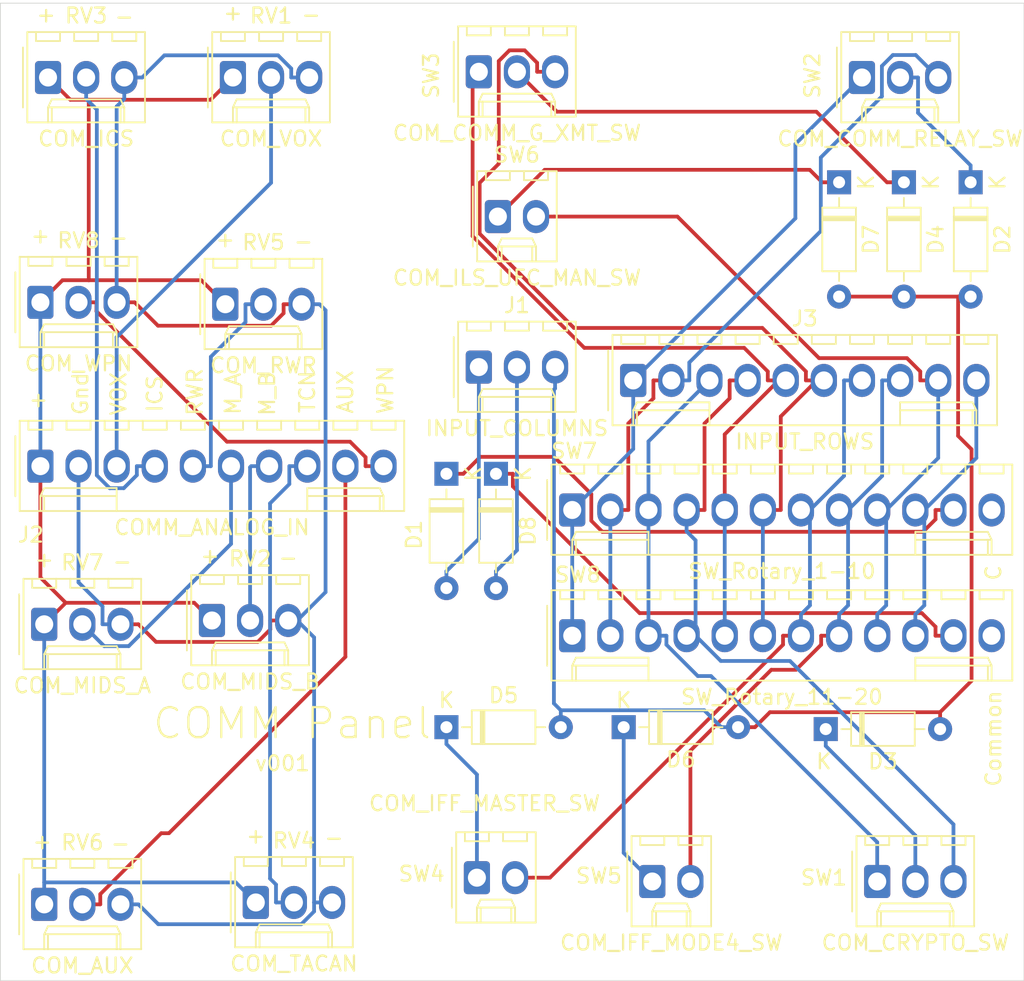
<source format=kicad_pcb>
(kicad_pcb (version 20171130) (host pcbnew "(5.1.5-0-10_14)")

  (general
    (thickness 1.6)
    (drawings 34)
    (tracks 278)
    (zones 0)
    (modules 31)
    (nets 32)
  )

  (page A4)
  (layers
    (0 F.Cu signal hide)
    (31 B.Cu signal hide)
    (32 B.Adhes user)
    (33 F.Adhes user)
    (34 B.Paste user)
    (35 F.Paste user)
    (36 B.SilkS user)
    (37 F.SilkS user)
    (38 B.Mask user)
    (39 F.Mask user)
    (40 Dwgs.User user hide)
    (41 Cmts.User user)
    (42 Eco1.User user)
    (43 Eco2.User user)
    (44 Edge.Cuts user)
    (45 Margin user)
    (46 B.CrtYd user)
    (47 F.CrtYd user)
    (48 B.Fab user)
    (49 F.Fab user hide)
  )

  (setup
    (last_trace_width 0.25)
    (trace_clearance 0.2)
    (zone_clearance 0.508)
    (zone_45_only no)
    (trace_min 0.2)
    (via_size 0.8)
    (via_drill 0.4)
    (via_min_size 0.4)
    (via_min_drill 0.3)
    (uvia_size 0.3)
    (uvia_drill 0.1)
    (uvias_allowed no)
    (uvia_min_size 0.2)
    (uvia_min_drill 0.1)
    (edge_width 0.05)
    (segment_width 0.2)
    (pcb_text_width 0.3)
    (pcb_text_size 1.5 1.5)
    (mod_edge_width 0.12)
    (mod_text_size 1 1)
    (mod_text_width 0.15)
    (pad_size 1.524 1.524)
    (pad_drill 0.762)
    (pad_to_mask_clearance 0.051)
    (solder_mask_min_width 0.25)
    (aux_axis_origin 0 0)
    (visible_elements FFFFFF7F)
    (pcbplotparams
      (layerselection 0x010fc_ffffffff)
      (usegerberextensions false)
      (usegerberattributes false)
      (usegerberadvancedattributes false)
      (creategerberjobfile false)
      (excludeedgelayer true)
      (linewidth 0.100000)
      (plotframeref false)
      (viasonmask false)
      (mode 1)
      (useauxorigin false)
      (hpglpennumber 1)
      (hpglpenspeed 20)
      (hpglpendiameter 15.000000)
      (psnegative false)
      (psa4output false)
      (plotreference true)
      (plotvalue true)
      (plotinvisibletext false)
      (padsonsilk false)
      (subtractmaskfromsilk false)
      (outputformat 1)
      (mirror false)
      (drillshape 0)
      (scaleselection 1)
      (outputdirectory "manufacturing"))
  )

  (net 0 "")
  (net 1 /COL1)
  (net 2 "Net-(D1-Pad1)")
  (net 3 /COL3)
  (net 4 "Net-(D2-Pad1)")
  (net 5 "Net-(D3-Pad1)")
  (net 6 "Net-(D4-Pad1)")
  (net 7 "Net-(D5-Pad1)")
  (net 8 "Net-(D6-Pad1)")
  (net 9 "Net-(D7-Pad1)")
  (net 10 /COL2)
  (net 11 "Net-(D8-Pad1)")
  (net 12 /COM_VOX)
  (net 13 /ANALOG_GND)
  (net 14 /ANALOG_5V)
  (net 15 /ROW10)
  (net 16 /ROW9)
  (net 17 /ROW8)
  (net 18 /ROW7)
  (net 19 /ROW6)
  (net 20 /ROW5)
  (net 21 /ROW4)
  (net 22 /ROW3)
  (net 23 /ROW2)
  (net 24 /ROW1)
  (net 25 /COM_MIDS_B)
  (net 26 /COM_ICS)
  (net 27 /COM_TACAN)
  (net 28 /COM_RWR)
  (net 29 /COM_AUX)
  (net 30 /COM_MIDS_A)
  (net 31 /COM_WPN)

  (net_class Default "This is the default net class."
    (clearance 0.2)
    (trace_width 0.25)
    (via_dia 0.8)
    (via_drill 0.4)
    (uvia_dia 0.3)
    (uvia_drill 0.1)
    (add_net /ANALOG_5V)
    (add_net /ANALOG_GND)
    (add_net /COL1)
    (add_net /COL2)
    (add_net /COL3)
    (add_net /COM_AUX)
    (add_net /COM_ICS)
    (add_net /COM_MIDS_A)
    (add_net /COM_MIDS_B)
    (add_net /COM_RWR)
    (add_net /COM_TACAN)
    (add_net /COM_VOX)
    (add_net /COM_WPN)
    (add_net /ROW1)
    (add_net /ROW10)
    (add_net /ROW2)
    (add_net /ROW3)
    (add_net /ROW4)
    (add_net /ROW5)
    (add_net /ROW6)
    (add_net /ROW7)
    (add_net /ROW8)
    (add_net /ROW9)
    (add_net "Net-(D1-Pad1)")
    (add_net "Net-(D2-Pad1)")
    (add_net "Net-(D3-Pad1)")
    (add_net "Net-(D4-Pad1)")
    (add_net "Net-(D5-Pad1)")
    (add_net "Net-(D6-Pad1)")
    (add_net "Net-(D7-Pad1)")
    (add_net "Net-(D8-Pad1)")
  )

  (module MountingHole:MountingHole_3.2mm_M3 (layer F.Cu) (tedit 56D1B4CB) (tstamp 604B7F20)
    (at 101.341 132.786)
    (descr "Mounting Hole 3.2mm, no annular, M3")
    (tags "mounting hole 3.2mm no annular m3")
    (path /604B592E)
    (attr virtual)
    (fp_text reference H4 (at 0 -4.2) (layer Dwgs.User)
      (effects (font (size 1 1) (thickness 0.15)))
    )
    (fp_text value MountingHole (at 0 4.2) (layer F.Fab)
      (effects (font (size 1 1) (thickness 0.15)))
    )
    (fp_circle (center 0 0) (end 3.45 0) (layer F.CrtYd) (width 0.05))
    (fp_circle (center 0 0) (end 3.2 0) (layer Cmts.User) (width 0.15))
    (fp_text user %R (at 0.3 0) (layer F.Fab)
      (effects (font (size 1 1) (thickness 0.15)))
    )
    (pad 1 np_thru_hole circle (at 0 0) (size 3.2 3.2) (drill 3.2) (layers *.Cu *.Mask))
  )

  (module MountingHole:MountingHole_3.2mm_M3 (layer F.Cu) (tedit 56D1B4CB) (tstamp 604B7F18)
    (at 101.341 92.786)
    (descr "Mounting Hole 3.2mm, no annular, M3")
    (tags "mounting hole 3.2mm no annular m3")
    (path /604B548D)
    (attr virtual)
    (fp_text reference H3 (at 0 -4.2) (layer Dwgs.User)
      (effects (font (size 1 1) (thickness 0.15)))
    )
    (fp_text value MountingHole (at 0 4.2) (layer F.Fab)
      (effects (font (size 1 1) (thickness 0.15)))
    )
    (fp_circle (center 0 0) (end 3.45 0) (layer F.CrtYd) (width 0.05))
    (fp_circle (center 0 0) (end 3.2 0) (layer Cmts.User) (width 0.15))
    (fp_text user %R (at 0.3 0) (layer F.Fab)
      (effects (font (size 1 1) (thickness 0.15)))
    )
    (pad 1 np_thru_hole circle (at 0 0) (size 3.2 3.2) (drill 3.2) (layers *.Cu *.Mask))
  )

  (module MountingHole:MountingHole_3.2mm_M3 (layer F.Cu) (tedit 56D1B4CB) (tstamp 604B7F10)
    (at 61.341 132.786)
    (descr "Mounting Hole 3.2mm, no annular, M3")
    (tags "mounting hole 3.2mm no annular m3")
    (path /604B4F71)
    (attr virtual)
    (fp_text reference H2 (at 0 -4.2) (layer Dwgs.User)
      (effects (font (size 1 1) (thickness 0.15)))
    )
    (fp_text value MountingHole (at 0 4.2) (layer F.Fab)
      (effects (font (size 1 1) (thickness 0.15)))
    )
    (fp_circle (center 0 0) (end 3.45 0) (layer F.CrtYd) (width 0.05))
    (fp_circle (center 0 0) (end 3.2 0) (layer Cmts.User) (width 0.15))
    (fp_text user %R (at 0.3 0) (layer F.Fab)
      (effects (font (size 1 1) (thickness 0.15)))
    )
    (pad 1 np_thru_hole circle (at 0 0) (size 3.2 3.2) (drill 3.2) (layers *.Cu *.Mask))
  )

  (module MountingHole:MountingHole_3.2mm_M3 (layer F.Cu) (tedit 56D1B4CB) (tstamp 604B86B8)
    (at 61.341 92.786)
    (descr "Mounting Hole 3.2mm, no annular, M3")
    (tags "mounting hole 3.2mm no annular m3")
    (path /604B4D95)
    (attr virtual)
    (fp_text reference H1 (at 0 -4.2) (layer Dwgs.User)
      (effects (font (size 1 1) (thickness 0.15)))
    )
    (fp_text value MountingHole (at 0 4.2) (layer F.Fab)
      (effects (font (size 1 1) (thickness 0.15)))
    )
    (fp_circle (center 0 0) (end 3.45 0) (layer F.CrtYd) (width 0.05))
    (fp_circle (center 0 0) (end 3.2 0) (layer Cmts.User) (width 0.15))
    (fp_text user %R (at 0.3 0) (layer F.Fab)
      (effects (font (size 1 1) (thickness 0.15)))
    )
    (pad 1 np_thru_hole circle (at 0 0) (size 3.2 3.2) (drill 3.2) (layers *.Cu *.Mask))
  )

  (module Connector_Molex:Molex_KK-254_AE-6410-12A_1x12_P2.54mm_Vertical (layer F.Cu) (tedit 5B78013E) (tstamp 604AD6A0)
    (at 88.646 121.92)
    (descr "Molex KK-254 Interconnect System, old/engineering part number: AE-6410-12A example for new part number: 22-27-2121, 12 Pins (http://www.molex.com/pdm_docs/sd/022272021_sd.pdf), generated with kicad-footprint-generator")
    (tags "connector Molex KK-254 side entry")
    (path /5FDFEEAD)
    (fp_text reference SW8 (at 0.381 -4.064) (layer F.SilkS)
      (effects (font (size 1 1) (thickness 0.15)))
    )
    (fp_text value SW_Rotary_11-20 (at 13.97 4.08) (layer F.SilkS)
      (effects (font (size 1 1) (thickness 0.15)))
    )
    (fp_text user %R (at 13.97 -2.22) (layer F.Fab)
      (effects (font (size 1 1) (thickness 0.15)))
    )
    (fp_line (start 29.71 -3.42) (end -1.77 -3.42) (layer F.CrtYd) (width 0.05))
    (fp_line (start 29.71 3.38) (end 29.71 -3.42) (layer F.CrtYd) (width 0.05))
    (fp_line (start -1.77 3.38) (end 29.71 3.38) (layer F.CrtYd) (width 0.05))
    (fp_line (start -1.77 -3.42) (end -1.77 3.38) (layer F.CrtYd) (width 0.05))
    (fp_line (start 28.74 -2.43) (end 28.74 -3.03) (layer F.SilkS) (width 0.12))
    (fp_line (start 27.14 -2.43) (end 28.74 -2.43) (layer F.SilkS) (width 0.12))
    (fp_line (start 27.14 -3.03) (end 27.14 -2.43) (layer F.SilkS) (width 0.12))
    (fp_line (start 26.2 -2.43) (end 26.2 -3.03) (layer F.SilkS) (width 0.12))
    (fp_line (start 24.6 -2.43) (end 26.2 -2.43) (layer F.SilkS) (width 0.12))
    (fp_line (start 24.6 -3.03) (end 24.6 -2.43) (layer F.SilkS) (width 0.12))
    (fp_line (start 23.66 -2.43) (end 23.66 -3.03) (layer F.SilkS) (width 0.12))
    (fp_line (start 22.06 -2.43) (end 23.66 -2.43) (layer F.SilkS) (width 0.12))
    (fp_line (start 22.06 -3.03) (end 22.06 -2.43) (layer F.SilkS) (width 0.12))
    (fp_line (start 21.12 -2.43) (end 21.12 -3.03) (layer F.SilkS) (width 0.12))
    (fp_line (start 19.52 -2.43) (end 21.12 -2.43) (layer F.SilkS) (width 0.12))
    (fp_line (start 19.52 -3.03) (end 19.52 -2.43) (layer F.SilkS) (width 0.12))
    (fp_line (start 18.58 -2.43) (end 18.58 -3.03) (layer F.SilkS) (width 0.12))
    (fp_line (start 16.98 -2.43) (end 18.58 -2.43) (layer F.SilkS) (width 0.12))
    (fp_line (start 16.98 -3.03) (end 16.98 -2.43) (layer F.SilkS) (width 0.12))
    (fp_line (start 16.04 -2.43) (end 16.04 -3.03) (layer F.SilkS) (width 0.12))
    (fp_line (start 14.44 -2.43) (end 16.04 -2.43) (layer F.SilkS) (width 0.12))
    (fp_line (start 14.44 -3.03) (end 14.44 -2.43) (layer F.SilkS) (width 0.12))
    (fp_line (start 13.5 -2.43) (end 13.5 -3.03) (layer F.SilkS) (width 0.12))
    (fp_line (start 11.9 -2.43) (end 13.5 -2.43) (layer F.SilkS) (width 0.12))
    (fp_line (start 11.9 -3.03) (end 11.9 -2.43) (layer F.SilkS) (width 0.12))
    (fp_line (start 10.96 -2.43) (end 10.96 -3.03) (layer F.SilkS) (width 0.12))
    (fp_line (start 9.36 -2.43) (end 10.96 -2.43) (layer F.SilkS) (width 0.12))
    (fp_line (start 9.36 -3.03) (end 9.36 -2.43) (layer F.SilkS) (width 0.12))
    (fp_line (start 8.42 -2.43) (end 8.42 -3.03) (layer F.SilkS) (width 0.12))
    (fp_line (start 6.82 -2.43) (end 8.42 -2.43) (layer F.SilkS) (width 0.12))
    (fp_line (start 6.82 -3.03) (end 6.82 -2.43) (layer F.SilkS) (width 0.12))
    (fp_line (start 5.88 -2.43) (end 5.88 -3.03) (layer F.SilkS) (width 0.12))
    (fp_line (start 4.28 -2.43) (end 5.88 -2.43) (layer F.SilkS) (width 0.12))
    (fp_line (start 4.28 -3.03) (end 4.28 -2.43) (layer F.SilkS) (width 0.12))
    (fp_line (start 3.34 -2.43) (end 3.34 -3.03) (layer F.SilkS) (width 0.12))
    (fp_line (start 1.74 -2.43) (end 3.34 -2.43) (layer F.SilkS) (width 0.12))
    (fp_line (start 1.74 -3.03) (end 1.74 -2.43) (layer F.SilkS) (width 0.12))
    (fp_line (start 0.8 -2.43) (end 0.8 -3.03) (layer F.SilkS) (width 0.12))
    (fp_line (start -0.8 -2.43) (end 0.8 -2.43) (layer F.SilkS) (width 0.12))
    (fp_line (start -0.8 -3.03) (end -0.8 -2.43) (layer F.SilkS) (width 0.12))
    (fp_line (start 27.69 2.99) (end 27.69 1.99) (layer F.SilkS) (width 0.12))
    (fp_line (start 22.86 1.46) (end 22.86 1.99) (layer F.SilkS) (width 0.12))
    (fp_line (start 27.69 1.46) (end 22.86 1.46) (layer F.SilkS) (width 0.12))
    (fp_line (start 27.94 1.99) (end 27.69 1.46) (layer F.SilkS) (width 0.12))
    (fp_line (start 22.86 1.99) (end 22.86 2.99) (layer F.SilkS) (width 0.12))
    (fp_line (start 27.94 1.99) (end 22.86 1.99) (layer F.SilkS) (width 0.12))
    (fp_line (start 27.94 2.99) (end 27.94 1.99) (layer F.SilkS) (width 0.12))
    (fp_line (start 0.25 2.99) (end 0.25 1.99) (layer F.SilkS) (width 0.12))
    (fp_line (start 5.08 1.46) (end 5.08 1.99) (layer F.SilkS) (width 0.12))
    (fp_line (start 0.25 1.46) (end 5.08 1.46) (layer F.SilkS) (width 0.12))
    (fp_line (start 0 1.99) (end 0.25 1.46) (layer F.SilkS) (width 0.12))
    (fp_line (start 5.08 1.99) (end 5.08 2.99) (layer F.SilkS) (width 0.12))
    (fp_line (start 0 1.99) (end 5.08 1.99) (layer F.SilkS) (width 0.12))
    (fp_line (start 0 2.99) (end 0 1.99) (layer F.SilkS) (width 0.12))
    (fp_line (start -0.562893 0) (end -1.27 0.5) (layer F.Fab) (width 0.1))
    (fp_line (start -1.27 -0.5) (end -0.562893 0) (layer F.Fab) (width 0.1))
    (fp_line (start -1.67 -2) (end -1.67 2) (layer F.SilkS) (width 0.12))
    (fp_line (start 29.32 -3.03) (end -1.38 -3.03) (layer F.SilkS) (width 0.12))
    (fp_line (start 29.32 2.99) (end 29.32 -3.03) (layer F.SilkS) (width 0.12))
    (fp_line (start -1.38 2.99) (end 29.32 2.99) (layer F.SilkS) (width 0.12))
    (fp_line (start -1.38 -3.03) (end -1.38 2.99) (layer F.SilkS) (width 0.12))
    (fp_line (start 29.21 -2.92) (end -1.27 -2.92) (layer F.Fab) (width 0.1))
    (fp_line (start 29.21 2.88) (end 29.21 -2.92) (layer F.Fab) (width 0.1))
    (fp_line (start -1.27 2.88) (end 29.21 2.88) (layer F.Fab) (width 0.1))
    (fp_line (start -1.27 -2.92) (end -1.27 2.88) (layer F.Fab) (width 0.1))
    (pad 12 thru_hole oval (at 27.94 0) (size 1.74 2.2) (drill 1.2) (layers *.Cu *.Mask))
    (pad 11 thru_hole oval (at 25.4 0) (size 1.74 2.2) (drill 1.2) (layers *.Cu *.Mask)
      (net 11 "Net-(D8-Pad1)"))
    (pad 10 thru_hole oval (at 22.86 0) (size 1.74 2.2) (drill 1.2) (layers *.Cu *.Mask)
      (net 15 /ROW10))
    (pad 9 thru_hole oval (at 20.32 0) (size 1.74 2.2) (drill 1.2) (layers *.Cu *.Mask)
      (net 16 /ROW9))
    (pad 8 thru_hole oval (at 17.78 0) (size 1.74 2.2) (drill 1.2) (layers *.Cu *.Mask)
      (net 17 /ROW8))
    (pad 7 thru_hole oval (at 15.24 0) (size 1.74 2.2) (drill 1.2) (layers *.Cu *.Mask)
      (net 18 /ROW7))
    (pad 6 thru_hole oval (at 12.7 0) (size 1.74 2.2) (drill 1.2) (layers *.Cu *.Mask)
      (net 19 /ROW6))
    (pad 5 thru_hole oval (at 10.16 0) (size 1.74 2.2) (drill 1.2) (layers *.Cu *.Mask)
      (net 20 /ROW5))
    (pad 4 thru_hole oval (at 7.62 0) (size 1.74 2.2) (drill 1.2) (layers *.Cu *.Mask)
      (net 21 /ROW4))
    (pad 3 thru_hole oval (at 5.08 0) (size 1.74 2.2) (drill 1.2) (layers *.Cu *.Mask)
      (net 22 /ROW3))
    (pad 2 thru_hole oval (at 2.54 0) (size 1.74 2.2) (drill 1.2) (layers *.Cu *.Mask)
      (net 23 /ROW2))
    (pad 1 thru_hole roundrect (at 0 0) (size 1.74 2.2) (drill 1.2) (layers *.Cu *.Mask) (roundrect_rratio 0.143678)
      (net 24 /ROW1))
    (model ${KISYS3DMOD}/Connector_Molex.3dshapes/Molex_KK-254_AE-6410-12A_1x12_P2.54mm_Vertical.wrl
      (at (xyz 0 0 0))
      (scale (xyz 1 1 1))
      (rotate (xyz 0 0 0))
    )
  )

  (module Connector_Molex:Molex_KK-254_AE-6410-12A_1x12_P2.54mm_Vertical (layer F.Cu) (tedit 5B78013E) (tstamp 604AD656)
    (at 88.646 113.538)
    (descr "Molex KK-254 Interconnect System, old/engineering part number: AE-6410-12A example for new part number: 22-27-2121, 12 Pins (http://www.molex.com/pdm_docs/sd/022272021_sd.pdf), generated with kicad-footprint-generator")
    (tags "connector Molex KK-254 side entry")
    (path /5FDEA541)
    (fp_text reference SW7 (at 0.127 -3.937) (layer F.SilkS)
      (effects (font (size 1 1) (thickness 0.15)))
    )
    (fp_text value SW_Rotary_1-10 (at 13.97 4.08) (layer F.SilkS)
      (effects (font (size 1 1) (thickness 0.15)))
    )
    (fp_text user %R (at 13.97 -2.22) (layer F.Fab)
      (effects (font (size 1 1) (thickness 0.15)))
    )
    (fp_line (start 29.71 -3.42) (end -1.77 -3.42) (layer F.CrtYd) (width 0.05))
    (fp_line (start 29.71 3.38) (end 29.71 -3.42) (layer F.CrtYd) (width 0.05))
    (fp_line (start -1.77 3.38) (end 29.71 3.38) (layer F.CrtYd) (width 0.05))
    (fp_line (start -1.77 -3.42) (end -1.77 3.38) (layer F.CrtYd) (width 0.05))
    (fp_line (start 28.74 -2.43) (end 28.74 -3.03) (layer F.SilkS) (width 0.12))
    (fp_line (start 27.14 -2.43) (end 28.74 -2.43) (layer F.SilkS) (width 0.12))
    (fp_line (start 27.14 -3.03) (end 27.14 -2.43) (layer F.SilkS) (width 0.12))
    (fp_line (start 26.2 -2.43) (end 26.2 -3.03) (layer F.SilkS) (width 0.12))
    (fp_line (start 24.6 -2.43) (end 26.2 -2.43) (layer F.SilkS) (width 0.12))
    (fp_line (start 24.6 -3.03) (end 24.6 -2.43) (layer F.SilkS) (width 0.12))
    (fp_line (start 23.66 -2.43) (end 23.66 -3.03) (layer F.SilkS) (width 0.12))
    (fp_line (start 22.06 -2.43) (end 23.66 -2.43) (layer F.SilkS) (width 0.12))
    (fp_line (start 22.06 -3.03) (end 22.06 -2.43) (layer F.SilkS) (width 0.12))
    (fp_line (start 21.12 -2.43) (end 21.12 -3.03) (layer F.SilkS) (width 0.12))
    (fp_line (start 19.52 -2.43) (end 21.12 -2.43) (layer F.SilkS) (width 0.12))
    (fp_line (start 19.52 -3.03) (end 19.52 -2.43) (layer F.SilkS) (width 0.12))
    (fp_line (start 18.58 -2.43) (end 18.58 -3.03) (layer F.SilkS) (width 0.12))
    (fp_line (start 16.98 -2.43) (end 18.58 -2.43) (layer F.SilkS) (width 0.12))
    (fp_line (start 16.98 -3.03) (end 16.98 -2.43) (layer F.SilkS) (width 0.12))
    (fp_line (start 16.04 -2.43) (end 16.04 -3.03) (layer F.SilkS) (width 0.12))
    (fp_line (start 14.44 -2.43) (end 16.04 -2.43) (layer F.SilkS) (width 0.12))
    (fp_line (start 14.44 -3.03) (end 14.44 -2.43) (layer F.SilkS) (width 0.12))
    (fp_line (start 13.5 -2.43) (end 13.5 -3.03) (layer F.SilkS) (width 0.12))
    (fp_line (start 11.9 -2.43) (end 13.5 -2.43) (layer F.SilkS) (width 0.12))
    (fp_line (start 11.9 -3.03) (end 11.9 -2.43) (layer F.SilkS) (width 0.12))
    (fp_line (start 10.96 -2.43) (end 10.96 -3.03) (layer F.SilkS) (width 0.12))
    (fp_line (start 9.36 -2.43) (end 10.96 -2.43) (layer F.SilkS) (width 0.12))
    (fp_line (start 9.36 -3.03) (end 9.36 -2.43) (layer F.SilkS) (width 0.12))
    (fp_line (start 8.42 -2.43) (end 8.42 -3.03) (layer F.SilkS) (width 0.12))
    (fp_line (start 6.82 -2.43) (end 8.42 -2.43) (layer F.SilkS) (width 0.12))
    (fp_line (start 6.82 -3.03) (end 6.82 -2.43) (layer F.SilkS) (width 0.12))
    (fp_line (start 5.88 -2.43) (end 5.88 -3.03) (layer F.SilkS) (width 0.12))
    (fp_line (start 4.28 -2.43) (end 5.88 -2.43) (layer F.SilkS) (width 0.12))
    (fp_line (start 4.28 -3.03) (end 4.28 -2.43) (layer F.SilkS) (width 0.12))
    (fp_line (start 3.34 -2.43) (end 3.34 -3.03) (layer F.SilkS) (width 0.12))
    (fp_line (start 1.74 -2.43) (end 3.34 -2.43) (layer F.SilkS) (width 0.12))
    (fp_line (start 1.74 -3.03) (end 1.74 -2.43) (layer F.SilkS) (width 0.12))
    (fp_line (start 0.8 -2.43) (end 0.8 -3.03) (layer F.SilkS) (width 0.12))
    (fp_line (start -0.8 -2.43) (end 0.8 -2.43) (layer F.SilkS) (width 0.12))
    (fp_line (start -0.8 -3.03) (end -0.8 -2.43) (layer F.SilkS) (width 0.12))
    (fp_line (start 27.69 2.99) (end 27.69 1.99) (layer F.SilkS) (width 0.12))
    (fp_line (start 22.86 1.46) (end 22.86 1.99) (layer F.SilkS) (width 0.12))
    (fp_line (start 27.69 1.46) (end 22.86 1.46) (layer F.SilkS) (width 0.12))
    (fp_line (start 27.94 1.99) (end 27.69 1.46) (layer F.SilkS) (width 0.12))
    (fp_line (start 22.86 1.99) (end 22.86 2.99) (layer F.SilkS) (width 0.12))
    (fp_line (start 27.94 1.99) (end 22.86 1.99) (layer F.SilkS) (width 0.12))
    (fp_line (start 27.94 2.99) (end 27.94 1.99) (layer F.SilkS) (width 0.12))
    (fp_line (start 0.25 2.99) (end 0.25 1.99) (layer F.SilkS) (width 0.12))
    (fp_line (start 5.08 1.46) (end 5.08 1.99) (layer F.SilkS) (width 0.12))
    (fp_line (start 0.25 1.46) (end 5.08 1.46) (layer F.SilkS) (width 0.12))
    (fp_line (start 0 1.99) (end 0.25 1.46) (layer F.SilkS) (width 0.12))
    (fp_line (start 5.08 1.99) (end 5.08 2.99) (layer F.SilkS) (width 0.12))
    (fp_line (start 0 1.99) (end 5.08 1.99) (layer F.SilkS) (width 0.12))
    (fp_line (start 0 2.99) (end 0 1.99) (layer F.SilkS) (width 0.12))
    (fp_line (start -0.562893 0) (end -1.27 0.5) (layer F.Fab) (width 0.1))
    (fp_line (start -1.27 -0.5) (end -0.562893 0) (layer F.Fab) (width 0.1))
    (fp_line (start -1.67 -2) (end -1.67 2) (layer F.SilkS) (width 0.12))
    (fp_line (start 29.32 -3.03) (end -1.38 -3.03) (layer F.SilkS) (width 0.12))
    (fp_line (start 29.32 2.99) (end 29.32 -3.03) (layer F.SilkS) (width 0.12))
    (fp_line (start -1.38 2.99) (end 29.32 2.99) (layer F.SilkS) (width 0.12))
    (fp_line (start -1.38 -3.03) (end -1.38 2.99) (layer F.SilkS) (width 0.12))
    (fp_line (start 29.21 -2.92) (end -1.27 -2.92) (layer F.Fab) (width 0.1))
    (fp_line (start 29.21 2.88) (end 29.21 -2.92) (layer F.Fab) (width 0.1))
    (fp_line (start -1.27 2.88) (end 29.21 2.88) (layer F.Fab) (width 0.1))
    (fp_line (start -1.27 -2.92) (end -1.27 2.88) (layer F.Fab) (width 0.1))
    (pad 12 thru_hole oval (at 27.94 0) (size 1.74 2.2) (drill 1.2) (layers *.Cu *.Mask))
    (pad 11 thru_hole oval (at 25.4 0) (size 1.74 2.2) (drill 1.2) (layers *.Cu *.Mask)
      (net 2 "Net-(D1-Pad1)"))
    (pad 10 thru_hole oval (at 22.86 0) (size 1.74 2.2) (drill 1.2) (layers *.Cu *.Mask)
      (net 15 /ROW10))
    (pad 9 thru_hole oval (at 20.32 0) (size 1.74 2.2) (drill 1.2) (layers *.Cu *.Mask)
      (net 16 /ROW9))
    (pad 8 thru_hole oval (at 17.78 0) (size 1.74 2.2) (drill 1.2) (layers *.Cu *.Mask)
      (net 17 /ROW8))
    (pad 7 thru_hole oval (at 15.24 0) (size 1.74 2.2) (drill 1.2) (layers *.Cu *.Mask)
      (net 18 /ROW7))
    (pad 6 thru_hole oval (at 12.7 0) (size 1.74 2.2) (drill 1.2) (layers *.Cu *.Mask)
      (net 19 /ROW6))
    (pad 5 thru_hole oval (at 10.16 0) (size 1.74 2.2) (drill 1.2) (layers *.Cu *.Mask)
      (net 20 /ROW5))
    (pad 4 thru_hole oval (at 7.62 0) (size 1.74 2.2) (drill 1.2) (layers *.Cu *.Mask)
      (net 21 /ROW4))
    (pad 3 thru_hole oval (at 5.08 0) (size 1.74 2.2) (drill 1.2) (layers *.Cu *.Mask)
      (net 22 /ROW3))
    (pad 2 thru_hole oval (at 2.54 0) (size 1.74 2.2) (drill 1.2) (layers *.Cu *.Mask)
      (net 23 /ROW2))
    (pad 1 thru_hole roundrect (at 0 0) (size 1.74 2.2) (drill 1.2) (layers *.Cu *.Mask) (roundrect_rratio 0.143678)
      (net 24 /ROW1))
    (model ${KISYS3DMOD}/Connector_Molex.3dshapes/Molex_KK-254_AE-6410-12A_1x12_P2.54mm_Vertical.wrl
      (at (xyz 0 0 0))
      (scale (xyz 1 1 1))
      (rotate (xyz 0 0 0))
    )
  )

  (module PT_Library_v001:Molex_1x10_P2.54mm_Vertical (layer F.Cu) (tedit 5B78013E) (tstamp 604AD39E)
    (at 53.213 110.617)
    (descr "Molex KK-254 Interconnect System, old/engineering part number: AE-6410-10A example for new part number: 22-27-2101, 10 Pins (http://www.molex.com/pdm_docs/sd/022272021_sd.pdf), generated with kicad-footprint-generator")
    (tags "connector Molex KK-254 side entry")
    (path /5FDF17BC)
    (fp_text reference J2 (at -0.635 4.572) (layer F.SilkS)
      (effects (font (size 1 1) (thickness 0.15)))
    )
    (fp_text value COMM_ANALOG_IN (at 11.43 4.08) (layer F.SilkS)
      (effects (font (size 1 1) (thickness 0.15)))
    )
    (fp_text user %R (at 11.43 -2.22) (layer F.Fab)
      (effects (font (size 1 1) (thickness 0.15)))
    )
    (fp_line (start 24.63 -3.42) (end -1.77 -3.42) (layer F.CrtYd) (width 0.05))
    (fp_line (start 24.63 3.38) (end 24.63 -3.42) (layer F.CrtYd) (width 0.05))
    (fp_line (start -1.77 3.38) (end 24.63 3.38) (layer F.CrtYd) (width 0.05))
    (fp_line (start -1.77 -3.42) (end -1.77 3.38) (layer F.CrtYd) (width 0.05))
    (fp_line (start 23.66 -2.43) (end 23.66 -3.03) (layer F.SilkS) (width 0.12))
    (fp_line (start 22.06 -2.43) (end 23.66 -2.43) (layer F.SilkS) (width 0.12))
    (fp_line (start 22.06 -3.03) (end 22.06 -2.43) (layer F.SilkS) (width 0.12))
    (fp_line (start 21.12 -2.43) (end 21.12 -3.03) (layer F.SilkS) (width 0.12))
    (fp_line (start 19.52 -2.43) (end 21.12 -2.43) (layer F.SilkS) (width 0.12))
    (fp_line (start 19.52 -3.03) (end 19.52 -2.43) (layer F.SilkS) (width 0.12))
    (fp_line (start 18.58 -2.43) (end 18.58 -3.03) (layer F.SilkS) (width 0.12))
    (fp_line (start 16.98 -2.43) (end 18.58 -2.43) (layer F.SilkS) (width 0.12))
    (fp_line (start 16.98 -3.03) (end 16.98 -2.43) (layer F.SilkS) (width 0.12))
    (fp_line (start 16.04 -2.43) (end 16.04 -3.03) (layer F.SilkS) (width 0.12))
    (fp_line (start 14.44 -2.43) (end 16.04 -2.43) (layer F.SilkS) (width 0.12))
    (fp_line (start 14.44 -3.03) (end 14.44 -2.43) (layer F.SilkS) (width 0.12))
    (fp_line (start 13.5 -2.43) (end 13.5 -3.03) (layer F.SilkS) (width 0.12))
    (fp_line (start 11.9 -2.43) (end 13.5 -2.43) (layer F.SilkS) (width 0.12))
    (fp_line (start 11.9 -3.03) (end 11.9 -2.43) (layer F.SilkS) (width 0.12))
    (fp_line (start 10.96 -2.43) (end 10.96 -3.03) (layer F.SilkS) (width 0.12))
    (fp_line (start 9.36 -2.43) (end 10.96 -2.43) (layer F.SilkS) (width 0.12))
    (fp_line (start 9.36 -3.03) (end 9.36 -2.43) (layer F.SilkS) (width 0.12))
    (fp_line (start 8.42 -2.43) (end 8.42 -3.03) (layer F.SilkS) (width 0.12))
    (fp_line (start 6.82 -2.43) (end 8.42 -2.43) (layer F.SilkS) (width 0.12))
    (fp_line (start 6.82 -3.03) (end 6.82 -2.43) (layer F.SilkS) (width 0.12))
    (fp_line (start 5.88 -2.43) (end 5.88 -3.03) (layer F.SilkS) (width 0.12))
    (fp_line (start 4.28 -2.43) (end 5.88 -2.43) (layer F.SilkS) (width 0.12))
    (fp_line (start 4.28 -3.03) (end 4.28 -2.43) (layer F.SilkS) (width 0.12))
    (fp_line (start 3.34 -2.43) (end 3.34 -3.03) (layer F.SilkS) (width 0.12))
    (fp_line (start 1.74 -2.43) (end 3.34 -2.43) (layer F.SilkS) (width 0.12))
    (fp_line (start 1.74 -3.03) (end 1.74 -2.43) (layer F.SilkS) (width 0.12))
    (fp_line (start 0.8 -2.43) (end 0.8 -3.03) (layer F.SilkS) (width 0.12))
    (fp_line (start -0.8 -2.43) (end 0.8 -2.43) (layer F.SilkS) (width 0.12))
    (fp_line (start -0.8 -3.03) (end -0.8 -2.43) (layer F.SilkS) (width 0.12))
    (fp_line (start 22.61 2.99) (end 22.61 1.99) (layer F.SilkS) (width 0.12))
    (fp_line (start 17.78 1.46) (end 17.78 1.99) (layer F.SilkS) (width 0.12))
    (fp_line (start 22.61 1.46) (end 17.78 1.46) (layer F.SilkS) (width 0.12))
    (fp_line (start 22.86 1.99) (end 22.61 1.46) (layer F.SilkS) (width 0.12))
    (fp_line (start 17.78 1.99) (end 17.78 2.99) (layer F.SilkS) (width 0.12))
    (fp_line (start 22.86 1.99) (end 17.78 1.99) (layer F.SilkS) (width 0.12))
    (fp_line (start 22.86 2.99) (end 22.86 1.99) (layer F.SilkS) (width 0.12))
    (fp_line (start 0.25 2.99) (end 0.25 1.99) (layer F.SilkS) (width 0.12))
    (fp_line (start 5.08 1.46) (end 5.08 1.99) (layer F.SilkS) (width 0.12))
    (fp_line (start 0.25 1.46) (end 5.08 1.46) (layer F.SilkS) (width 0.12))
    (fp_line (start 0 1.99) (end 0.25 1.46) (layer F.SilkS) (width 0.12))
    (fp_line (start 5.08 1.99) (end 5.08 2.99) (layer F.SilkS) (width 0.12))
    (fp_line (start 0 1.99) (end 5.08 1.99) (layer F.SilkS) (width 0.12))
    (fp_line (start 0 2.99) (end 0 1.99) (layer F.SilkS) (width 0.12))
    (fp_line (start -0.562893 0) (end -1.27 0.5) (layer F.Fab) (width 0.1))
    (fp_line (start -1.27 -0.5) (end -0.562893 0) (layer F.Fab) (width 0.1))
    (fp_line (start -1.67 -2) (end -1.67 2) (layer F.SilkS) (width 0.12))
    (fp_line (start 24.24 -3.03) (end -1.38 -3.03) (layer F.SilkS) (width 0.12))
    (fp_line (start 24.24 2.99) (end 24.24 -3.03) (layer F.SilkS) (width 0.12))
    (fp_line (start -1.38 2.99) (end 24.24 2.99) (layer F.SilkS) (width 0.12))
    (fp_line (start -1.38 -3.03) (end -1.38 2.99) (layer F.SilkS) (width 0.12))
    (fp_line (start 24.13 -2.92) (end -1.27 -2.92) (layer F.Fab) (width 0.1))
    (fp_line (start 24.13 2.88) (end 24.13 -2.92) (layer F.Fab) (width 0.1))
    (fp_line (start -1.27 2.88) (end 24.13 2.88) (layer F.Fab) (width 0.1))
    (fp_line (start -1.27 -2.92) (end -1.27 2.88) (layer F.Fab) (width 0.1))
    (pad 10 thru_hole oval (at 22.86 0) (size 1.74 2.2) (drill 1.2) (layers *.Cu *.Mask)
      (net 31 /COM_WPN))
    (pad 9 thru_hole oval (at 20.32 0) (size 1.74 2.2) (drill 1.2) (layers *.Cu *.Mask)
      (net 29 /COM_AUX))
    (pad 8 thru_hole oval (at 17.78 0) (size 1.74 2.2) (drill 1.2) (layers *.Cu *.Mask)
      (net 27 /COM_TACAN))
    (pad 7 thru_hole oval (at 15.24 0) (size 1.74 2.2) (drill 1.2) (layers *.Cu *.Mask)
      (net 25 /COM_MIDS_B))
    (pad 6 thru_hole oval (at 12.7 0) (size 1.74 2.2) (drill 1.2) (layers *.Cu *.Mask)
      (net 30 /COM_MIDS_A))
    (pad 5 thru_hole oval (at 10.16 0) (size 1.74 2.2) (drill 1.2) (layers *.Cu *.Mask)
      (net 28 /COM_RWR))
    (pad 4 thru_hole oval (at 7.62 0) (size 1.74 2.2) (drill 1.2) (layers *.Cu *.Mask)
      (net 26 /COM_ICS))
    (pad 3 thru_hole oval (at 5.08 0) (size 1.74 2.2) (drill 1.2) (layers *.Cu *.Mask)
      (net 12 /COM_VOX))
    (pad 2 thru_hole oval (at 2.54 0) (size 1.74 2.2) (drill 1.2) (layers *.Cu *.Mask)
      (net 13 /ANALOG_GND))
    (pad 1 thru_hole roundrect (at 0 0) (size 1.74 2.2) (drill 1.2) (layers *.Cu *.Mask) (roundrect_rratio 0.143678)
      (net 14 /ANALOG_5V))
    (model ${KISYS3DMOD}/Connector_Molex.3dshapes/Molex_KK-254_AE-6410-10A_1x10_P2.54mm_Vertical.wrl
      (at (xyz 0 0 0))
      (scale (xyz 1 1 1))
      (rotate (xyz 0 0 0))
    )
  )

  (module PT_Library_v001:Molex_1x02_P2.54mm_Vertical (layer F.Cu) (tedit 5B78013E) (tstamp 604AD60C)
    (at 83.693 93.98)
    (descr "Molex KK-254 Interconnect System, old/engineering part number: AE-6410-02A example for new part number: 22-27-2021, 2 Pins (http://www.molex.com/pdm_docs/sd/022272021_sd.pdf), generated with kicad-footprint-generator")
    (tags "connector Molex KK-254 side entry")
    (path /5FC61E34)
    (fp_text reference SW6 (at 1.27 -4.12) (layer F.SilkS)
      (effects (font (size 1 1) (thickness 0.15)))
    )
    (fp_text value COM_ILS_UFC_MAN_SW (at 1.27 4.08) (layer F.SilkS)
      (effects (font (size 1 1) (thickness 0.15)))
    )
    (fp_text user %R (at 1.27 -2.22) (layer F.Fab)
      (effects (font (size 1 1) (thickness 0.15)))
    )
    (fp_line (start 4.31 -3.42) (end -1.77 -3.42) (layer F.CrtYd) (width 0.05))
    (fp_line (start 4.31 3.38) (end 4.31 -3.42) (layer F.CrtYd) (width 0.05))
    (fp_line (start -1.77 3.38) (end 4.31 3.38) (layer F.CrtYd) (width 0.05))
    (fp_line (start -1.77 -3.42) (end -1.77 3.38) (layer F.CrtYd) (width 0.05))
    (fp_line (start 3.34 -2.43) (end 3.34 -3.03) (layer F.SilkS) (width 0.12))
    (fp_line (start 1.74 -2.43) (end 3.34 -2.43) (layer F.SilkS) (width 0.12))
    (fp_line (start 1.74 -3.03) (end 1.74 -2.43) (layer F.SilkS) (width 0.12))
    (fp_line (start 0.8 -2.43) (end 0.8 -3.03) (layer F.SilkS) (width 0.12))
    (fp_line (start -0.8 -2.43) (end 0.8 -2.43) (layer F.SilkS) (width 0.12))
    (fp_line (start -0.8 -3.03) (end -0.8 -2.43) (layer F.SilkS) (width 0.12))
    (fp_line (start 2.29 2.99) (end 2.29 1.99) (layer F.SilkS) (width 0.12))
    (fp_line (start 0.25 2.99) (end 0.25 1.99) (layer F.SilkS) (width 0.12))
    (fp_line (start 2.29 1.46) (end 2.54 1.99) (layer F.SilkS) (width 0.12))
    (fp_line (start 0.25 1.46) (end 2.29 1.46) (layer F.SilkS) (width 0.12))
    (fp_line (start 0 1.99) (end 0.25 1.46) (layer F.SilkS) (width 0.12))
    (fp_line (start 2.54 1.99) (end 2.54 2.99) (layer F.SilkS) (width 0.12))
    (fp_line (start 0 1.99) (end 2.54 1.99) (layer F.SilkS) (width 0.12))
    (fp_line (start 0 2.99) (end 0 1.99) (layer F.SilkS) (width 0.12))
    (fp_line (start -0.562893 0) (end -1.27 0.5) (layer F.Fab) (width 0.1))
    (fp_line (start -1.27 -0.5) (end -0.562893 0) (layer F.Fab) (width 0.1))
    (fp_line (start -1.67 -2) (end -1.67 2) (layer F.SilkS) (width 0.12))
    (fp_line (start 3.92 -3.03) (end -1.38 -3.03) (layer F.SilkS) (width 0.12))
    (fp_line (start 3.92 2.99) (end 3.92 -3.03) (layer F.SilkS) (width 0.12))
    (fp_line (start -1.38 2.99) (end 3.92 2.99) (layer F.SilkS) (width 0.12))
    (fp_line (start -1.38 -3.03) (end -1.38 2.99) (layer F.SilkS) (width 0.12))
    (fp_line (start 3.81 -2.92) (end -1.27 -2.92) (layer F.Fab) (width 0.1))
    (fp_line (start 3.81 2.88) (end 3.81 -2.92) (layer F.Fab) (width 0.1))
    (fp_line (start -1.27 2.88) (end 3.81 2.88) (layer F.Fab) (width 0.1))
    (fp_line (start -1.27 -2.92) (end -1.27 2.88) (layer F.Fab) (width 0.1))
    (pad 2 thru_hole oval (at 2.54 0) (size 1.74 2.2) (drill 1.2) (layers *.Cu *.Mask)
      (net 16 /ROW9))
    (pad 1 thru_hole roundrect (at 0 0) (size 1.74 2.2) (drill 1.2) (layers *.Cu *.Mask) (roundrect_rratio 0.143678)
      (net 9 "Net-(D7-Pad1)"))
    (model ${KISYS3DMOD}/Connector_Molex.3dshapes/Molex_KK-254_AE-6410-02A_1x02_P2.54mm_Vertical.wrl
      (at (xyz 0 0 0))
      (scale (xyz 1 1 1))
      (rotate (xyz 0 0 0))
    )
  )

  (module PT_Library_v001:Molex_1x02_P2.54mm_Vertical (layer F.Cu) (tedit 5B78013E) (tstamp 604AD5E8)
    (at 93.98 138.303)
    (descr "Molex KK-254 Interconnect System, old/engineering part number: AE-6410-02A example for new part number: 22-27-2021, 2 Pins (http://www.molex.com/pdm_docs/sd/022272021_sd.pdf), generated with kicad-footprint-generator")
    (tags "connector Molex KK-254 side entry")
    (path /5FC8304F)
    (fp_text reference SW5 (at -3.556 -0.381) (layer F.SilkS)
      (effects (font (size 1 1) (thickness 0.15)))
    )
    (fp_text value COM_IFF_MODE4_SW (at 1.27 4.08) (layer F.SilkS)
      (effects (font (size 1 1) (thickness 0.15)))
    )
    (fp_text user %R (at 1.27 -2.22) (layer F.Fab)
      (effects (font (size 1 1) (thickness 0.15)))
    )
    (fp_line (start 4.31 -3.42) (end -1.77 -3.42) (layer F.CrtYd) (width 0.05))
    (fp_line (start 4.31 3.38) (end 4.31 -3.42) (layer F.CrtYd) (width 0.05))
    (fp_line (start -1.77 3.38) (end 4.31 3.38) (layer F.CrtYd) (width 0.05))
    (fp_line (start -1.77 -3.42) (end -1.77 3.38) (layer F.CrtYd) (width 0.05))
    (fp_line (start 3.34 -2.43) (end 3.34 -3.03) (layer F.SilkS) (width 0.12))
    (fp_line (start 1.74 -2.43) (end 3.34 -2.43) (layer F.SilkS) (width 0.12))
    (fp_line (start 1.74 -3.03) (end 1.74 -2.43) (layer F.SilkS) (width 0.12))
    (fp_line (start 0.8 -2.43) (end 0.8 -3.03) (layer F.SilkS) (width 0.12))
    (fp_line (start -0.8 -2.43) (end 0.8 -2.43) (layer F.SilkS) (width 0.12))
    (fp_line (start -0.8 -3.03) (end -0.8 -2.43) (layer F.SilkS) (width 0.12))
    (fp_line (start 2.29 2.99) (end 2.29 1.99) (layer F.SilkS) (width 0.12))
    (fp_line (start 0.25 2.99) (end 0.25 1.99) (layer F.SilkS) (width 0.12))
    (fp_line (start 2.29 1.46) (end 2.54 1.99) (layer F.SilkS) (width 0.12))
    (fp_line (start 0.25 1.46) (end 2.29 1.46) (layer F.SilkS) (width 0.12))
    (fp_line (start 0 1.99) (end 0.25 1.46) (layer F.SilkS) (width 0.12))
    (fp_line (start 2.54 1.99) (end 2.54 2.99) (layer F.SilkS) (width 0.12))
    (fp_line (start 0 1.99) (end 2.54 1.99) (layer F.SilkS) (width 0.12))
    (fp_line (start 0 2.99) (end 0 1.99) (layer F.SilkS) (width 0.12))
    (fp_line (start -0.562893 0) (end -1.27 0.5) (layer F.Fab) (width 0.1))
    (fp_line (start -1.27 -0.5) (end -0.562893 0) (layer F.Fab) (width 0.1))
    (fp_line (start -1.67 -2) (end -1.67 2) (layer F.SilkS) (width 0.12))
    (fp_line (start 3.92 -3.03) (end -1.38 -3.03) (layer F.SilkS) (width 0.12))
    (fp_line (start 3.92 2.99) (end 3.92 -3.03) (layer F.SilkS) (width 0.12))
    (fp_line (start -1.38 2.99) (end 3.92 2.99) (layer F.SilkS) (width 0.12))
    (fp_line (start -1.38 -3.03) (end -1.38 2.99) (layer F.SilkS) (width 0.12))
    (fp_line (start 3.81 -2.92) (end -1.27 -2.92) (layer F.Fab) (width 0.1))
    (fp_line (start 3.81 2.88) (end 3.81 -2.92) (layer F.Fab) (width 0.1))
    (fp_line (start -1.27 2.88) (end 3.81 2.88) (layer F.Fab) (width 0.1))
    (fp_line (start -1.27 -2.92) (end -1.27 2.88) (layer F.Fab) (width 0.1))
    (pad 2 thru_hole oval (at 2.54 0) (size 1.74 2.2) (drill 1.2) (layers *.Cu *.Mask)
      (net 17 /ROW8))
    (pad 1 thru_hole roundrect (at 0 0) (size 1.74 2.2) (drill 1.2) (layers *.Cu *.Mask) (roundrect_rratio 0.143678)
      (net 8 "Net-(D6-Pad1)"))
    (model ${KISYS3DMOD}/Connector_Molex.3dshapes/Molex_KK-254_AE-6410-02A_1x02_P2.54mm_Vertical.wrl
      (at (xyz 0 0 0))
      (scale (xyz 1 1 1))
      (rotate (xyz 0 0 0))
    )
  )

  (module PT_Library_v001:Molex_1x02_P2.54mm_Vertical (layer F.Cu) (tedit 5B78013E) (tstamp 604AD5C4)
    (at 82.296 138.049)
    (descr "Molex KK-254 Interconnect System, old/engineering part number: AE-6410-02A example for new part number: 22-27-2021, 2 Pins (http://www.molex.com/pdm_docs/sd/022272021_sd.pdf), generated with kicad-footprint-generator")
    (tags "connector Molex KK-254 side entry")
    (path /5FC7837D)
    (fp_text reference SW4 (at -3.683 -0.254) (layer F.SilkS)
      (effects (font (size 1 1) (thickness 0.15)))
    )
    (fp_text value COM_IFF_MASTER_SW (at 0.508 -4.953) (layer F.SilkS)
      (effects (font (size 1 1) (thickness 0.15)))
    )
    (fp_text user %R (at 1.27 -2.22) (layer F.Fab)
      (effects (font (size 1 1) (thickness 0.15)))
    )
    (fp_line (start 4.31 -3.42) (end -1.77 -3.42) (layer F.CrtYd) (width 0.05))
    (fp_line (start 4.31 3.38) (end 4.31 -3.42) (layer F.CrtYd) (width 0.05))
    (fp_line (start -1.77 3.38) (end 4.31 3.38) (layer F.CrtYd) (width 0.05))
    (fp_line (start -1.77 -3.42) (end -1.77 3.38) (layer F.CrtYd) (width 0.05))
    (fp_line (start 3.34 -2.43) (end 3.34 -3.03) (layer F.SilkS) (width 0.12))
    (fp_line (start 1.74 -2.43) (end 3.34 -2.43) (layer F.SilkS) (width 0.12))
    (fp_line (start 1.74 -3.03) (end 1.74 -2.43) (layer F.SilkS) (width 0.12))
    (fp_line (start 0.8 -2.43) (end 0.8 -3.03) (layer F.SilkS) (width 0.12))
    (fp_line (start -0.8 -2.43) (end 0.8 -2.43) (layer F.SilkS) (width 0.12))
    (fp_line (start -0.8 -3.03) (end -0.8 -2.43) (layer F.SilkS) (width 0.12))
    (fp_line (start 2.29 2.99) (end 2.29 1.99) (layer F.SilkS) (width 0.12))
    (fp_line (start 0.25 2.99) (end 0.25 1.99) (layer F.SilkS) (width 0.12))
    (fp_line (start 2.29 1.46) (end 2.54 1.99) (layer F.SilkS) (width 0.12))
    (fp_line (start 0.25 1.46) (end 2.29 1.46) (layer F.SilkS) (width 0.12))
    (fp_line (start 0 1.99) (end 0.25 1.46) (layer F.SilkS) (width 0.12))
    (fp_line (start 2.54 1.99) (end 2.54 2.99) (layer F.SilkS) (width 0.12))
    (fp_line (start 0 1.99) (end 2.54 1.99) (layer F.SilkS) (width 0.12))
    (fp_line (start 0 2.99) (end 0 1.99) (layer F.SilkS) (width 0.12))
    (fp_line (start -0.562893 0) (end -1.27 0.5) (layer F.Fab) (width 0.1))
    (fp_line (start -1.27 -0.5) (end -0.562893 0) (layer F.Fab) (width 0.1))
    (fp_line (start -1.67 -2) (end -1.67 2) (layer F.SilkS) (width 0.12))
    (fp_line (start 3.92 -3.03) (end -1.38 -3.03) (layer F.SilkS) (width 0.12))
    (fp_line (start 3.92 2.99) (end 3.92 -3.03) (layer F.SilkS) (width 0.12))
    (fp_line (start -1.38 2.99) (end 3.92 2.99) (layer F.SilkS) (width 0.12))
    (fp_line (start -1.38 -3.03) (end -1.38 2.99) (layer F.SilkS) (width 0.12))
    (fp_line (start 3.81 -2.92) (end -1.27 -2.92) (layer F.Fab) (width 0.1))
    (fp_line (start 3.81 2.88) (end 3.81 -2.92) (layer F.Fab) (width 0.1))
    (fp_line (start -1.27 2.88) (end 3.81 2.88) (layer F.Fab) (width 0.1))
    (fp_line (start -1.27 -2.92) (end -1.27 2.88) (layer F.Fab) (width 0.1))
    (pad 2 thru_hole oval (at 2.54 0) (size 1.74 2.2) (drill 1.2) (layers *.Cu *.Mask)
      (net 18 /ROW7))
    (pad 1 thru_hole roundrect (at 0 0) (size 1.74 2.2) (drill 1.2) (layers *.Cu *.Mask) (roundrect_rratio 0.143678)
      (net 7 "Net-(D5-Pad1)"))
    (model ${KISYS3DMOD}/Connector_Molex.3dshapes/Molex_KK-254_AE-6410-02A_1x02_P2.54mm_Vertical.wrl
      (at (xyz 0 0 0))
      (scale (xyz 1 1 1))
      (rotate (xyz 0 0 0))
    )
  )

  (module PT_Library_v001:Molex_1x03_P2.54mm_Vertical (layer F.Cu) (tedit 5B78013E) (tstamp 604AD5A0)
    (at 82.423 84.328)
    (descr "Molex KK-254 Interconnect System, old/engineering part number: AE-6410-03A example for new part number: 22-27-2031, 3 Pins (http://www.molex.com/pdm_docs/sd/022272021_sd.pdf), generated with kicad-footprint-generator")
    (tags "connector Molex KK-254 side entry")
    (path /5FC815F3)
    (fp_text reference SW3 (at -3.175 0.254 90) (layer F.SilkS)
      (effects (font (size 1 1) (thickness 0.15)))
    )
    (fp_text value COM_COMM_G_XMT_SW (at 2.54 4.08) (layer F.SilkS)
      (effects (font (size 1 1) (thickness 0.15)))
    )
    (fp_text user %R (at 2.54 -2.22) (layer F.Fab)
      (effects (font (size 1 1) (thickness 0.15)))
    )
    (fp_line (start 6.85 -3.42) (end -1.77 -3.42) (layer F.CrtYd) (width 0.05))
    (fp_line (start 6.85 3.38) (end 6.85 -3.42) (layer F.CrtYd) (width 0.05))
    (fp_line (start -1.77 3.38) (end 6.85 3.38) (layer F.CrtYd) (width 0.05))
    (fp_line (start -1.77 -3.42) (end -1.77 3.38) (layer F.CrtYd) (width 0.05))
    (fp_line (start 5.88 -2.43) (end 5.88 -3.03) (layer F.SilkS) (width 0.12))
    (fp_line (start 4.28 -2.43) (end 5.88 -2.43) (layer F.SilkS) (width 0.12))
    (fp_line (start 4.28 -3.03) (end 4.28 -2.43) (layer F.SilkS) (width 0.12))
    (fp_line (start 3.34 -2.43) (end 3.34 -3.03) (layer F.SilkS) (width 0.12))
    (fp_line (start 1.74 -2.43) (end 3.34 -2.43) (layer F.SilkS) (width 0.12))
    (fp_line (start 1.74 -3.03) (end 1.74 -2.43) (layer F.SilkS) (width 0.12))
    (fp_line (start 0.8 -2.43) (end 0.8 -3.03) (layer F.SilkS) (width 0.12))
    (fp_line (start -0.8 -2.43) (end 0.8 -2.43) (layer F.SilkS) (width 0.12))
    (fp_line (start -0.8 -3.03) (end -0.8 -2.43) (layer F.SilkS) (width 0.12))
    (fp_line (start 4.83 2.99) (end 4.83 1.99) (layer F.SilkS) (width 0.12))
    (fp_line (start 0.25 2.99) (end 0.25 1.99) (layer F.SilkS) (width 0.12))
    (fp_line (start 4.83 1.46) (end 5.08 1.99) (layer F.SilkS) (width 0.12))
    (fp_line (start 0.25 1.46) (end 4.83 1.46) (layer F.SilkS) (width 0.12))
    (fp_line (start 0 1.99) (end 0.25 1.46) (layer F.SilkS) (width 0.12))
    (fp_line (start 5.08 1.99) (end 5.08 2.99) (layer F.SilkS) (width 0.12))
    (fp_line (start 0 1.99) (end 5.08 1.99) (layer F.SilkS) (width 0.12))
    (fp_line (start 0 2.99) (end 0 1.99) (layer F.SilkS) (width 0.12))
    (fp_line (start -0.562893 0) (end -1.27 0.5) (layer F.Fab) (width 0.1))
    (fp_line (start -1.27 -0.5) (end -0.562893 0) (layer F.Fab) (width 0.1))
    (fp_line (start -1.67 -2) (end -1.67 2) (layer F.SilkS) (width 0.12))
    (fp_line (start 6.46 -3.03) (end -1.38 -3.03) (layer F.SilkS) (width 0.12))
    (fp_line (start 6.46 2.99) (end 6.46 -3.03) (layer F.SilkS) (width 0.12))
    (fp_line (start -1.38 2.99) (end 6.46 2.99) (layer F.SilkS) (width 0.12))
    (fp_line (start -1.38 -3.03) (end -1.38 2.99) (layer F.SilkS) (width 0.12))
    (fp_line (start 6.35 -2.92) (end -1.27 -2.92) (layer F.Fab) (width 0.1))
    (fp_line (start 6.35 2.88) (end 6.35 -2.92) (layer F.Fab) (width 0.1))
    (fp_line (start -1.27 2.88) (end 6.35 2.88) (layer F.Fab) (width 0.1))
    (fp_line (start -1.27 -2.92) (end -1.27 2.88) (layer F.Fab) (width 0.1))
    (pad 3 thru_hole oval (at 5.08 0) (size 1.74 2.2) (drill 1.2) (layers *.Cu *.Mask)
      (net 19 /ROW6))
    (pad 2 thru_hole oval (at 2.54 0) (size 1.74 2.2) (drill 1.2) (layers *.Cu *.Mask)
      (net 6 "Net-(D4-Pad1)"))
    (pad 1 thru_hole roundrect (at 0 0) (size 1.74 2.2) (drill 1.2) (layers *.Cu *.Mask) (roundrect_rratio 0.143678)
      (net 20 /ROW5))
    (model ${KISYS3DMOD}/Connector_Molex.3dshapes/Molex_KK-254_AE-6410-03A_1x03_P2.54mm_Vertical.wrl
      (at (xyz 0 0 0))
      (scale (xyz 1 1 1))
      (rotate (xyz 0 0 0))
    )
  )

  (module PT_Library_v001:Molex_1x03_P2.54mm_Vertical (layer F.Cu) (tedit 5B78013E) (tstamp 604AD578)
    (at 107.95 84.709)
    (descr "Molex KK-254 Interconnect System, old/engineering part number: AE-6410-03A example for new part number: 22-27-2031, 3 Pins (http://www.molex.com/pdm_docs/sd/022272021_sd.pdf), generated with kicad-footprint-generator")
    (tags "connector Molex KK-254 side entry")
    (path /5FC787B8)
    (fp_text reference SW2 (at -3.302 -0.127 90) (layer F.SilkS)
      (effects (font (size 1 1) (thickness 0.15)))
    )
    (fp_text value COM_COMM_RELAY_SW (at 2.54 4.08) (layer F.SilkS)
      (effects (font (size 1 1) (thickness 0.15)))
    )
    (fp_text user %R (at 2.54 -2.22) (layer F.Fab)
      (effects (font (size 1 1) (thickness 0.15)))
    )
    (fp_line (start 6.85 -3.42) (end -1.77 -3.42) (layer F.CrtYd) (width 0.05))
    (fp_line (start 6.85 3.38) (end 6.85 -3.42) (layer F.CrtYd) (width 0.05))
    (fp_line (start -1.77 3.38) (end 6.85 3.38) (layer F.CrtYd) (width 0.05))
    (fp_line (start -1.77 -3.42) (end -1.77 3.38) (layer F.CrtYd) (width 0.05))
    (fp_line (start 5.88 -2.43) (end 5.88 -3.03) (layer F.SilkS) (width 0.12))
    (fp_line (start 4.28 -2.43) (end 5.88 -2.43) (layer F.SilkS) (width 0.12))
    (fp_line (start 4.28 -3.03) (end 4.28 -2.43) (layer F.SilkS) (width 0.12))
    (fp_line (start 3.34 -2.43) (end 3.34 -3.03) (layer F.SilkS) (width 0.12))
    (fp_line (start 1.74 -2.43) (end 3.34 -2.43) (layer F.SilkS) (width 0.12))
    (fp_line (start 1.74 -3.03) (end 1.74 -2.43) (layer F.SilkS) (width 0.12))
    (fp_line (start 0.8 -2.43) (end 0.8 -3.03) (layer F.SilkS) (width 0.12))
    (fp_line (start -0.8 -2.43) (end 0.8 -2.43) (layer F.SilkS) (width 0.12))
    (fp_line (start -0.8 -3.03) (end -0.8 -2.43) (layer F.SilkS) (width 0.12))
    (fp_line (start 4.83 2.99) (end 4.83 1.99) (layer F.SilkS) (width 0.12))
    (fp_line (start 0.25 2.99) (end 0.25 1.99) (layer F.SilkS) (width 0.12))
    (fp_line (start 4.83 1.46) (end 5.08 1.99) (layer F.SilkS) (width 0.12))
    (fp_line (start 0.25 1.46) (end 4.83 1.46) (layer F.SilkS) (width 0.12))
    (fp_line (start 0 1.99) (end 0.25 1.46) (layer F.SilkS) (width 0.12))
    (fp_line (start 5.08 1.99) (end 5.08 2.99) (layer F.SilkS) (width 0.12))
    (fp_line (start 0 1.99) (end 5.08 1.99) (layer F.SilkS) (width 0.12))
    (fp_line (start 0 2.99) (end 0 1.99) (layer F.SilkS) (width 0.12))
    (fp_line (start -0.562893 0) (end -1.27 0.5) (layer F.Fab) (width 0.1))
    (fp_line (start -1.27 -0.5) (end -0.562893 0) (layer F.Fab) (width 0.1))
    (fp_line (start -1.67 -2) (end -1.67 2) (layer F.SilkS) (width 0.12))
    (fp_line (start 6.46 -3.03) (end -1.38 -3.03) (layer F.SilkS) (width 0.12))
    (fp_line (start 6.46 2.99) (end 6.46 -3.03) (layer F.SilkS) (width 0.12))
    (fp_line (start -1.38 2.99) (end 6.46 2.99) (layer F.SilkS) (width 0.12))
    (fp_line (start -1.38 -3.03) (end -1.38 2.99) (layer F.SilkS) (width 0.12))
    (fp_line (start 6.35 -2.92) (end -1.27 -2.92) (layer F.Fab) (width 0.1))
    (fp_line (start 6.35 2.88) (end 6.35 -2.92) (layer F.Fab) (width 0.1))
    (fp_line (start -1.27 2.88) (end 6.35 2.88) (layer F.Fab) (width 0.1))
    (fp_line (start -1.27 -2.92) (end -1.27 2.88) (layer F.Fab) (width 0.1))
    (pad 3 thru_hole oval (at 5.08 0) (size 1.74 2.2) (drill 1.2) (layers *.Cu *.Mask)
      (net 23 /ROW2))
    (pad 2 thru_hole oval (at 2.54 0) (size 1.74 2.2) (drill 1.2) (layers *.Cu *.Mask)
      (net 4 "Net-(D2-Pad1)"))
    (pad 1 thru_hole roundrect (at 0 0) (size 1.74 2.2) (drill 1.2) (layers *.Cu *.Mask) (roundrect_rratio 0.143678)
      (net 24 /ROW1))
    (model ${KISYS3DMOD}/Connector_Molex.3dshapes/Molex_KK-254_AE-6410-03A_1x03_P2.54mm_Vertical.wrl
      (at (xyz 0 0 0))
      (scale (xyz 1 1 1))
      (rotate (xyz 0 0 0))
    )
  )

  (module PT_Library_v001:Molex_1x03_P2.54mm_Vertical (layer F.Cu) (tedit 5B78013E) (tstamp 604AD550)
    (at 108.966 138.303)
    (descr "Molex KK-254 Interconnect System, old/engineering part number: AE-6410-03A example for new part number: 22-27-2031, 3 Pins (http://www.molex.com/pdm_docs/sd/022272021_sd.pdf), generated with kicad-footprint-generator")
    (tags "connector Molex KK-254 side entry")
    (path /5FC1E955)
    (fp_text reference SW1 (at -3.556 -0.254) (layer F.SilkS)
      (effects (font (size 1 1) (thickness 0.15)))
    )
    (fp_text value COM_CRYPTO_SW (at 2.54 4.08) (layer F.SilkS)
      (effects (font (size 1 1) (thickness 0.15)))
    )
    (fp_text user %R (at 2.54 -2.22) (layer F.Fab)
      (effects (font (size 1 1) (thickness 0.15)))
    )
    (fp_line (start 6.85 -3.42) (end -1.77 -3.42) (layer F.CrtYd) (width 0.05))
    (fp_line (start 6.85 3.38) (end 6.85 -3.42) (layer F.CrtYd) (width 0.05))
    (fp_line (start -1.77 3.38) (end 6.85 3.38) (layer F.CrtYd) (width 0.05))
    (fp_line (start -1.77 -3.42) (end -1.77 3.38) (layer F.CrtYd) (width 0.05))
    (fp_line (start 5.88 -2.43) (end 5.88 -3.03) (layer F.SilkS) (width 0.12))
    (fp_line (start 4.28 -2.43) (end 5.88 -2.43) (layer F.SilkS) (width 0.12))
    (fp_line (start 4.28 -3.03) (end 4.28 -2.43) (layer F.SilkS) (width 0.12))
    (fp_line (start 3.34 -2.43) (end 3.34 -3.03) (layer F.SilkS) (width 0.12))
    (fp_line (start 1.74 -2.43) (end 3.34 -2.43) (layer F.SilkS) (width 0.12))
    (fp_line (start 1.74 -3.03) (end 1.74 -2.43) (layer F.SilkS) (width 0.12))
    (fp_line (start 0.8 -2.43) (end 0.8 -3.03) (layer F.SilkS) (width 0.12))
    (fp_line (start -0.8 -2.43) (end 0.8 -2.43) (layer F.SilkS) (width 0.12))
    (fp_line (start -0.8 -3.03) (end -0.8 -2.43) (layer F.SilkS) (width 0.12))
    (fp_line (start 4.83 2.99) (end 4.83 1.99) (layer F.SilkS) (width 0.12))
    (fp_line (start 0.25 2.99) (end 0.25 1.99) (layer F.SilkS) (width 0.12))
    (fp_line (start 4.83 1.46) (end 5.08 1.99) (layer F.SilkS) (width 0.12))
    (fp_line (start 0.25 1.46) (end 4.83 1.46) (layer F.SilkS) (width 0.12))
    (fp_line (start 0 1.99) (end 0.25 1.46) (layer F.SilkS) (width 0.12))
    (fp_line (start 5.08 1.99) (end 5.08 2.99) (layer F.SilkS) (width 0.12))
    (fp_line (start 0 1.99) (end 5.08 1.99) (layer F.SilkS) (width 0.12))
    (fp_line (start 0 2.99) (end 0 1.99) (layer F.SilkS) (width 0.12))
    (fp_line (start -0.562893 0) (end -1.27 0.5) (layer F.Fab) (width 0.1))
    (fp_line (start -1.27 -0.5) (end -0.562893 0) (layer F.Fab) (width 0.1))
    (fp_line (start -1.67 -2) (end -1.67 2) (layer F.SilkS) (width 0.12))
    (fp_line (start 6.46 -3.03) (end -1.38 -3.03) (layer F.SilkS) (width 0.12))
    (fp_line (start 6.46 2.99) (end 6.46 -3.03) (layer F.SilkS) (width 0.12))
    (fp_line (start -1.38 2.99) (end 6.46 2.99) (layer F.SilkS) (width 0.12))
    (fp_line (start -1.38 -3.03) (end -1.38 2.99) (layer F.SilkS) (width 0.12))
    (fp_line (start 6.35 -2.92) (end -1.27 -2.92) (layer F.Fab) (width 0.1))
    (fp_line (start 6.35 2.88) (end 6.35 -2.92) (layer F.Fab) (width 0.1))
    (fp_line (start -1.27 2.88) (end 6.35 2.88) (layer F.Fab) (width 0.1))
    (fp_line (start -1.27 -2.92) (end -1.27 2.88) (layer F.Fab) (width 0.1))
    (pad 3 thru_hole oval (at 5.08 0) (size 1.74 2.2) (drill 1.2) (layers *.Cu *.Mask)
      (net 21 /ROW4))
    (pad 2 thru_hole oval (at 2.54 0) (size 1.74 2.2) (drill 1.2) (layers *.Cu *.Mask)
      (net 5 "Net-(D3-Pad1)"))
    (pad 1 thru_hole roundrect (at 0 0) (size 1.74 2.2) (drill 1.2) (layers *.Cu *.Mask) (roundrect_rratio 0.143678)
      (net 22 /ROW3))
    (model ${KISYS3DMOD}/Connector_Molex.3dshapes/Molex_KK-254_AE-6410-03A_1x03_P2.54mm_Vertical.wrl
      (at (xyz 0 0 0))
      (scale (xyz 1 1 1))
      (rotate (xyz 0 0 0))
    )
  )

  (module PT_Library_v001:Molex_1x03_P2.54mm_Vertical (layer F.Cu) (tedit 5B78013E) (tstamp 604AD528)
    (at 53.213 99.695)
    (descr "Molex KK-254 Interconnect System, old/engineering part number: AE-6410-03A example for new part number: 22-27-2031, 3 Pins (http://www.molex.com/pdm_docs/sd/022272021_sd.pdf), generated with kicad-footprint-generator")
    (tags "connector Molex KK-254 side entry")
    (path /5FC7BC52)
    (fp_text reference RV8 (at 2.54 -4.12) (layer F.SilkS)
      (effects (font (size 1 1) (thickness 0.15)))
    )
    (fp_text value COM_WPN (at 2.54 4.08) (layer F.SilkS)
      (effects (font (size 1 1) (thickness 0.15)))
    )
    (fp_text user %R (at 2.54 -2.22) (layer F.Fab)
      (effects (font (size 1 1) (thickness 0.15)))
    )
    (fp_line (start 6.85 -3.42) (end -1.77 -3.42) (layer F.CrtYd) (width 0.05))
    (fp_line (start 6.85 3.38) (end 6.85 -3.42) (layer F.CrtYd) (width 0.05))
    (fp_line (start -1.77 3.38) (end 6.85 3.38) (layer F.CrtYd) (width 0.05))
    (fp_line (start -1.77 -3.42) (end -1.77 3.38) (layer F.CrtYd) (width 0.05))
    (fp_line (start 5.88 -2.43) (end 5.88 -3.03) (layer F.SilkS) (width 0.12))
    (fp_line (start 4.28 -2.43) (end 5.88 -2.43) (layer F.SilkS) (width 0.12))
    (fp_line (start 4.28 -3.03) (end 4.28 -2.43) (layer F.SilkS) (width 0.12))
    (fp_line (start 3.34 -2.43) (end 3.34 -3.03) (layer F.SilkS) (width 0.12))
    (fp_line (start 1.74 -2.43) (end 3.34 -2.43) (layer F.SilkS) (width 0.12))
    (fp_line (start 1.74 -3.03) (end 1.74 -2.43) (layer F.SilkS) (width 0.12))
    (fp_line (start 0.8 -2.43) (end 0.8 -3.03) (layer F.SilkS) (width 0.12))
    (fp_line (start -0.8 -2.43) (end 0.8 -2.43) (layer F.SilkS) (width 0.12))
    (fp_line (start -0.8 -3.03) (end -0.8 -2.43) (layer F.SilkS) (width 0.12))
    (fp_line (start 4.83 2.99) (end 4.83 1.99) (layer F.SilkS) (width 0.12))
    (fp_line (start 0.25 2.99) (end 0.25 1.99) (layer F.SilkS) (width 0.12))
    (fp_line (start 4.83 1.46) (end 5.08 1.99) (layer F.SilkS) (width 0.12))
    (fp_line (start 0.25 1.46) (end 4.83 1.46) (layer F.SilkS) (width 0.12))
    (fp_line (start 0 1.99) (end 0.25 1.46) (layer F.SilkS) (width 0.12))
    (fp_line (start 5.08 1.99) (end 5.08 2.99) (layer F.SilkS) (width 0.12))
    (fp_line (start 0 1.99) (end 5.08 1.99) (layer F.SilkS) (width 0.12))
    (fp_line (start 0 2.99) (end 0 1.99) (layer F.SilkS) (width 0.12))
    (fp_line (start -0.562893 0) (end -1.27 0.5) (layer F.Fab) (width 0.1))
    (fp_line (start -1.27 -0.5) (end -0.562893 0) (layer F.Fab) (width 0.1))
    (fp_line (start -1.67 -2) (end -1.67 2) (layer F.SilkS) (width 0.12))
    (fp_line (start 6.46 -3.03) (end -1.38 -3.03) (layer F.SilkS) (width 0.12))
    (fp_line (start 6.46 2.99) (end 6.46 -3.03) (layer F.SilkS) (width 0.12))
    (fp_line (start -1.38 2.99) (end 6.46 2.99) (layer F.SilkS) (width 0.12))
    (fp_line (start -1.38 -3.03) (end -1.38 2.99) (layer F.SilkS) (width 0.12))
    (fp_line (start 6.35 -2.92) (end -1.27 -2.92) (layer F.Fab) (width 0.1))
    (fp_line (start 6.35 2.88) (end 6.35 -2.92) (layer F.Fab) (width 0.1))
    (fp_line (start -1.27 2.88) (end 6.35 2.88) (layer F.Fab) (width 0.1))
    (fp_line (start -1.27 -2.92) (end -1.27 2.88) (layer F.Fab) (width 0.1))
    (pad 3 thru_hole oval (at 5.08 0) (size 1.74 2.2) (drill 1.2) (layers *.Cu *.Mask)
      (net 13 /ANALOG_GND))
    (pad 2 thru_hole oval (at 2.54 0) (size 1.74 2.2) (drill 1.2) (layers *.Cu *.Mask)
      (net 31 /COM_WPN))
    (pad 1 thru_hole roundrect (at 0 0) (size 1.74 2.2) (drill 1.2) (layers *.Cu *.Mask) (roundrect_rratio 0.143678)
      (net 14 /ANALOG_5V))
    (model ${KISYS3DMOD}/Connector_Molex.3dshapes/Molex_KK-254_AE-6410-03A_1x03_P2.54mm_Vertical.wrl
      (at (xyz 0 0 0))
      (scale (xyz 1 1 1))
      (rotate (xyz 0 0 0))
    )
  )

  (module PT_Library_v001:Molex_1x03_P2.54mm_Vertical (layer F.Cu) (tedit 5B78013E) (tstamp 604AD500)
    (at 53.467 121.158)
    (descr "Molex KK-254 Interconnect System, old/engineering part number: AE-6410-03A example for new part number: 22-27-2031, 3 Pins (http://www.molex.com/pdm_docs/sd/022272021_sd.pdf), generated with kicad-footprint-generator")
    (tags "connector Molex KK-254 side entry")
    (path /5FC7B3F5)
    (fp_text reference RV7 (at 2.54 -4.12) (layer F.SilkS)
      (effects (font (size 1 1) (thickness 0.15)))
    )
    (fp_text value COM_MIDS_A (at 2.54 4.08) (layer F.SilkS)
      (effects (font (size 1 1) (thickness 0.15)))
    )
    (fp_text user %R (at 2.54 -2.22) (layer F.Fab)
      (effects (font (size 1 1) (thickness 0.15)))
    )
    (fp_line (start 6.85 -3.42) (end -1.77 -3.42) (layer F.CrtYd) (width 0.05))
    (fp_line (start 6.85 3.38) (end 6.85 -3.42) (layer F.CrtYd) (width 0.05))
    (fp_line (start -1.77 3.38) (end 6.85 3.38) (layer F.CrtYd) (width 0.05))
    (fp_line (start -1.77 -3.42) (end -1.77 3.38) (layer F.CrtYd) (width 0.05))
    (fp_line (start 5.88 -2.43) (end 5.88 -3.03) (layer F.SilkS) (width 0.12))
    (fp_line (start 4.28 -2.43) (end 5.88 -2.43) (layer F.SilkS) (width 0.12))
    (fp_line (start 4.28 -3.03) (end 4.28 -2.43) (layer F.SilkS) (width 0.12))
    (fp_line (start 3.34 -2.43) (end 3.34 -3.03) (layer F.SilkS) (width 0.12))
    (fp_line (start 1.74 -2.43) (end 3.34 -2.43) (layer F.SilkS) (width 0.12))
    (fp_line (start 1.74 -3.03) (end 1.74 -2.43) (layer F.SilkS) (width 0.12))
    (fp_line (start 0.8 -2.43) (end 0.8 -3.03) (layer F.SilkS) (width 0.12))
    (fp_line (start -0.8 -2.43) (end 0.8 -2.43) (layer F.SilkS) (width 0.12))
    (fp_line (start -0.8 -3.03) (end -0.8 -2.43) (layer F.SilkS) (width 0.12))
    (fp_line (start 4.83 2.99) (end 4.83 1.99) (layer F.SilkS) (width 0.12))
    (fp_line (start 0.25 2.99) (end 0.25 1.99) (layer F.SilkS) (width 0.12))
    (fp_line (start 4.83 1.46) (end 5.08 1.99) (layer F.SilkS) (width 0.12))
    (fp_line (start 0.25 1.46) (end 4.83 1.46) (layer F.SilkS) (width 0.12))
    (fp_line (start 0 1.99) (end 0.25 1.46) (layer F.SilkS) (width 0.12))
    (fp_line (start 5.08 1.99) (end 5.08 2.99) (layer F.SilkS) (width 0.12))
    (fp_line (start 0 1.99) (end 5.08 1.99) (layer F.SilkS) (width 0.12))
    (fp_line (start 0 2.99) (end 0 1.99) (layer F.SilkS) (width 0.12))
    (fp_line (start -0.562893 0) (end -1.27 0.5) (layer F.Fab) (width 0.1))
    (fp_line (start -1.27 -0.5) (end -0.562893 0) (layer F.Fab) (width 0.1))
    (fp_line (start -1.67 -2) (end -1.67 2) (layer F.SilkS) (width 0.12))
    (fp_line (start 6.46 -3.03) (end -1.38 -3.03) (layer F.SilkS) (width 0.12))
    (fp_line (start 6.46 2.99) (end 6.46 -3.03) (layer F.SilkS) (width 0.12))
    (fp_line (start -1.38 2.99) (end 6.46 2.99) (layer F.SilkS) (width 0.12))
    (fp_line (start -1.38 -3.03) (end -1.38 2.99) (layer F.SilkS) (width 0.12))
    (fp_line (start 6.35 -2.92) (end -1.27 -2.92) (layer F.Fab) (width 0.1))
    (fp_line (start 6.35 2.88) (end 6.35 -2.92) (layer F.Fab) (width 0.1))
    (fp_line (start -1.27 2.88) (end 6.35 2.88) (layer F.Fab) (width 0.1))
    (fp_line (start -1.27 -2.92) (end -1.27 2.88) (layer F.Fab) (width 0.1))
    (pad 3 thru_hole oval (at 5.08 0) (size 1.74 2.2) (drill 1.2) (layers *.Cu *.Mask)
      (net 13 /ANALOG_GND))
    (pad 2 thru_hole oval (at 2.54 0) (size 1.74 2.2) (drill 1.2) (layers *.Cu *.Mask)
      (net 30 /COM_MIDS_A))
    (pad 1 thru_hole roundrect (at 0 0) (size 1.74 2.2) (drill 1.2) (layers *.Cu *.Mask) (roundrect_rratio 0.143678)
      (net 14 /ANALOG_5V))
    (model ${KISYS3DMOD}/Connector_Molex.3dshapes/Molex_KK-254_AE-6410-03A_1x03_P2.54mm_Vertical.wrl
      (at (xyz 0 0 0))
      (scale (xyz 1 1 1))
      (rotate (xyz 0 0 0))
    )
  )

  (module PT_Library_v001:Molex_1x03_P2.54mm_Vertical (layer F.Cu) (tedit 5B78013E) (tstamp 604AD4D8)
    (at 53.467 139.827)
    (descr "Molex KK-254 Interconnect System, old/engineering part number: AE-6410-03A example for new part number: 22-27-2031, 3 Pins (http://www.molex.com/pdm_docs/sd/022272021_sd.pdf), generated with kicad-footprint-generator")
    (tags "connector Molex KK-254 side entry")
    (path /5FC7C2B2)
    (fp_text reference RV6 (at 2.54 -4.12) (layer F.SilkS)
      (effects (font (size 1 1) (thickness 0.15)))
    )
    (fp_text value COM_AUX (at 2.54 4.08) (layer F.SilkS)
      (effects (font (size 1 1) (thickness 0.15)))
    )
    (fp_text user %R (at 2.54 -2.22) (layer F.Fab)
      (effects (font (size 1 1) (thickness 0.15)))
    )
    (fp_line (start 6.85 -3.42) (end -1.77 -3.42) (layer F.CrtYd) (width 0.05))
    (fp_line (start 6.85 3.38) (end 6.85 -3.42) (layer F.CrtYd) (width 0.05))
    (fp_line (start -1.77 3.38) (end 6.85 3.38) (layer F.CrtYd) (width 0.05))
    (fp_line (start -1.77 -3.42) (end -1.77 3.38) (layer F.CrtYd) (width 0.05))
    (fp_line (start 5.88 -2.43) (end 5.88 -3.03) (layer F.SilkS) (width 0.12))
    (fp_line (start 4.28 -2.43) (end 5.88 -2.43) (layer F.SilkS) (width 0.12))
    (fp_line (start 4.28 -3.03) (end 4.28 -2.43) (layer F.SilkS) (width 0.12))
    (fp_line (start 3.34 -2.43) (end 3.34 -3.03) (layer F.SilkS) (width 0.12))
    (fp_line (start 1.74 -2.43) (end 3.34 -2.43) (layer F.SilkS) (width 0.12))
    (fp_line (start 1.74 -3.03) (end 1.74 -2.43) (layer F.SilkS) (width 0.12))
    (fp_line (start 0.8 -2.43) (end 0.8 -3.03) (layer F.SilkS) (width 0.12))
    (fp_line (start -0.8 -2.43) (end 0.8 -2.43) (layer F.SilkS) (width 0.12))
    (fp_line (start -0.8 -3.03) (end -0.8 -2.43) (layer F.SilkS) (width 0.12))
    (fp_line (start 4.83 2.99) (end 4.83 1.99) (layer F.SilkS) (width 0.12))
    (fp_line (start 0.25 2.99) (end 0.25 1.99) (layer F.SilkS) (width 0.12))
    (fp_line (start 4.83 1.46) (end 5.08 1.99) (layer F.SilkS) (width 0.12))
    (fp_line (start 0.25 1.46) (end 4.83 1.46) (layer F.SilkS) (width 0.12))
    (fp_line (start 0 1.99) (end 0.25 1.46) (layer F.SilkS) (width 0.12))
    (fp_line (start 5.08 1.99) (end 5.08 2.99) (layer F.SilkS) (width 0.12))
    (fp_line (start 0 1.99) (end 5.08 1.99) (layer F.SilkS) (width 0.12))
    (fp_line (start 0 2.99) (end 0 1.99) (layer F.SilkS) (width 0.12))
    (fp_line (start -0.562893 0) (end -1.27 0.5) (layer F.Fab) (width 0.1))
    (fp_line (start -1.27 -0.5) (end -0.562893 0) (layer F.Fab) (width 0.1))
    (fp_line (start -1.67 -2) (end -1.67 2) (layer F.SilkS) (width 0.12))
    (fp_line (start 6.46 -3.03) (end -1.38 -3.03) (layer F.SilkS) (width 0.12))
    (fp_line (start 6.46 2.99) (end 6.46 -3.03) (layer F.SilkS) (width 0.12))
    (fp_line (start -1.38 2.99) (end 6.46 2.99) (layer F.SilkS) (width 0.12))
    (fp_line (start -1.38 -3.03) (end -1.38 2.99) (layer F.SilkS) (width 0.12))
    (fp_line (start 6.35 -2.92) (end -1.27 -2.92) (layer F.Fab) (width 0.1))
    (fp_line (start 6.35 2.88) (end 6.35 -2.92) (layer F.Fab) (width 0.1))
    (fp_line (start -1.27 2.88) (end 6.35 2.88) (layer F.Fab) (width 0.1))
    (fp_line (start -1.27 -2.92) (end -1.27 2.88) (layer F.Fab) (width 0.1))
    (pad 3 thru_hole oval (at 5.08 0) (size 1.74 2.2) (drill 1.2) (layers *.Cu *.Mask)
      (net 13 /ANALOG_GND))
    (pad 2 thru_hole oval (at 2.54 0) (size 1.74 2.2) (drill 1.2) (layers *.Cu *.Mask)
      (net 29 /COM_AUX))
    (pad 1 thru_hole roundrect (at 0 0) (size 1.74 2.2) (drill 1.2) (layers *.Cu *.Mask) (roundrect_rratio 0.143678)
      (net 14 /ANALOG_5V))
    (model ${KISYS3DMOD}/Connector_Molex.3dshapes/Molex_KK-254_AE-6410-03A_1x03_P2.54mm_Vertical.wrl
      (at (xyz 0 0 0))
      (scale (xyz 1 1 1))
      (rotate (xyz 0 0 0))
    )
  )

  (module PT_Library_v001:Molex_1x03_P2.54mm_Vertical (layer F.Cu) (tedit 5B78013E) (tstamp 604AD4B0)
    (at 65.532 99.822)
    (descr "Molex KK-254 Interconnect System, old/engineering part number: AE-6410-03A example for new part number: 22-27-2031, 3 Pins (http://www.molex.com/pdm_docs/sd/022272021_sd.pdf), generated with kicad-footprint-generator")
    (tags "connector Molex KK-254 side entry")
    (path /5FC7ABDE)
    (fp_text reference RV5 (at 2.54 -4.12) (layer F.SilkS)
      (effects (font (size 1 1) (thickness 0.15)))
    )
    (fp_text value COM_RWR (at 2.54 4.08) (layer F.SilkS)
      (effects (font (size 1 1) (thickness 0.15)))
    )
    (fp_text user %R (at 2.54 -2.22) (layer F.Fab)
      (effects (font (size 1 1) (thickness 0.15)))
    )
    (fp_line (start 6.85 -3.42) (end -1.77 -3.42) (layer F.CrtYd) (width 0.05))
    (fp_line (start 6.85 3.38) (end 6.85 -3.42) (layer F.CrtYd) (width 0.05))
    (fp_line (start -1.77 3.38) (end 6.85 3.38) (layer F.CrtYd) (width 0.05))
    (fp_line (start -1.77 -3.42) (end -1.77 3.38) (layer F.CrtYd) (width 0.05))
    (fp_line (start 5.88 -2.43) (end 5.88 -3.03) (layer F.SilkS) (width 0.12))
    (fp_line (start 4.28 -2.43) (end 5.88 -2.43) (layer F.SilkS) (width 0.12))
    (fp_line (start 4.28 -3.03) (end 4.28 -2.43) (layer F.SilkS) (width 0.12))
    (fp_line (start 3.34 -2.43) (end 3.34 -3.03) (layer F.SilkS) (width 0.12))
    (fp_line (start 1.74 -2.43) (end 3.34 -2.43) (layer F.SilkS) (width 0.12))
    (fp_line (start 1.74 -3.03) (end 1.74 -2.43) (layer F.SilkS) (width 0.12))
    (fp_line (start 0.8 -2.43) (end 0.8 -3.03) (layer F.SilkS) (width 0.12))
    (fp_line (start -0.8 -2.43) (end 0.8 -2.43) (layer F.SilkS) (width 0.12))
    (fp_line (start -0.8 -3.03) (end -0.8 -2.43) (layer F.SilkS) (width 0.12))
    (fp_line (start 4.83 2.99) (end 4.83 1.99) (layer F.SilkS) (width 0.12))
    (fp_line (start 0.25 2.99) (end 0.25 1.99) (layer F.SilkS) (width 0.12))
    (fp_line (start 4.83 1.46) (end 5.08 1.99) (layer F.SilkS) (width 0.12))
    (fp_line (start 0.25 1.46) (end 4.83 1.46) (layer F.SilkS) (width 0.12))
    (fp_line (start 0 1.99) (end 0.25 1.46) (layer F.SilkS) (width 0.12))
    (fp_line (start 5.08 1.99) (end 5.08 2.99) (layer F.SilkS) (width 0.12))
    (fp_line (start 0 1.99) (end 5.08 1.99) (layer F.SilkS) (width 0.12))
    (fp_line (start 0 2.99) (end 0 1.99) (layer F.SilkS) (width 0.12))
    (fp_line (start -0.562893 0) (end -1.27 0.5) (layer F.Fab) (width 0.1))
    (fp_line (start -1.27 -0.5) (end -0.562893 0) (layer F.Fab) (width 0.1))
    (fp_line (start -1.67 -2) (end -1.67 2) (layer F.SilkS) (width 0.12))
    (fp_line (start 6.46 -3.03) (end -1.38 -3.03) (layer F.SilkS) (width 0.12))
    (fp_line (start 6.46 2.99) (end 6.46 -3.03) (layer F.SilkS) (width 0.12))
    (fp_line (start -1.38 2.99) (end 6.46 2.99) (layer F.SilkS) (width 0.12))
    (fp_line (start -1.38 -3.03) (end -1.38 2.99) (layer F.SilkS) (width 0.12))
    (fp_line (start 6.35 -2.92) (end -1.27 -2.92) (layer F.Fab) (width 0.1))
    (fp_line (start 6.35 2.88) (end 6.35 -2.92) (layer F.Fab) (width 0.1))
    (fp_line (start -1.27 2.88) (end 6.35 2.88) (layer F.Fab) (width 0.1))
    (fp_line (start -1.27 -2.92) (end -1.27 2.88) (layer F.Fab) (width 0.1))
    (pad 3 thru_hole oval (at 5.08 0) (size 1.74 2.2) (drill 1.2) (layers *.Cu *.Mask)
      (net 13 /ANALOG_GND))
    (pad 2 thru_hole oval (at 2.54 0) (size 1.74 2.2) (drill 1.2) (layers *.Cu *.Mask)
      (net 28 /COM_RWR))
    (pad 1 thru_hole roundrect (at 0 0) (size 1.74 2.2) (drill 1.2) (layers *.Cu *.Mask) (roundrect_rratio 0.143678)
      (net 14 /ANALOG_5V))
    (model ${KISYS3DMOD}/Connector_Molex.3dshapes/Molex_KK-254_AE-6410-03A_1x03_P2.54mm_Vertical.wrl
      (at (xyz 0 0 0))
      (scale (xyz 1 1 1))
      (rotate (xyz 0 0 0))
    )
  )

  (module PT_Library_v001:Molex_1x03_P2.54mm_Vertical (layer F.Cu) (tedit 5B78013E) (tstamp 604AD488)
    (at 67.564 139.7)
    (descr "Molex KK-254 Interconnect System, old/engineering part number: AE-6410-03A example for new part number: 22-27-2031, 3 Pins (http://www.molex.com/pdm_docs/sd/022272021_sd.pdf), generated with kicad-footprint-generator")
    (tags "connector Molex KK-254 side entry")
    (path /5FC7CA4E)
    (fp_text reference RV4 (at 2.54 -4.12) (layer F.SilkS)
      (effects (font (size 1 1) (thickness 0.15)))
    )
    (fp_text value COM_TACAN (at 2.54 4.08) (layer F.SilkS)
      (effects (font (size 1 1) (thickness 0.15)))
    )
    (fp_text user %R (at 2.54 -2.22) (layer F.Fab)
      (effects (font (size 1 1) (thickness 0.15)))
    )
    (fp_line (start 6.85 -3.42) (end -1.77 -3.42) (layer F.CrtYd) (width 0.05))
    (fp_line (start 6.85 3.38) (end 6.85 -3.42) (layer F.CrtYd) (width 0.05))
    (fp_line (start -1.77 3.38) (end 6.85 3.38) (layer F.CrtYd) (width 0.05))
    (fp_line (start -1.77 -3.42) (end -1.77 3.38) (layer F.CrtYd) (width 0.05))
    (fp_line (start 5.88 -2.43) (end 5.88 -3.03) (layer F.SilkS) (width 0.12))
    (fp_line (start 4.28 -2.43) (end 5.88 -2.43) (layer F.SilkS) (width 0.12))
    (fp_line (start 4.28 -3.03) (end 4.28 -2.43) (layer F.SilkS) (width 0.12))
    (fp_line (start 3.34 -2.43) (end 3.34 -3.03) (layer F.SilkS) (width 0.12))
    (fp_line (start 1.74 -2.43) (end 3.34 -2.43) (layer F.SilkS) (width 0.12))
    (fp_line (start 1.74 -3.03) (end 1.74 -2.43) (layer F.SilkS) (width 0.12))
    (fp_line (start 0.8 -2.43) (end 0.8 -3.03) (layer F.SilkS) (width 0.12))
    (fp_line (start -0.8 -2.43) (end 0.8 -2.43) (layer F.SilkS) (width 0.12))
    (fp_line (start -0.8 -3.03) (end -0.8 -2.43) (layer F.SilkS) (width 0.12))
    (fp_line (start 4.83 2.99) (end 4.83 1.99) (layer F.SilkS) (width 0.12))
    (fp_line (start 0.25 2.99) (end 0.25 1.99) (layer F.SilkS) (width 0.12))
    (fp_line (start 4.83 1.46) (end 5.08 1.99) (layer F.SilkS) (width 0.12))
    (fp_line (start 0.25 1.46) (end 4.83 1.46) (layer F.SilkS) (width 0.12))
    (fp_line (start 0 1.99) (end 0.25 1.46) (layer F.SilkS) (width 0.12))
    (fp_line (start 5.08 1.99) (end 5.08 2.99) (layer F.SilkS) (width 0.12))
    (fp_line (start 0 1.99) (end 5.08 1.99) (layer F.SilkS) (width 0.12))
    (fp_line (start 0 2.99) (end 0 1.99) (layer F.SilkS) (width 0.12))
    (fp_line (start -0.562893 0) (end -1.27 0.5) (layer F.Fab) (width 0.1))
    (fp_line (start -1.27 -0.5) (end -0.562893 0) (layer F.Fab) (width 0.1))
    (fp_line (start -1.67 -2) (end -1.67 2) (layer F.SilkS) (width 0.12))
    (fp_line (start 6.46 -3.03) (end -1.38 -3.03) (layer F.SilkS) (width 0.12))
    (fp_line (start 6.46 2.99) (end 6.46 -3.03) (layer F.SilkS) (width 0.12))
    (fp_line (start -1.38 2.99) (end 6.46 2.99) (layer F.SilkS) (width 0.12))
    (fp_line (start -1.38 -3.03) (end -1.38 2.99) (layer F.SilkS) (width 0.12))
    (fp_line (start 6.35 -2.92) (end -1.27 -2.92) (layer F.Fab) (width 0.1))
    (fp_line (start 6.35 2.88) (end 6.35 -2.92) (layer F.Fab) (width 0.1))
    (fp_line (start -1.27 2.88) (end 6.35 2.88) (layer F.Fab) (width 0.1))
    (fp_line (start -1.27 -2.92) (end -1.27 2.88) (layer F.Fab) (width 0.1))
    (pad 3 thru_hole oval (at 5.08 0) (size 1.74 2.2) (drill 1.2) (layers *.Cu *.Mask)
      (net 13 /ANALOG_GND))
    (pad 2 thru_hole oval (at 2.54 0) (size 1.74 2.2) (drill 1.2) (layers *.Cu *.Mask)
      (net 27 /COM_TACAN))
    (pad 1 thru_hole roundrect (at 0 0) (size 1.74 2.2) (drill 1.2) (layers *.Cu *.Mask) (roundrect_rratio 0.143678)
      (net 14 /ANALOG_5V))
    (model ${KISYS3DMOD}/Connector_Molex.3dshapes/Molex_KK-254_AE-6410-03A_1x03_P2.54mm_Vertical.wrl
      (at (xyz 0 0 0))
      (scale (xyz 1 1 1))
      (rotate (xyz 0 0 0))
    )
  )

  (module PT_Library_v001:Molex_1x03_P2.54mm_Vertical (layer F.Cu) (tedit 5B78013E) (tstamp 604AD460)
    (at 53.721 84.709)
    (descr "Molex KK-254 Interconnect System, old/engineering part number: AE-6410-03A example for new part number: 22-27-2031, 3 Pins (http://www.molex.com/pdm_docs/sd/022272021_sd.pdf), generated with kicad-footprint-generator")
    (tags "connector Molex KK-254 side entry")
    (path /5FC7A12E)
    (fp_text reference RV3 (at 2.54 -4.12) (layer F.SilkS)
      (effects (font (size 1 1) (thickness 0.15)))
    )
    (fp_text value COM_ICS (at 2.54 4.08) (layer F.SilkS)
      (effects (font (size 1 1) (thickness 0.15)))
    )
    (fp_text user %R (at 2.54 -2.22) (layer F.Fab)
      (effects (font (size 1 1) (thickness 0.15)))
    )
    (fp_line (start 6.85 -3.42) (end -1.77 -3.42) (layer F.CrtYd) (width 0.05))
    (fp_line (start 6.85 3.38) (end 6.85 -3.42) (layer F.CrtYd) (width 0.05))
    (fp_line (start -1.77 3.38) (end 6.85 3.38) (layer F.CrtYd) (width 0.05))
    (fp_line (start -1.77 -3.42) (end -1.77 3.38) (layer F.CrtYd) (width 0.05))
    (fp_line (start 5.88 -2.43) (end 5.88 -3.03) (layer F.SilkS) (width 0.12))
    (fp_line (start 4.28 -2.43) (end 5.88 -2.43) (layer F.SilkS) (width 0.12))
    (fp_line (start 4.28 -3.03) (end 4.28 -2.43) (layer F.SilkS) (width 0.12))
    (fp_line (start 3.34 -2.43) (end 3.34 -3.03) (layer F.SilkS) (width 0.12))
    (fp_line (start 1.74 -2.43) (end 3.34 -2.43) (layer F.SilkS) (width 0.12))
    (fp_line (start 1.74 -3.03) (end 1.74 -2.43) (layer F.SilkS) (width 0.12))
    (fp_line (start 0.8 -2.43) (end 0.8 -3.03) (layer F.SilkS) (width 0.12))
    (fp_line (start -0.8 -2.43) (end 0.8 -2.43) (layer F.SilkS) (width 0.12))
    (fp_line (start -0.8 -3.03) (end -0.8 -2.43) (layer F.SilkS) (width 0.12))
    (fp_line (start 4.83 2.99) (end 4.83 1.99) (layer F.SilkS) (width 0.12))
    (fp_line (start 0.25 2.99) (end 0.25 1.99) (layer F.SilkS) (width 0.12))
    (fp_line (start 4.83 1.46) (end 5.08 1.99) (layer F.SilkS) (width 0.12))
    (fp_line (start 0.25 1.46) (end 4.83 1.46) (layer F.SilkS) (width 0.12))
    (fp_line (start 0 1.99) (end 0.25 1.46) (layer F.SilkS) (width 0.12))
    (fp_line (start 5.08 1.99) (end 5.08 2.99) (layer F.SilkS) (width 0.12))
    (fp_line (start 0 1.99) (end 5.08 1.99) (layer F.SilkS) (width 0.12))
    (fp_line (start 0 2.99) (end 0 1.99) (layer F.SilkS) (width 0.12))
    (fp_line (start -0.562893 0) (end -1.27 0.5) (layer F.Fab) (width 0.1))
    (fp_line (start -1.27 -0.5) (end -0.562893 0) (layer F.Fab) (width 0.1))
    (fp_line (start -1.67 -2) (end -1.67 2) (layer F.SilkS) (width 0.12))
    (fp_line (start 6.46 -3.03) (end -1.38 -3.03) (layer F.SilkS) (width 0.12))
    (fp_line (start 6.46 2.99) (end 6.46 -3.03) (layer F.SilkS) (width 0.12))
    (fp_line (start -1.38 2.99) (end 6.46 2.99) (layer F.SilkS) (width 0.12))
    (fp_line (start -1.38 -3.03) (end -1.38 2.99) (layer F.SilkS) (width 0.12))
    (fp_line (start 6.35 -2.92) (end -1.27 -2.92) (layer F.Fab) (width 0.1))
    (fp_line (start 6.35 2.88) (end 6.35 -2.92) (layer F.Fab) (width 0.1))
    (fp_line (start -1.27 2.88) (end 6.35 2.88) (layer F.Fab) (width 0.1))
    (fp_line (start -1.27 -2.92) (end -1.27 2.88) (layer F.Fab) (width 0.1))
    (pad 3 thru_hole oval (at 5.08 0) (size 1.74 2.2) (drill 1.2) (layers *.Cu *.Mask)
      (net 13 /ANALOG_GND))
    (pad 2 thru_hole oval (at 2.54 0) (size 1.74 2.2) (drill 1.2) (layers *.Cu *.Mask)
      (net 26 /COM_ICS))
    (pad 1 thru_hole roundrect (at 0 0) (size 1.74 2.2) (drill 1.2) (layers *.Cu *.Mask) (roundrect_rratio 0.143678)
      (net 14 /ANALOG_5V))
    (model ${KISYS3DMOD}/Connector_Molex.3dshapes/Molex_KK-254_AE-6410-03A_1x03_P2.54mm_Vertical.wrl
      (at (xyz 0 0 0))
      (scale (xyz 1 1 1))
      (rotate (xyz 0 0 0))
    )
  )

  (module PT_Library_v001:Molex_1x03_P2.54mm_Vertical (layer F.Cu) (tedit 5B78013E) (tstamp 604AD438)
    (at 64.643 120.904)
    (descr "Molex KK-254 Interconnect System, old/engineering part number: AE-6410-03A example for new part number: 22-27-2031, 3 Pins (http://www.molex.com/pdm_docs/sd/022272021_sd.pdf), generated with kicad-footprint-generator")
    (tags "connector Molex KK-254 side entry")
    (path /5FC7D182)
    (fp_text reference RV2 (at 2.54 -4.12) (layer F.SilkS)
      (effects (font (size 1 1) (thickness 0.15)))
    )
    (fp_text value COM_MIDS_B (at 2.54 4.08) (layer F.SilkS)
      (effects (font (size 1 1) (thickness 0.15)))
    )
    (fp_text user %R (at 2.54 -2.22) (layer F.Fab)
      (effects (font (size 1 1) (thickness 0.15)))
    )
    (fp_line (start 6.85 -3.42) (end -1.77 -3.42) (layer F.CrtYd) (width 0.05))
    (fp_line (start 6.85 3.38) (end 6.85 -3.42) (layer F.CrtYd) (width 0.05))
    (fp_line (start -1.77 3.38) (end 6.85 3.38) (layer F.CrtYd) (width 0.05))
    (fp_line (start -1.77 -3.42) (end -1.77 3.38) (layer F.CrtYd) (width 0.05))
    (fp_line (start 5.88 -2.43) (end 5.88 -3.03) (layer F.SilkS) (width 0.12))
    (fp_line (start 4.28 -2.43) (end 5.88 -2.43) (layer F.SilkS) (width 0.12))
    (fp_line (start 4.28 -3.03) (end 4.28 -2.43) (layer F.SilkS) (width 0.12))
    (fp_line (start 3.34 -2.43) (end 3.34 -3.03) (layer F.SilkS) (width 0.12))
    (fp_line (start 1.74 -2.43) (end 3.34 -2.43) (layer F.SilkS) (width 0.12))
    (fp_line (start 1.74 -3.03) (end 1.74 -2.43) (layer F.SilkS) (width 0.12))
    (fp_line (start 0.8 -2.43) (end 0.8 -3.03) (layer F.SilkS) (width 0.12))
    (fp_line (start -0.8 -2.43) (end 0.8 -2.43) (layer F.SilkS) (width 0.12))
    (fp_line (start -0.8 -3.03) (end -0.8 -2.43) (layer F.SilkS) (width 0.12))
    (fp_line (start 4.83 2.99) (end 4.83 1.99) (layer F.SilkS) (width 0.12))
    (fp_line (start 0.25 2.99) (end 0.25 1.99) (layer F.SilkS) (width 0.12))
    (fp_line (start 4.83 1.46) (end 5.08 1.99) (layer F.SilkS) (width 0.12))
    (fp_line (start 0.25 1.46) (end 4.83 1.46) (layer F.SilkS) (width 0.12))
    (fp_line (start 0 1.99) (end 0.25 1.46) (layer F.SilkS) (width 0.12))
    (fp_line (start 5.08 1.99) (end 5.08 2.99) (layer F.SilkS) (width 0.12))
    (fp_line (start 0 1.99) (end 5.08 1.99) (layer F.SilkS) (width 0.12))
    (fp_line (start 0 2.99) (end 0 1.99) (layer F.SilkS) (width 0.12))
    (fp_line (start -0.562893 0) (end -1.27 0.5) (layer F.Fab) (width 0.1))
    (fp_line (start -1.27 -0.5) (end -0.562893 0) (layer F.Fab) (width 0.1))
    (fp_line (start -1.67 -2) (end -1.67 2) (layer F.SilkS) (width 0.12))
    (fp_line (start 6.46 -3.03) (end -1.38 -3.03) (layer F.SilkS) (width 0.12))
    (fp_line (start 6.46 2.99) (end 6.46 -3.03) (layer F.SilkS) (width 0.12))
    (fp_line (start -1.38 2.99) (end 6.46 2.99) (layer F.SilkS) (width 0.12))
    (fp_line (start -1.38 -3.03) (end -1.38 2.99) (layer F.SilkS) (width 0.12))
    (fp_line (start 6.35 -2.92) (end -1.27 -2.92) (layer F.Fab) (width 0.1))
    (fp_line (start 6.35 2.88) (end 6.35 -2.92) (layer F.Fab) (width 0.1))
    (fp_line (start -1.27 2.88) (end 6.35 2.88) (layer F.Fab) (width 0.1))
    (fp_line (start -1.27 -2.92) (end -1.27 2.88) (layer F.Fab) (width 0.1))
    (pad 3 thru_hole oval (at 5.08 0) (size 1.74 2.2) (drill 1.2) (layers *.Cu *.Mask)
      (net 13 /ANALOG_GND))
    (pad 2 thru_hole oval (at 2.54 0) (size 1.74 2.2) (drill 1.2) (layers *.Cu *.Mask)
      (net 25 /COM_MIDS_B))
    (pad 1 thru_hole roundrect (at 0 0) (size 1.74 2.2) (drill 1.2) (layers *.Cu *.Mask) (roundrect_rratio 0.143678)
      (net 14 /ANALOG_5V))
    (model ${KISYS3DMOD}/Connector_Molex.3dshapes/Molex_KK-254_AE-6410-03A_1x03_P2.54mm_Vertical.wrl
      (at (xyz 0 0 0))
      (scale (xyz 1 1 1))
      (rotate (xyz 0 0 0))
    )
  )

  (module PT_Library_v001:Molex_1x03_P2.54mm_Vertical (layer F.Cu) (tedit 5B78013E) (tstamp 604AD410)
    (at 66.04 84.709)
    (descr "Molex KK-254 Interconnect System, old/engineering part number: AE-6410-03A example for new part number: 22-27-2031, 3 Pins (http://www.molex.com/pdm_docs/sd/022272021_sd.pdf), generated with kicad-footprint-generator")
    (tags "connector Molex KK-254 side entry")
    (path /5FC6ABA0)
    (fp_text reference RV1 (at 2.54 -4.12) (layer F.SilkS)
      (effects (font (size 1 1) (thickness 0.15)))
    )
    (fp_text value COM_VOX (at 2.54 4.08) (layer F.SilkS)
      (effects (font (size 1 1) (thickness 0.15)))
    )
    (fp_text user %R (at 2.54 -2.22) (layer F.Fab)
      (effects (font (size 1 1) (thickness 0.15)))
    )
    (fp_line (start 6.85 -3.42) (end -1.77 -3.42) (layer F.CrtYd) (width 0.05))
    (fp_line (start 6.85 3.38) (end 6.85 -3.42) (layer F.CrtYd) (width 0.05))
    (fp_line (start -1.77 3.38) (end 6.85 3.38) (layer F.CrtYd) (width 0.05))
    (fp_line (start -1.77 -3.42) (end -1.77 3.38) (layer F.CrtYd) (width 0.05))
    (fp_line (start 5.88 -2.43) (end 5.88 -3.03) (layer F.SilkS) (width 0.12))
    (fp_line (start 4.28 -2.43) (end 5.88 -2.43) (layer F.SilkS) (width 0.12))
    (fp_line (start 4.28 -3.03) (end 4.28 -2.43) (layer F.SilkS) (width 0.12))
    (fp_line (start 3.34 -2.43) (end 3.34 -3.03) (layer F.SilkS) (width 0.12))
    (fp_line (start 1.74 -2.43) (end 3.34 -2.43) (layer F.SilkS) (width 0.12))
    (fp_line (start 1.74 -3.03) (end 1.74 -2.43) (layer F.SilkS) (width 0.12))
    (fp_line (start 0.8 -2.43) (end 0.8 -3.03) (layer F.SilkS) (width 0.12))
    (fp_line (start -0.8 -2.43) (end 0.8 -2.43) (layer F.SilkS) (width 0.12))
    (fp_line (start -0.8 -3.03) (end -0.8 -2.43) (layer F.SilkS) (width 0.12))
    (fp_line (start 4.83 2.99) (end 4.83 1.99) (layer F.SilkS) (width 0.12))
    (fp_line (start 0.25 2.99) (end 0.25 1.99) (layer F.SilkS) (width 0.12))
    (fp_line (start 4.83 1.46) (end 5.08 1.99) (layer F.SilkS) (width 0.12))
    (fp_line (start 0.25 1.46) (end 4.83 1.46) (layer F.SilkS) (width 0.12))
    (fp_line (start 0 1.99) (end 0.25 1.46) (layer F.SilkS) (width 0.12))
    (fp_line (start 5.08 1.99) (end 5.08 2.99) (layer F.SilkS) (width 0.12))
    (fp_line (start 0 1.99) (end 5.08 1.99) (layer F.SilkS) (width 0.12))
    (fp_line (start 0 2.99) (end 0 1.99) (layer F.SilkS) (width 0.12))
    (fp_line (start -0.562893 0) (end -1.27 0.5) (layer F.Fab) (width 0.1))
    (fp_line (start -1.27 -0.5) (end -0.562893 0) (layer F.Fab) (width 0.1))
    (fp_line (start -1.67 -2) (end -1.67 2) (layer F.SilkS) (width 0.12))
    (fp_line (start 6.46 -3.03) (end -1.38 -3.03) (layer F.SilkS) (width 0.12))
    (fp_line (start 6.46 2.99) (end 6.46 -3.03) (layer F.SilkS) (width 0.12))
    (fp_line (start -1.38 2.99) (end 6.46 2.99) (layer F.SilkS) (width 0.12))
    (fp_line (start -1.38 -3.03) (end -1.38 2.99) (layer F.SilkS) (width 0.12))
    (fp_line (start 6.35 -2.92) (end -1.27 -2.92) (layer F.Fab) (width 0.1))
    (fp_line (start 6.35 2.88) (end 6.35 -2.92) (layer F.Fab) (width 0.1))
    (fp_line (start -1.27 2.88) (end 6.35 2.88) (layer F.Fab) (width 0.1))
    (fp_line (start -1.27 -2.92) (end -1.27 2.88) (layer F.Fab) (width 0.1))
    (pad 3 thru_hole oval (at 5.08 0) (size 1.74 2.2) (drill 1.2) (layers *.Cu *.Mask)
      (net 13 /ANALOG_GND))
    (pad 2 thru_hole oval (at 2.54 0) (size 1.74 2.2) (drill 1.2) (layers *.Cu *.Mask)
      (net 12 /COM_VOX))
    (pad 1 thru_hole roundrect (at 0 0) (size 1.74 2.2) (drill 1.2) (layers *.Cu *.Mask) (roundrect_rratio 0.143678)
      (net 14 /ANALOG_5V))
    (model ${KISYS3DMOD}/Connector_Molex.3dshapes/Molex_KK-254_AE-6410-03A_1x03_P2.54mm_Vertical.wrl
      (at (xyz 0 0 0))
      (scale (xyz 1 1 1))
      (rotate (xyz 0 0 0))
    )
  )

  (module PT_Library_v001:Molex_1x10_P2.54mm_Vertical (layer F.Cu) (tedit 5B78013E) (tstamp 604B70C0)
    (at 92.71 104.902)
    (descr "Molex KK-254 Interconnect System, old/engineering part number: AE-6410-10A example for new part number: 22-27-2101, 10 Pins (http://www.molex.com/pdm_docs/sd/022272021_sd.pdf), generated with kicad-footprint-generator")
    (tags "connector Molex KK-254 side entry")
    (path /5FE1564C)
    (fp_text reference J3 (at 11.43 -4.12) (layer F.SilkS)
      (effects (font (size 1 1) (thickness 0.15)))
    )
    (fp_text value INPUT_ROWS (at 11.43 4.08) (layer F.SilkS)
      (effects (font (size 1 1) (thickness 0.15)))
    )
    (fp_text user %R (at 11.43 -2.22) (layer F.Fab)
      (effects (font (size 1 1) (thickness 0.15)))
    )
    (fp_line (start 24.63 -3.42) (end -1.77 -3.42) (layer F.CrtYd) (width 0.05))
    (fp_line (start 24.63 3.38) (end 24.63 -3.42) (layer F.CrtYd) (width 0.05))
    (fp_line (start -1.77 3.38) (end 24.63 3.38) (layer F.CrtYd) (width 0.05))
    (fp_line (start -1.77 -3.42) (end -1.77 3.38) (layer F.CrtYd) (width 0.05))
    (fp_line (start 23.66 -2.43) (end 23.66 -3.03) (layer F.SilkS) (width 0.12))
    (fp_line (start 22.06 -2.43) (end 23.66 -2.43) (layer F.SilkS) (width 0.12))
    (fp_line (start 22.06 -3.03) (end 22.06 -2.43) (layer F.SilkS) (width 0.12))
    (fp_line (start 21.12 -2.43) (end 21.12 -3.03) (layer F.SilkS) (width 0.12))
    (fp_line (start 19.52 -2.43) (end 21.12 -2.43) (layer F.SilkS) (width 0.12))
    (fp_line (start 19.52 -3.03) (end 19.52 -2.43) (layer F.SilkS) (width 0.12))
    (fp_line (start 18.58 -2.43) (end 18.58 -3.03) (layer F.SilkS) (width 0.12))
    (fp_line (start 16.98 -2.43) (end 18.58 -2.43) (layer F.SilkS) (width 0.12))
    (fp_line (start 16.98 -3.03) (end 16.98 -2.43) (layer F.SilkS) (width 0.12))
    (fp_line (start 16.04 -2.43) (end 16.04 -3.03) (layer F.SilkS) (width 0.12))
    (fp_line (start 14.44 -2.43) (end 16.04 -2.43) (layer F.SilkS) (width 0.12))
    (fp_line (start 14.44 -3.03) (end 14.44 -2.43) (layer F.SilkS) (width 0.12))
    (fp_line (start 13.5 -2.43) (end 13.5 -3.03) (layer F.SilkS) (width 0.12))
    (fp_line (start 11.9 -2.43) (end 13.5 -2.43) (layer F.SilkS) (width 0.12))
    (fp_line (start 11.9 -3.03) (end 11.9 -2.43) (layer F.SilkS) (width 0.12))
    (fp_line (start 10.96 -2.43) (end 10.96 -3.03) (layer F.SilkS) (width 0.12))
    (fp_line (start 9.36 -2.43) (end 10.96 -2.43) (layer F.SilkS) (width 0.12))
    (fp_line (start 9.36 -3.03) (end 9.36 -2.43) (layer F.SilkS) (width 0.12))
    (fp_line (start 8.42 -2.43) (end 8.42 -3.03) (layer F.SilkS) (width 0.12))
    (fp_line (start 6.82 -2.43) (end 8.42 -2.43) (layer F.SilkS) (width 0.12))
    (fp_line (start 6.82 -3.03) (end 6.82 -2.43) (layer F.SilkS) (width 0.12))
    (fp_line (start 5.88 -2.43) (end 5.88 -3.03) (layer F.SilkS) (width 0.12))
    (fp_line (start 4.28 -2.43) (end 5.88 -2.43) (layer F.SilkS) (width 0.12))
    (fp_line (start 4.28 -3.03) (end 4.28 -2.43) (layer F.SilkS) (width 0.12))
    (fp_line (start 3.34 -2.43) (end 3.34 -3.03) (layer F.SilkS) (width 0.12))
    (fp_line (start 1.74 -2.43) (end 3.34 -2.43) (layer F.SilkS) (width 0.12))
    (fp_line (start 1.74 -3.03) (end 1.74 -2.43) (layer F.SilkS) (width 0.12))
    (fp_line (start 0.8 -2.43) (end 0.8 -3.03) (layer F.SilkS) (width 0.12))
    (fp_line (start -0.8 -2.43) (end 0.8 -2.43) (layer F.SilkS) (width 0.12))
    (fp_line (start -0.8 -3.03) (end -0.8 -2.43) (layer F.SilkS) (width 0.12))
    (fp_line (start 22.61 2.99) (end 22.61 1.99) (layer F.SilkS) (width 0.12))
    (fp_line (start 17.78 1.46) (end 17.78 1.99) (layer F.SilkS) (width 0.12))
    (fp_line (start 22.61 1.46) (end 17.78 1.46) (layer F.SilkS) (width 0.12))
    (fp_line (start 22.86 1.99) (end 22.61 1.46) (layer F.SilkS) (width 0.12))
    (fp_line (start 17.78 1.99) (end 17.78 2.99) (layer F.SilkS) (width 0.12))
    (fp_line (start 22.86 1.99) (end 17.78 1.99) (layer F.SilkS) (width 0.12))
    (fp_line (start 22.86 2.99) (end 22.86 1.99) (layer F.SilkS) (width 0.12))
    (fp_line (start 0.25 2.99) (end 0.25 1.99) (layer F.SilkS) (width 0.12))
    (fp_line (start 5.08 1.46) (end 5.08 1.99) (layer F.SilkS) (width 0.12))
    (fp_line (start 0.25 1.46) (end 5.08 1.46) (layer F.SilkS) (width 0.12))
    (fp_line (start 0 1.99) (end 0.25 1.46) (layer F.SilkS) (width 0.12))
    (fp_line (start 5.08 1.99) (end 5.08 2.99) (layer F.SilkS) (width 0.12))
    (fp_line (start 0 1.99) (end 5.08 1.99) (layer F.SilkS) (width 0.12))
    (fp_line (start 0 2.99) (end 0 1.99) (layer F.SilkS) (width 0.12))
    (fp_line (start -0.562893 0) (end -1.27 0.5) (layer F.Fab) (width 0.1))
    (fp_line (start -1.27 -0.5) (end -0.562893 0) (layer F.Fab) (width 0.1))
    (fp_line (start -1.67 -2) (end -1.67 2) (layer F.SilkS) (width 0.12))
    (fp_line (start 24.24 -3.03) (end -1.38 -3.03) (layer F.SilkS) (width 0.12))
    (fp_line (start 24.24 2.99) (end 24.24 -3.03) (layer F.SilkS) (width 0.12))
    (fp_line (start -1.38 2.99) (end 24.24 2.99) (layer F.SilkS) (width 0.12))
    (fp_line (start -1.38 -3.03) (end -1.38 2.99) (layer F.SilkS) (width 0.12))
    (fp_line (start 24.13 -2.92) (end -1.27 -2.92) (layer F.Fab) (width 0.1))
    (fp_line (start 24.13 2.88) (end 24.13 -2.92) (layer F.Fab) (width 0.1))
    (fp_line (start -1.27 2.88) (end 24.13 2.88) (layer F.Fab) (width 0.1))
    (fp_line (start -1.27 -2.92) (end -1.27 2.88) (layer F.Fab) (width 0.1))
    (pad 10 thru_hole oval (at 22.86 0) (size 1.74 2.2) (drill 1.2) (layers *.Cu *.Mask)
      (net 15 /ROW10))
    (pad 9 thru_hole oval (at 20.32 0) (size 1.74 2.2) (drill 1.2) (layers *.Cu *.Mask)
      (net 16 /ROW9))
    (pad 8 thru_hole oval (at 17.78 0) (size 1.74 2.2) (drill 1.2) (layers *.Cu *.Mask)
      (net 17 /ROW8))
    (pad 7 thru_hole oval (at 15.24 0) (size 1.74 2.2) (drill 1.2) (layers *.Cu *.Mask)
      (net 18 /ROW7))
    (pad 6 thru_hole oval (at 12.7 0) (size 1.74 2.2) (drill 1.2) (layers *.Cu *.Mask)
      (net 19 /ROW6))
    (pad 5 thru_hole oval (at 10.16 0) (size 1.74 2.2) (drill 1.2) (layers *.Cu *.Mask)
      (net 20 /ROW5))
    (pad 4 thru_hole oval (at 7.62 0) (size 1.74 2.2) (drill 1.2) (layers *.Cu *.Mask)
      (net 21 /ROW4))
    (pad 3 thru_hole oval (at 5.08 0) (size 1.74 2.2) (drill 1.2) (layers *.Cu *.Mask)
      (net 22 /ROW3))
    (pad 2 thru_hole oval (at 2.54 0) (size 1.74 2.2) (drill 1.2) (layers *.Cu *.Mask)
      (net 23 /ROW2))
    (pad 1 thru_hole roundrect (at 0 0) (size 1.74 2.2) (drill 1.2) (layers *.Cu *.Mask) (roundrect_rratio 0.143678)
      (net 24 /ROW1))
    (model ${KISYS3DMOD}/Connector_Molex.3dshapes/Molex_KK-254_AE-6410-10A_1x10_P2.54mm_Vertical.wrl
      (at (xyz 0 0 0))
      (scale (xyz 1 1 1))
      (rotate (xyz 0 0 0))
    )
  )

  (module PT_Library_v001:Molex_1x03_P2.54mm_Vertical (layer F.Cu) (tedit 5B78013E) (tstamp 604AD376)
    (at 82.423 104.013)
    (descr "Molex KK-254 Interconnect System, old/engineering part number: AE-6410-03A example for new part number: 22-27-2031, 3 Pins (http://www.molex.com/pdm_docs/sd/022272021_sd.pdf), generated with kicad-footprint-generator")
    (tags "connector Molex KK-254 side entry")
    (path /5FE155B6)
    (fp_text reference J1 (at 2.54 -4.12) (layer F.SilkS)
      (effects (font (size 1 1) (thickness 0.15)))
    )
    (fp_text value INPUT_COLUMNS (at 2.54 4.08) (layer F.SilkS)
      (effects (font (size 1 1) (thickness 0.15)))
    )
    (fp_text user %R (at 2.54 -2.22) (layer F.Fab)
      (effects (font (size 1 1) (thickness 0.15)))
    )
    (fp_line (start 6.85 -3.42) (end -1.77 -3.42) (layer F.CrtYd) (width 0.05))
    (fp_line (start 6.85 3.38) (end 6.85 -3.42) (layer F.CrtYd) (width 0.05))
    (fp_line (start -1.77 3.38) (end 6.85 3.38) (layer F.CrtYd) (width 0.05))
    (fp_line (start -1.77 -3.42) (end -1.77 3.38) (layer F.CrtYd) (width 0.05))
    (fp_line (start 5.88 -2.43) (end 5.88 -3.03) (layer F.SilkS) (width 0.12))
    (fp_line (start 4.28 -2.43) (end 5.88 -2.43) (layer F.SilkS) (width 0.12))
    (fp_line (start 4.28 -3.03) (end 4.28 -2.43) (layer F.SilkS) (width 0.12))
    (fp_line (start 3.34 -2.43) (end 3.34 -3.03) (layer F.SilkS) (width 0.12))
    (fp_line (start 1.74 -2.43) (end 3.34 -2.43) (layer F.SilkS) (width 0.12))
    (fp_line (start 1.74 -3.03) (end 1.74 -2.43) (layer F.SilkS) (width 0.12))
    (fp_line (start 0.8 -2.43) (end 0.8 -3.03) (layer F.SilkS) (width 0.12))
    (fp_line (start -0.8 -2.43) (end 0.8 -2.43) (layer F.SilkS) (width 0.12))
    (fp_line (start -0.8 -3.03) (end -0.8 -2.43) (layer F.SilkS) (width 0.12))
    (fp_line (start 4.83 2.99) (end 4.83 1.99) (layer F.SilkS) (width 0.12))
    (fp_line (start 0.25 2.99) (end 0.25 1.99) (layer F.SilkS) (width 0.12))
    (fp_line (start 4.83 1.46) (end 5.08 1.99) (layer F.SilkS) (width 0.12))
    (fp_line (start 0.25 1.46) (end 4.83 1.46) (layer F.SilkS) (width 0.12))
    (fp_line (start 0 1.99) (end 0.25 1.46) (layer F.SilkS) (width 0.12))
    (fp_line (start 5.08 1.99) (end 5.08 2.99) (layer F.SilkS) (width 0.12))
    (fp_line (start 0 1.99) (end 5.08 1.99) (layer F.SilkS) (width 0.12))
    (fp_line (start 0 2.99) (end 0 1.99) (layer F.SilkS) (width 0.12))
    (fp_line (start -0.562893 0) (end -1.27 0.5) (layer F.Fab) (width 0.1))
    (fp_line (start -1.27 -0.5) (end -0.562893 0) (layer F.Fab) (width 0.1))
    (fp_line (start -1.67 -2) (end -1.67 2) (layer F.SilkS) (width 0.12))
    (fp_line (start 6.46 -3.03) (end -1.38 -3.03) (layer F.SilkS) (width 0.12))
    (fp_line (start 6.46 2.99) (end 6.46 -3.03) (layer F.SilkS) (width 0.12))
    (fp_line (start -1.38 2.99) (end 6.46 2.99) (layer F.SilkS) (width 0.12))
    (fp_line (start -1.38 -3.03) (end -1.38 2.99) (layer F.SilkS) (width 0.12))
    (fp_line (start 6.35 -2.92) (end -1.27 -2.92) (layer F.Fab) (width 0.1))
    (fp_line (start 6.35 2.88) (end 6.35 -2.92) (layer F.Fab) (width 0.1))
    (fp_line (start -1.27 2.88) (end 6.35 2.88) (layer F.Fab) (width 0.1))
    (fp_line (start -1.27 -2.92) (end -1.27 2.88) (layer F.Fab) (width 0.1))
    (pad 3 thru_hole oval (at 5.08 0) (size 1.74 2.2) (drill 1.2) (layers *.Cu *.Mask)
      (net 3 /COL3))
    (pad 2 thru_hole oval (at 2.54 0) (size 1.74 2.2) (drill 1.2) (layers *.Cu *.Mask)
      (net 10 /COL2))
    (pad 1 thru_hole roundrect (at 0 0) (size 1.74 2.2) (drill 1.2) (layers *.Cu *.Mask) (roundrect_rratio 0.143678)
      (net 1 /COL1))
    (model ${KISYS3DMOD}/Connector_Molex.3dshapes/Molex_KK-254_AE-6410-03A_1x03_P2.54mm_Vertical.wrl
      (at (xyz 0 0 0))
      (scale (xyz 1 1 1))
      (rotate (xyz 0 0 0))
    )
  )

  (module PT_Library_v001:D_Signal_P7.62mm_Horizontal (layer F.Cu) (tedit 5AE50CD5) (tstamp 604AD34E)
    (at 83.566 111.125 270)
    (descr "Diode, DO-35_SOD27 series, Axial, Horizontal, pin pitch=7.62mm, , length*diameter=4*2mm^2, , http://www.diodes.com/_files/packages/DO-35.pdf")
    (tags "Diode DO-35_SOD27 series Axial Horizontal pin pitch 7.62mm  length 4mm diameter 2mm")
    (path /5FDFEEA3)
    (fp_text reference D8 (at 3.81 -2.12 90) (layer F.SilkS)
      (effects (font (size 1 1) (thickness 0.15)))
    )
    (fp_text value D (at 3.81 2.12 90) (layer F.Fab)
      (effects (font (size 1 1) (thickness 0.15)))
    )
    (fp_text user K (at 0 -1.8 90) (layer F.SilkS)
      (effects (font (size 1 1) (thickness 0.15)))
    )
    (fp_text user K (at 0 -1.8 90) (layer F.Fab)
      (effects (font (size 1 1) (thickness 0.15)))
    )
    (fp_text user %R (at 4.11 0 90) (layer F.Fab)
      (effects (font (size 0.8 0.8) (thickness 0.12)))
    )
    (fp_line (start 8.67 -1.25) (end -1.05 -1.25) (layer F.CrtYd) (width 0.05))
    (fp_line (start 8.67 1.25) (end 8.67 -1.25) (layer F.CrtYd) (width 0.05))
    (fp_line (start -1.05 1.25) (end 8.67 1.25) (layer F.CrtYd) (width 0.05))
    (fp_line (start -1.05 -1.25) (end -1.05 1.25) (layer F.CrtYd) (width 0.05))
    (fp_line (start 2.29 -1.12) (end 2.29 1.12) (layer F.SilkS) (width 0.12))
    (fp_line (start 2.53 -1.12) (end 2.53 1.12) (layer F.SilkS) (width 0.12))
    (fp_line (start 2.41 -1.12) (end 2.41 1.12) (layer F.SilkS) (width 0.12))
    (fp_line (start 6.58 0) (end 5.93 0) (layer F.SilkS) (width 0.12))
    (fp_line (start 1.04 0) (end 1.69 0) (layer F.SilkS) (width 0.12))
    (fp_line (start 5.93 -1.12) (end 1.69 -1.12) (layer F.SilkS) (width 0.12))
    (fp_line (start 5.93 1.12) (end 5.93 -1.12) (layer F.SilkS) (width 0.12))
    (fp_line (start 1.69 1.12) (end 5.93 1.12) (layer F.SilkS) (width 0.12))
    (fp_line (start 1.69 -1.12) (end 1.69 1.12) (layer F.SilkS) (width 0.12))
    (fp_line (start 2.31 -1) (end 2.31 1) (layer F.Fab) (width 0.1))
    (fp_line (start 2.51 -1) (end 2.51 1) (layer F.Fab) (width 0.1))
    (fp_line (start 2.41 -1) (end 2.41 1) (layer F.Fab) (width 0.1))
    (fp_line (start 7.62 0) (end 5.81 0) (layer F.Fab) (width 0.1))
    (fp_line (start 0 0) (end 1.81 0) (layer F.Fab) (width 0.1))
    (fp_line (start 5.81 -1) (end 1.81 -1) (layer F.Fab) (width 0.1))
    (fp_line (start 5.81 1) (end 5.81 -1) (layer F.Fab) (width 0.1))
    (fp_line (start 1.81 1) (end 5.81 1) (layer F.Fab) (width 0.1))
    (fp_line (start 1.81 -1) (end 1.81 1) (layer F.Fab) (width 0.1))
    (pad 2 thru_hole oval (at 7.62 0 270) (size 1.6 1.6) (drill 0.8) (layers *.Cu *.Mask)
      (net 10 /COL2))
    (pad 1 thru_hole rect (at 0 0 270) (size 1.6 1.6) (drill 0.8) (layers *.Cu *.Mask)
      (net 11 "Net-(D8-Pad1)"))
    (model ${KISYS3DMOD}/Diode_THT.3dshapes/D_DO-35_SOD27_P7.62mm_Horizontal.wrl
      (at (xyz 0 0 0))
      (scale (xyz 1 1 1))
      (rotate (xyz 0 0 0))
    )
  )

  (module PT_Library_v001:D_Signal_P7.62mm_Horizontal (layer F.Cu) (tedit 5AE50CD5) (tstamp 604AD32F)
    (at 106.426 91.694 270)
    (descr "Diode, DO-35_SOD27 series, Axial, Horizontal, pin pitch=7.62mm, , length*diameter=4*2mm^2, , http://www.diodes.com/_files/packages/DO-35.pdf")
    (tags "Diode DO-35_SOD27 series Axial Horizontal pin pitch 7.62mm  length 4mm diameter 2mm")
    (path /5FE0D3E8)
    (fp_text reference D7 (at 3.81 -2.12 90) (layer F.SilkS)
      (effects (font (size 1 1) (thickness 0.15)))
    )
    (fp_text value D (at 3.81 2.12 90) (layer F.Fab)
      (effects (font (size 1 1) (thickness 0.15)))
    )
    (fp_text user K (at 0 -1.8 90) (layer F.SilkS)
      (effects (font (size 1 1) (thickness 0.15)))
    )
    (fp_text user K (at 0 -1.8 90) (layer F.Fab)
      (effects (font (size 1 1) (thickness 0.15)))
    )
    (fp_text user %R (at 4.11 0 90) (layer F.Fab)
      (effects (font (size 0.8 0.8) (thickness 0.12)))
    )
    (fp_line (start 8.67 -1.25) (end -1.05 -1.25) (layer F.CrtYd) (width 0.05))
    (fp_line (start 8.67 1.25) (end 8.67 -1.25) (layer F.CrtYd) (width 0.05))
    (fp_line (start -1.05 1.25) (end 8.67 1.25) (layer F.CrtYd) (width 0.05))
    (fp_line (start -1.05 -1.25) (end -1.05 1.25) (layer F.CrtYd) (width 0.05))
    (fp_line (start 2.29 -1.12) (end 2.29 1.12) (layer F.SilkS) (width 0.12))
    (fp_line (start 2.53 -1.12) (end 2.53 1.12) (layer F.SilkS) (width 0.12))
    (fp_line (start 2.41 -1.12) (end 2.41 1.12) (layer F.SilkS) (width 0.12))
    (fp_line (start 6.58 0) (end 5.93 0) (layer F.SilkS) (width 0.12))
    (fp_line (start 1.04 0) (end 1.69 0) (layer F.SilkS) (width 0.12))
    (fp_line (start 5.93 -1.12) (end 1.69 -1.12) (layer F.SilkS) (width 0.12))
    (fp_line (start 5.93 1.12) (end 5.93 -1.12) (layer F.SilkS) (width 0.12))
    (fp_line (start 1.69 1.12) (end 5.93 1.12) (layer F.SilkS) (width 0.12))
    (fp_line (start 1.69 -1.12) (end 1.69 1.12) (layer F.SilkS) (width 0.12))
    (fp_line (start 2.31 -1) (end 2.31 1) (layer F.Fab) (width 0.1))
    (fp_line (start 2.51 -1) (end 2.51 1) (layer F.Fab) (width 0.1))
    (fp_line (start 2.41 -1) (end 2.41 1) (layer F.Fab) (width 0.1))
    (fp_line (start 7.62 0) (end 5.81 0) (layer F.Fab) (width 0.1))
    (fp_line (start 0 0) (end 1.81 0) (layer F.Fab) (width 0.1))
    (fp_line (start 5.81 -1) (end 1.81 -1) (layer F.Fab) (width 0.1))
    (fp_line (start 5.81 1) (end 5.81 -1) (layer F.Fab) (width 0.1))
    (fp_line (start 1.81 1) (end 5.81 1) (layer F.Fab) (width 0.1))
    (fp_line (start 1.81 -1) (end 1.81 1) (layer F.Fab) (width 0.1))
    (pad 2 thru_hole oval (at 7.62 0 270) (size 1.6 1.6) (drill 0.8) (layers *.Cu *.Mask)
      (net 3 /COL3))
    (pad 1 thru_hole rect (at 0 0 270) (size 1.6 1.6) (drill 0.8) (layers *.Cu *.Mask)
      (net 9 "Net-(D7-Pad1)"))
    (model ${KISYS3DMOD}/Diode_THT.3dshapes/D_DO-35_SOD27_P7.62mm_Horizontal.wrl
      (at (xyz 0 0 0))
      (scale (xyz 1 1 1))
      (rotate (xyz 0 0 0))
    )
  )

  (module PT_Library_v001:D_Signal_P7.62mm_Horizontal (layer F.Cu) (tedit 5AE50CD5) (tstamp 604AD310)
    (at 92.075 128.016)
    (descr "Diode, DO-35_SOD27 series, Axial, Horizontal, pin pitch=7.62mm, , length*diameter=4*2mm^2, , http://www.diodes.com/_files/packages/DO-35.pdf")
    (tags "Diode DO-35_SOD27 series Axial Horizontal pin pitch 7.62mm  length 4mm diameter 2mm")
    (path /5FE0D02C)
    (fp_text reference D6 (at 3.81 2.159) (layer F.SilkS)
      (effects (font (size 1 1) (thickness 0.15)))
    )
    (fp_text value D (at 3.81 2.12) (layer F.Fab)
      (effects (font (size 1 1) (thickness 0.15)))
    )
    (fp_text user K (at 0 -1.8) (layer F.SilkS)
      (effects (font (size 1 1) (thickness 0.15)))
    )
    (fp_text user K (at 0 -1.8) (layer F.Fab)
      (effects (font (size 1 1) (thickness 0.15)))
    )
    (fp_text user %R (at 4.11 0) (layer F.Fab)
      (effects (font (size 0.8 0.8) (thickness 0.12)))
    )
    (fp_line (start 8.67 -1.25) (end -1.05 -1.25) (layer F.CrtYd) (width 0.05))
    (fp_line (start 8.67 1.25) (end 8.67 -1.25) (layer F.CrtYd) (width 0.05))
    (fp_line (start -1.05 1.25) (end 8.67 1.25) (layer F.CrtYd) (width 0.05))
    (fp_line (start -1.05 -1.25) (end -1.05 1.25) (layer F.CrtYd) (width 0.05))
    (fp_line (start 2.29 -1.12) (end 2.29 1.12) (layer F.SilkS) (width 0.12))
    (fp_line (start 2.53 -1.12) (end 2.53 1.12) (layer F.SilkS) (width 0.12))
    (fp_line (start 2.41 -1.12) (end 2.41 1.12) (layer F.SilkS) (width 0.12))
    (fp_line (start 6.58 0) (end 5.93 0) (layer F.SilkS) (width 0.12))
    (fp_line (start 1.04 0) (end 1.69 0) (layer F.SilkS) (width 0.12))
    (fp_line (start 5.93 -1.12) (end 1.69 -1.12) (layer F.SilkS) (width 0.12))
    (fp_line (start 5.93 1.12) (end 5.93 -1.12) (layer F.SilkS) (width 0.12))
    (fp_line (start 1.69 1.12) (end 5.93 1.12) (layer F.SilkS) (width 0.12))
    (fp_line (start 1.69 -1.12) (end 1.69 1.12) (layer F.SilkS) (width 0.12))
    (fp_line (start 2.31 -1) (end 2.31 1) (layer F.Fab) (width 0.1))
    (fp_line (start 2.51 -1) (end 2.51 1) (layer F.Fab) (width 0.1))
    (fp_line (start 2.41 -1) (end 2.41 1) (layer F.Fab) (width 0.1))
    (fp_line (start 7.62 0) (end 5.81 0) (layer F.Fab) (width 0.1))
    (fp_line (start 0 0) (end 1.81 0) (layer F.Fab) (width 0.1))
    (fp_line (start 5.81 -1) (end 1.81 -1) (layer F.Fab) (width 0.1))
    (fp_line (start 5.81 1) (end 5.81 -1) (layer F.Fab) (width 0.1))
    (fp_line (start 1.81 1) (end 5.81 1) (layer F.Fab) (width 0.1))
    (fp_line (start 1.81 -1) (end 1.81 1) (layer F.Fab) (width 0.1))
    (pad 2 thru_hole oval (at 7.62 0) (size 1.6 1.6) (drill 0.8) (layers *.Cu *.Mask)
      (net 3 /COL3))
    (pad 1 thru_hole rect (at 0 0) (size 1.6 1.6) (drill 0.8) (layers *.Cu *.Mask)
      (net 8 "Net-(D6-Pad1)"))
    (model ${KISYS3DMOD}/Diode_THT.3dshapes/D_DO-35_SOD27_P7.62mm_Horizontal.wrl
      (at (xyz 0 0 0))
      (scale (xyz 1 1 1))
      (rotate (xyz 0 0 0))
    )
  )

  (module PT_Library_v001:D_Signal_P7.62mm_Horizontal (layer F.Cu) (tedit 5AE50CD5) (tstamp 604AD2F1)
    (at 80.264 128.016)
    (descr "Diode, DO-35_SOD27 series, Axial, Horizontal, pin pitch=7.62mm, , length*diameter=4*2mm^2, , http://www.diodes.com/_files/packages/DO-35.pdf")
    (tags "Diode DO-35_SOD27 series Axial Horizontal pin pitch 7.62mm  length 4mm diameter 2mm")
    (path /5FE0C509)
    (fp_text reference D5 (at 3.81 -2.12) (layer F.SilkS)
      (effects (font (size 1 1) (thickness 0.15)))
    )
    (fp_text value D (at 3.81 2.12) (layer F.Fab)
      (effects (font (size 1 1) (thickness 0.15)))
    )
    (fp_text user K (at 0 -1.8) (layer F.SilkS)
      (effects (font (size 1 1) (thickness 0.15)))
    )
    (fp_text user K (at 0 -1.8) (layer F.Fab)
      (effects (font (size 1 1) (thickness 0.15)))
    )
    (fp_text user %R (at 4.11 0) (layer F.Fab)
      (effects (font (size 0.8 0.8) (thickness 0.12)))
    )
    (fp_line (start 8.67 -1.25) (end -1.05 -1.25) (layer F.CrtYd) (width 0.05))
    (fp_line (start 8.67 1.25) (end 8.67 -1.25) (layer F.CrtYd) (width 0.05))
    (fp_line (start -1.05 1.25) (end 8.67 1.25) (layer F.CrtYd) (width 0.05))
    (fp_line (start -1.05 -1.25) (end -1.05 1.25) (layer F.CrtYd) (width 0.05))
    (fp_line (start 2.29 -1.12) (end 2.29 1.12) (layer F.SilkS) (width 0.12))
    (fp_line (start 2.53 -1.12) (end 2.53 1.12) (layer F.SilkS) (width 0.12))
    (fp_line (start 2.41 -1.12) (end 2.41 1.12) (layer F.SilkS) (width 0.12))
    (fp_line (start 6.58 0) (end 5.93 0) (layer F.SilkS) (width 0.12))
    (fp_line (start 1.04 0) (end 1.69 0) (layer F.SilkS) (width 0.12))
    (fp_line (start 5.93 -1.12) (end 1.69 -1.12) (layer F.SilkS) (width 0.12))
    (fp_line (start 5.93 1.12) (end 5.93 -1.12) (layer F.SilkS) (width 0.12))
    (fp_line (start 1.69 1.12) (end 5.93 1.12) (layer F.SilkS) (width 0.12))
    (fp_line (start 1.69 -1.12) (end 1.69 1.12) (layer F.SilkS) (width 0.12))
    (fp_line (start 2.31 -1) (end 2.31 1) (layer F.Fab) (width 0.1))
    (fp_line (start 2.51 -1) (end 2.51 1) (layer F.Fab) (width 0.1))
    (fp_line (start 2.41 -1) (end 2.41 1) (layer F.Fab) (width 0.1))
    (fp_line (start 7.62 0) (end 5.81 0) (layer F.Fab) (width 0.1))
    (fp_line (start 0 0) (end 1.81 0) (layer F.Fab) (width 0.1))
    (fp_line (start 5.81 -1) (end 1.81 -1) (layer F.Fab) (width 0.1))
    (fp_line (start 5.81 1) (end 5.81 -1) (layer F.Fab) (width 0.1))
    (fp_line (start 1.81 1) (end 5.81 1) (layer F.Fab) (width 0.1))
    (fp_line (start 1.81 -1) (end 1.81 1) (layer F.Fab) (width 0.1))
    (pad 2 thru_hole oval (at 7.62 0) (size 1.6 1.6) (drill 0.8) (layers *.Cu *.Mask)
      (net 3 /COL3))
    (pad 1 thru_hole rect (at 0 0) (size 1.6 1.6) (drill 0.8) (layers *.Cu *.Mask)
      (net 7 "Net-(D5-Pad1)"))
    (model ${KISYS3DMOD}/Diode_THT.3dshapes/D_DO-35_SOD27_P7.62mm_Horizontal.wrl
      (at (xyz 0 0 0))
      (scale (xyz 1 1 1))
      (rotate (xyz 0 0 0))
    )
  )

  (module PT_Library_v001:D_Signal_P7.62mm_Horizontal (layer F.Cu) (tedit 5AE50CD5) (tstamp 604AD2D2)
    (at 110.744 91.694 270)
    (descr "Diode, DO-35_SOD27 series, Axial, Horizontal, pin pitch=7.62mm, , length*diameter=4*2mm^2, , http://www.diodes.com/_files/packages/DO-35.pdf")
    (tags "Diode DO-35_SOD27 series Axial Horizontal pin pitch 7.62mm  length 4mm diameter 2mm")
    (path /5FE0E9DA)
    (fp_text reference D4 (at 3.81 -2.12 90) (layer F.SilkS)
      (effects (font (size 1 1) (thickness 0.15)))
    )
    (fp_text value D (at 3.81 2.12 90) (layer F.Fab)
      (effects (font (size 1 1) (thickness 0.15)))
    )
    (fp_text user K (at 0 -1.8 90) (layer F.SilkS)
      (effects (font (size 1 1) (thickness 0.15)))
    )
    (fp_text user K (at 0 -1.8 90) (layer F.Fab)
      (effects (font (size 1 1) (thickness 0.15)))
    )
    (fp_text user %R (at 4.11 0 90) (layer F.Fab)
      (effects (font (size 0.8 0.8) (thickness 0.12)))
    )
    (fp_line (start 8.67 -1.25) (end -1.05 -1.25) (layer F.CrtYd) (width 0.05))
    (fp_line (start 8.67 1.25) (end 8.67 -1.25) (layer F.CrtYd) (width 0.05))
    (fp_line (start -1.05 1.25) (end 8.67 1.25) (layer F.CrtYd) (width 0.05))
    (fp_line (start -1.05 -1.25) (end -1.05 1.25) (layer F.CrtYd) (width 0.05))
    (fp_line (start 2.29 -1.12) (end 2.29 1.12) (layer F.SilkS) (width 0.12))
    (fp_line (start 2.53 -1.12) (end 2.53 1.12) (layer F.SilkS) (width 0.12))
    (fp_line (start 2.41 -1.12) (end 2.41 1.12) (layer F.SilkS) (width 0.12))
    (fp_line (start 6.58 0) (end 5.93 0) (layer F.SilkS) (width 0.12))
    (fp_line (start 1.04 0) (end 1.69 0) (layer F.SilkS) (width 0.12))
    (fp_line (start 5.93 -1.12) (end 1.69 -1.12) (layer F.SilkS) (width 0.12))
    (fp_line (start 5.93 1.12) (end 5.93 -1.12) (layer F.SilkS) (width 0.12))
    (fp_line (start 1.69 1.12) (end 5.93 1.12) (layer F.SilkS) (width 0.12))
    (fp_line (start 1.69 -1.12) (end 1.69 1.12) (layer F.SilkS) (width 0.12))
    (fp_line (start 2.31 -1) (end 2.31 1) (layer F.Fab) (width 0.1))
    (fp_line (start 2.51 -1) (end 2.51 1) (layer F.Fab) (width 0.1))
    (fp_line (start 2.41 -1) (end 2.41 1) (layer F.Fab) (width 0.1))
    (fp_line (start 7.62 0) (end 5.81 0) (layer F.Fab) (width 0.1))
    (fp_line (start 0 0) (end 1.81 0) (layer F.Fab) (width 0.1))
    (fp_line (start 5.81 -1) (end 1.81 -1) (layer F.Fab) (width 0.1))
    (fp_line (start 5.81 1) (end 5.81 -1) (layer F.Fab) (width 0.1))
    (fp_line (start 1.81 1) (end 5.81 1) (layer F.Fab) (width 0.1))
    (fp_line (start 1.81 -1) (end 1.81 1) (layer F.Fab) (width 0.1))
    (pad 2 thru_hole oval (at 7.62 0 270) (size 1.6 1.6) (drill 0.8) (layers *.Cu *.Mask)
      (net 3 /COL3))
    (pad 1 thru_hole rect (at 0 0 270) (size 1.6 1.6) (drill 0.8) (layers *.Cu *.Mask)
      (net 6 "Net-(D4-Pad1)"))
    (model ${KISYS3DMOD}/Diode_THT.3dshapes/D_DO-35_SOD27_P7.62mm_Horizontal.wrl
      (at (xyz 0 0 0))
      (scale (xyz 1 1 1))
      (rotate (xyz 0 0 0))
    )
  )

  (module PT_Library_v001:D_Signal_P7.62mm_Horizontal (layer F.Cu) (tedit 5AE50CD5) (tstamp 604AD2B3)
    (at 105.537 128.143)
    (descr "Diode, DO-35_SOD27 series, Axial, Horizontal, pin pitch=7.62mm, , length*diameter=4*2mm^2, , http://www.diodes.com/_files/packages/DO-35.pdf")
    (tags "Diode DO-35_SOD27 series Axial Horizontal pin pitch 7.62mm  length 4mm diameter 2mm")
    (path /5FE0E2B3)
    (fp_text reference D3 (at 3.81 2.159) (layer F.SilkS)
      (effects (font (size 1 1) (thickness 0.15)))
    )
    (fp_text value D (at 3.81 2.12) (layer F.Fab)
      (effects (font (size 1 1) (thickness 0.15)))
    )
    (fp_text user K (at -0.127 2.159) (layer F.SilkS)
      (effects (font (size 1 1) (thickness 0.15)))
    )
    (fp_text user K (at 0 -1.8) (layer F.Fab)
      (effects (font (size 1 1) (thickness 0.15)))
    )
    (fp_text user %R (at 4.11 0) (layer F.Fab)
      (effects (font (size 0.8 0.8) (thickness 0.12)))
    )
    (fp_line (start 8.67 -1.25) (end -1.05 -1.25) (layer F.CrtYd) (width 0.05))
    (fp_line (start 8.67 1.25) (end 8.67 -1.25) (layer F.CrtYd) (width 0.05))
    (fp_line (start -1.05 1.25) (end 8.67 1.25) (layer F.CrtYd) (width 0.05))
    (fp_line (start -1.05 -1.25) (end -1.05 1.25) (layer F.CrtYd) (width 0.05))
    (fp_line (start 2.29 -1.12) (end 2.29 1.12) (layer F.SilkS) (width 0.12))
    (fp_line (start 2.53 -1.12) (end 2.53 1.12) (layer F.SilkS) (width 0.12))
    (fp_line (start 2.41 -1.12) (end 2.41 1.12) (layer F.SilkS) (width 0.12))
    (fp_line (start 6.58 0) (end 5.93 0) (layer F.SilkS) (width 0.12))
    (fp_line (start 1.04 0) (end 1.69 0) (layer F.SilkS) (width 0.12))
    (fp_line (start 5.93 -1.12) (end 1.69 -1.12) (layer F.SilkS) (width 0.12))
    (fp_line (start 5.93 1.12) (end 5.93 -1.12) (layer F.SilkS) (width 0.12))
    (fp_line (start 1.69 1.12) (end 5.93 1.12) (layer F.SilkS) (width 0.12))
    (fp_line (start 1.69 -1.12) (end 1.69 1.12) (layer F.SilkS) (width 0.12))
    (fp_line (start 2.31 -1) (end 2.31 1) (layer F.Fab) (width 0.1))
    (fp_line (start 2.51 -1) (end 2.51 1) (layer F.Fab) (width 0.1))
    (fp_line (start 2.41 -1) (end 2.41 1) (layer F.Fab) (width 0.1))
    (fp_line (start 7.62 0) (end 5.81 0) (layer F.Fab) (width 0.1))
    (fp_line (start 0 0) (end 1.81 0) (layer F.Fab) (width 0.1))
    (fp_line (start 5.81 -1) (end 1.81 -1) (layer F.Fab) (width 0.1))
    (fp_line (start 5.81 1) (end 5.81 -1) (layer F.Fab) (width 0.1))
    (fp_line (start 1.81 1) (end 5.81 1) (layer F.Fab) (width 0.1))
    (fp_line (start 1.81 -1) (end 1.81 1) (layer F.Fab) (width 0.1))
    (pad 2 thru_hole oval (at 7.62 0) (size 1.6 1.6) (drill 0.8) (layers *.Cu *.Mask)
      (net 3 /COL3))
    (pad 1 thru_hole rect (at 0 0) (size 1.6 1.6) (drill 0.8) (layers *.Cu *.Mask)
      (net 5 "Net-(D3-Pad1)"))
    (model ${KISYS3DMOD}/Diode_THT.3dshapes/D_DO-35_SOD27_P7.62mm_Horizontal.wrl
      (at (xyz 0 0 0))
      (scale (xyz 1 1 1))
      (rotate (xyz 0 0 0))
    )
  )

  (module PT_Library_v001:D_Signal_P7.62mm_Horizontal (layer F.Cu) (tedit 5AE50CD5) (tstamp 604AD294)
    (at 115.189 91.694 270)
    (descr "Diode, DO-35_SOD27 series, Axial, Horizontal, pin pitch=7.62mm, , length*diameter=4*2mm^2, , http://www.diodes.com/_files/packages/DO-35.pdf")
    (tags "Diode DO-35_SOD27 series Axial Horizontal pin pitch 7.62mm  length 4mm diameter 2mm")
    (path /5FE0D8E9)
    (fp_text reference D2 (at 3.81 -2.12 90) (layer F.SilkS)
      (effects (font (size 1 1) (thickness 0.15)))
    )
    (fp_text value D (at 3.81 2.12 90) (layer F.Fab)
      (effects (font (size 1 1) (thickness 0.15)))
    )
    (fp_text user K (at 0 -1.8 90) (layer F.SilkS)
      (effects (font (size 1 1) (thickness 0.15)))
    )
    (fp_text user K (at 0 -1.8 90) (layer F.Fab)
      (effects (font (size 1 1) (thickness 0.15)))
    )
    (fp_text user %R (at 4.11 0 90) (layer F.Fab)
      (effects (font (size 0.8 0.8) (thickness 0.12)))
    )
    (fp_line (start 8.67 -1.25) (end -1.05 -1.25) (layer F.CrtYd) (width 0.05))
    (fp_line (start 8.67 1.25) (end 8.67 -1.25) (layer F.CrtYd) (width 0.05))
    (fp_line (start -1.05 1.25) (end 8.67 1.25) (layer F.CrtYd) (width 0.05))
    (fp_line (start -1.05 -1.25) (end -1.05 1.25) (layer F.CrtYd) (width 0.05))
    (fp_line (start 2.29 -1.12) (end 2.29 1.12) (layer F.SilkS) (width 0.12))
    (fp_line (start 2.53 -1.12) (end 2.53 1.12) (layer F.SilkS) (width 0.12))
    (fp_line (start 2.41 -1.12) (end 2.41 1.12) (layer F.SilkS) (width 0.12))
    (fp_line (start 6.58 0) (end 5.93 0) (layer F.SilkS) (width 0.12))
    (fp_line (start 1.04 0) (end 1.69 0) (layer F.SilkS) (width 0.12))
    (fp_line (start 5.93 -1.12) (end 1.69 -1.12) (layer F.SilkS) (width 0.12))
    (fp_line (start 5.93 1.12) (end 5.93 -1.12) (layer F.SilkS) (width 0.12))
    (fp_line (start 1.69 1.12) (end 5.93 1.12) (layer F.SilkS) (width 0.12))
    (fp_line (start 1.69 -1.12) (end 1.69 1.12) (layer F.SilkS) (width 0.12))
    (fp_line (start 2.31 -1) (end 2.31 1) (layer F.Fab) (width 0.1))
    (fp_line (start 2.51 -1) (end 2.51 1) (layer F.Fab) (width 0.1))
    (fp_line (start 2.41 -1) (end 2.41 1) (layer F.Fab) (width 0.1))
    (fp_line (start 7.62 0) (end 5.81 0) (layer F.Fab) (width 0.1))
    (fp_line (start 0 0) (end 1.81 0) (layer F.Fab) (width 0.1))
    (fp_line (start 5.81 -1) (end 1.81 -1) (layer F.Fab) (width 0.1))
    (fp_line (start 5.81 1) (end 5.81 -1) (layer F.Fab) (width 0.1))
    (fp_line (start 1.81 1) (end 5.81 1) (layer F.Fab) (width 0.1))
    (fp_line (start 1.81 -1) (end 1.81 1) (layer F.Fab) (width 0.1))
    (pad 2 thru_hole oval (at 7.62 0 270) (size 1.6 1.6) (drill 0.8) (layers *.Cu *.Mask)
      (net 3 /COL3))
    (pad 1 thru_hole rect (at 0 0 270) (size 1.6 1.6) (drill 0.8) (layers *.Cu *.Mask)
      (net 4 "Net-(D2-Pad1)"))
    (model ${KISYS3DMOD}/Diode_THT.3dshapes/D_DO-35_SOD27_P7.62mm_Horizontal.wrl
      (at (xyz 0 0 0))
      (scale (xyz 1 1 1))
      (rotate (xyz 0 0 0))
    )
  )

  (module PT_Library_v001:D_Signal_P7.62mm_Horizontal (layer F.Cu) (tedit 5AE50CD5) (tstamp 604AD275)
    (at 80.264 111.125 270)
    (descr "Diode, DO-35_SOD27 series, Axial, Horizontal, pin pitch=7.62mm, , length*diameter=4*2mm^2, , http://www.diodes.com/_files/packages/DO-35.pdf")
    (tags "Diode DO-35_SOD27 series Axial Horizontal pin pitch 7.62mm  length 4mm diameter 2mm")
    (path /5FC2589C)
    (fp_text reference D1 (at 4.064 2.159 90) (layer F.SilkS)
      (effects (font (size 1 1) (thickness 0.15)))
    )
    (fp_text value D (at 3.81 2.12 90) (layer F.Fab)
      (effects (font (size 1 1) (thickness 0.15)))
    )
    (fp_text user K (at 0 -1.8 90) (layer F.SilkS)
      (effects (font (size 1 1) (thickness 0.15)))
    )
    (fp_text user K (at 0 -1.8 90) (layer F.Fab)
      (effects (font (size 1 1) (thickness 0.15)))
    )
    (fp_text user %R (at 4.11 0 90) (layer F.Fab)
      (effects (font (size 0.8 0.8) (thickness 0.12)))
    )
    (fp_line (start 8.67 -1.25) (end -1.05 -1.25) (layer F.CrtYd) (width 0.05))
    (fp_line (start 8.67 1.25) (end 8.67 -1.25) (layer F.CrtYd) (width 0.05))
    (fp_line (start -1.05 1.25) (end 8.67 1.25) (layer F.CrtYd) (width 0.05))
    (fp_line (start -1.05 -1.25) (end -1.05 1.25) (layer F.CrtYd) (width 0.05))
    (fp_line (start 2.29 -1.12) (end 2.29 1.12) (layer F.SilkS) (width 0.12))
    (fp_line (start 2.53 -1.12) (end 2.53 1.12) (layer F.SilkS) (width 0.12))
    (fp_line (start 2.41 -1.12) (end 2.41 1.12) (layer F.SilkS) (width 0.12))
    (fp_line (start 6.58 0) (end 5.93 0) (layer F.SilkS) (width 0.12))
    (fp_line (start 1.04 0) (end 1.69 0) (layer F.SilkS) (width 0.12))
    (fp_line (start 5.93 -1.12) (end 1.69 -1.12) (layer F.SilkS) (width 0.12))
    (fp_line (start 5.93 1.12) (end 5.93 -1.12) (layer F.SilkS) (width 0.12))
    (fp_line (start 1.69 1.12) (end 5.93 1.12) (layer F.SilkS) (width 0.12))
    (fp_line (start 1.69 -1.12) (end 1.69 1.12) (layer F.SilkS) (width 0.12))
    (fp_line (start 2.31 -1) (end 2.31 1) (layer F.Fab) (width 0.1))
    (fp_line (start 2.51 -1) (end 2.51 1) (layer F.Fab) (width 0.1))
    (fp_line (start 2.41 -1) (end 2.41 1) (layer F.Fab) (width 0.1))
    (fp_line (start 7.62 0) (end 5.81 0) (layer F.Fab) (width 0.1))
    (fp_line (start 0 0) (end 1.81 0) (layer F.Fab) (width 0.1))
    (fp_line (start 5.81 -1) (end 1.81 -1) (layer F.Fab) (width 0.1))
    (fp_line (start 5.81 1) (end 5.81 -1) (layer F.Fab) (width 0.1))
    (fp_line (start 1.81 1) (end 5.81 1) (layer F.Fab) (width 0.1))
    (fp_line (start 1.81 -1) (end 1.81 1) (layer F.Fab) (width 0.1))
    (pad 2 thru_hole oval (at 7.62 0 270) (size 1.6 1.6) (drill 0.8) (layers *.Cu *.Mask)
      (net 1 /COL1))
    (pad 1 thru_hole rect (at 0 0 270) (size 1.6 1.6) (drill 0.8) (layers *.Cu *.Mask)
      (net 2 "Net-(D1-Pad1)"))
    (model ${KISYS3DMOD}/Diode_THT.3dshapes/D_DO-35_SOD27_P7.62mm_Horizontal.wrl
      (at (xyz 0 0 0))
      (scale (xyz 1 1 1))
      (rotate (xyz 0 0 0))
    )
  )

  (gr_text WPN (at 76.2 105.537 90) (layer F.SilkS) (tstamp 604BDFC7)
    (effects (font (size 1 1) (thickness 0.15)))
  )
  (gr_text AUX (at 73.533 105.664 90) (layer F.SilkS) (tstamp 604BDFC5)
    (effects (font (size 1 1) (thickness 0.15)))
  )
  (gr_text TCN (at 70.993 105.664 90) (layer F.SilkS) (tstamp 604BDFC3)
    (effects (font (size 1 1) (thickness 0.15)))
  )
  (gr_text M_B (at 68.326 105.791 90) (layer F.SilkS) (tstamp 604BDFC1)
    (effects (font (size 1 1) (thickness 0.15)))
  )
  (gr_text M_A (at 66.04 105.791 90) (layer F.SilkS) (tstamp 604BDFBF)
    (effects (font (size 1 1) (thickness 0.15)))
  )
  (gr_text RWR (at 63.5 105.664 90) (layer F.SilkS) (tstamp 604BDFBD)
    (effects (font (size 1 1) (thickness 0.15)))
  )
  (gr_text ICS (at 60.833 105.791 90) (layer F.SilkS) (tstamp 604BDFBB)
    (effects (font (size 1 1) (thickness 0.15)))
  )
  (gr_text VOX (at 58.42 105.791 90) (layer F.SilkS) (tstamp 604BDFB9)
    (effects (font (size 1 1) (thickness 0.15)))
  )
  (gr_text Gnd (at 55.88 105.791 90) (layer F.SilkS)
    (effects (font (size 1 1) (thickness 0.15)))
  )
  (gr_text + (at 53.086 106.172) (layer F.SilkS)
    (effects (font (size 1 1) (thickness 0.15)))
  )
  (gr_text + (at 66.04 80.391) (layer F.SilkS) (tstamp 604BDF67)
    (effects (font (size 1 1) (thickness 0.15)))
  )
  (gr_text - (at 71.247 80.518) (layer F.SilkS) (tstamp 604BDF66)
    (effects (font (size 1 1) (thickness 0.15)))
  )
  (gr_text + (at 53.594 80.518) (layer F.SilkS) (tstamp 604BDF63)
    (effects (font (size 1 1) (thickness 0.15)))
  )
  (gr_text - (at 58.801 80.645) (layer F.SilkS) (tstamp 604BDF62)
    (effects (font (size 1 1) (thickness 0.15)))
  )
  (gr_text - (at 70.739 95.631) (layer F.SilkS) (tstamp 604BDF5F)
    (effects (font (size 1 1) (thickness 0.15)))
  )
  (gr_text + (at 65.532 95.504) (layer F.SilkS) (tstamp 604BDF5E)
    (effects (font (size 1 1) (thickness 0.15)))
  )
  (gr_text - (at 58.42 95.377) (layer F.SilkS) (tstamp 604BDF5B)
    (effects (font (size 1 1) (thickness 0.15)))
  )
  (gr_text + (at 53.213 95.25) (layer F.SilkS) (tstamp 604BDF5A)
    (effects (font (size 1 1) (thickness 0.15)))
  )
  (gr_text + (at 53.467 116.84) (layer F.SilkS) (tstamp 604BDF57)
    (effects (font (size 1 1) (thickness 0.15)))
  )
  (gr_text - (at 58.674 116.967) (layer F.SilkS) (tstamp 604BDF56)
    (effects (font (size 1 1) (thickness 0.15)))
  )
  (gr_text - (at 69.723 116.713) (layer F.SilkS) (tstamp 604BDF53)
    (effects (font (size 1 1) (thickness 0.15)))
  )
  (gr_text + (at 64.516 116.586) (layer F.SilkS) (tstamp 604BDF52)
    (effects (font (size 1 1) (thickness 0.15)))
  )
  (gr_text - (at 72.771 135.382) (layer F.SilkS) (tstamp 604BDF4F)
    (effects (font (size 1 1) (thickness 0.15)))
  )
  (gr_text + (at 67.564 135.255) (layer F.SilkS) (tstamp 604BDF4E)
    (effects (font (size 1 1) (thickness 0.15)))
  )
  (gr_text - (at 58.547 135.763) (layer F.SilkS)
    (effects (font (size 1 1) (thickness 0.15)))
  )
  (gr_text + (at 53.34 135.636) (layer F.SilkS)
    (effects (font (size 1 1) (thickness 0.15)))
  )
  (gr_text v001 (at 69.342 130.429) (layer F.SilkS)
    (effects (font (size 1 1) (thickness 0.15)))
  )
  (gr_text "COMM Panel" (at 69.977 127.762) (layer F.SilkS)
    (effects (font (size 2 2) (thickness 0.15)))
  )
  (gr_text C (at 116.713 117.729 90) (layer F.SilkS)
    (effects (font (size 1 1) (thickness 0.15)))
  )
  (gr_text Common (at 116.713 128.778 90) (layer F.SilkS)
    (effects (font (size 1 1) (thickness 0.15)))
  )
  (gr_line (start 50.546 79.756) (end 50.546 144.907) (layer Edge.Cuts) (width 0.05))
  (gr_line (start 118.745 144.907) (end 50.546 144.907) (layer Edge.Cuts) (width 0.05))
  (gr_line (start 118.745 79.756) (end 118.745 144.907) (layer Edge.Cuts) (width 0.05))
  (gr_line (start 50.546 79.756) (end 118.745 79.756) (layer Edge.Cuts) (width 0.05))

  (segment (start 82.423 104.013) (end 82.423 115.4607) (width 0.25) (layer B.Cu) (net 1))
  (segment (start 82.423 115.4607) (end 80.264 117.6197) (width 0.25) (layer B.Cu) (net 1))
  (segment (start 80.264 118.745) (end 80.264 117.6197) (width 0.25) (layer B.Cu) (net 1))
  (segment (start 114.046 113.538) (end 112.8507 113.538) (width 0.25) (layer F.Cu) (net 2))
  (segment (start 80.264 111.125) (end 81.3893 111.125) (width 0.25) (layer F.Cu) (net 2))
  (segment (start 81.3893 111.125) (end 82.5188 109.9955) (width 0.25) (layer F.Cu) (net 2))
  (segment (start 82.5188 109.9955) (end 87.4339 109.9955) (width 0.25) (layer F.Cu) (net 2))
  (segment (start 87.4339 109.9955) (end 89.9165 112.4781) (width 0.25) (layer F.Cu) (net 2))
  (segment (start 89.9165 112.4781) (end 89.9165 114.2558) (width 0.25) (layer F.Cu) (net 2))
  (segment (start 89.9165 114.2558) (end 90.6513 114.9906) (width 0.25) (layer F.Cu) (net 2))
  (segment (start 90.6513 114.9906) (end 112.0196 114.9906) (width 0.25) (layer F.Cu) (net 2))
  (segment (start 112.0196 114.9906) (end 112.8507 114.1595) (width 0.25) (layer F.Cu) (net 2))
  (segment (start 112.8507 114.1595) (end 112.8507 113.538) (width 0.25) (layer F.Cu) (net 2))
  (segment (start 113.157 127.0177) (end 101.8186 127.0177) (width 0.25) (layer F.Cu) (net 3))
  (segment (start 101.8186 127.0177) (end 100.8203 128.016) (width 0.25) (layer F.Cu) (net 3))
  (segment (start 114.3556 99.314) (end 114.3556 108.5993) (width 0.25) (layer F.Cu) (net 3))
  (segment (start 114.3556 108.5993) (end 115.2525 109.4962) (width 0.25) (layer F.Cu) (net 3))
  (segment (start 115.2525 109.4962) (end 115.2525 124.9222) (width 0.25) (layer F.Cu) (net 3))
  (segment (start 115.2525 124.9222) (end 113.157 127.0177) (width 0.25) (layer F.Cu) (net 3))
  (segment (start 99.695 128.016) (end 100.8203 128.016) (width 0.25) (layer F.Cu) (net 3))
  (segment (start 114.3556 99.314) (end 110.744 99.314) (width 0.25) (layer F.Cu) (net 3))
  (segment (start 115.189 99.314) (end 114.3556 99.314) (width 0.25) (layer F.Cu) (net 3))
  (segment (start 113.157 128.143) (end 113.157 127.0177) (width 0.25) (layer F.Cu) (net 3))
  (segment (start 99.695 128.016) (end 98.5697 128.016) (width 0.25) (layer B.Cu) (net 3))
  (segment (start 98.5697 128.016) (end 97.4444 126.8907) (width 0.25) (layer B.Cu) (net 3))
  (segment (start 97.4444 126.8907) (end 87.884 126.8907) (width 0.25) (layer B.Cu) (net 3))
  (segment (start 87.503 104.013) (end 87.503 105.4383) (width 0.25) (layer B.Cu) (net 3))
  (segment (start 87.884 128.016) (end 87.884 126.8907) (width 0.25) (layer B.Cu) (net 3))
  (segment (start 87.884 126.8907) (end 87.4261 126.4328) (width 0.25) (layer B.Cu) (net 3))
  (segment (start 87.4261 126.4328) (end 87.4261 105.5152) (width 0.25) (layer B.Cu) (net 3))
  (segment (start 87.4261 105.5152) (end 87.503 105.4383) (width 0.25) (layer B.Cu) (net 3))
  (segment (start 110.744 99.314) (end 106.426 99.314) (width 0.25) (layer F.Cu) (net 3))
  (segment (start 115.189 91.694) (end 115.189 90.5687) (width 0.25) (layer B.Cu) (net 4))
  (segment (start 110.49 84.709) (end 111.6853 84.709) (width 0.25) (layer B.Cu) (net 4))
  (segment (start 115.189 90.5687) (end 111.6853 87.065) (width 0.25) (layer B.Cu) (net 4))
  (segment (start 111.6853 87.065) (end 111.6853 84.709) (width 0.25) (layer B.Cu) (net 4))
  (segment (start 105.537 128.143) (end 105.537 129.2683) (width 0.25) (layer B.Cu) (net 5))
  (segment (start 105.537 129.2683) (end 111.506 135.2373) (width 0.25) (layer B.Cu) (net 5))
  (segment (start 111.506 135.2373) (end 111.506 138.303) (width 0.25) (layer B.Cu) (net 5))
  (segment (start 110.744 91.694) (end 109.6187 91.694) (width 0.25) (layer F.Cu) (net 6))
  (segment (start 109.6187 91.694) (end 104.9137 86.989) (width 0.25) (layer F.Cu) (net 6))
  (segment (start 104.9137 86.989) (end 87.624 86.989) (width 0.25) (layer F.Cu) (net 6))
  (segment (start 87.624 86.989) (end 84.963 84.328) (width 0.25) (layer F.Cu) (net 6))
  (segment (start 80.264 128.016) (end 80.264 129.1413) (width 0.25) (layer B.Cu) (net 7))
  (segment (start 80.264 129.1413) (end 82.296 131.1733) (width 0.25) (layer B.Cu) (net 7))
  (segment (start 82.296 131.1733) (end 82.296 138.049) (width 0.25) (layer B.Cu) (net 7))
  (segment (start 92.075 128.016) (end 92.075 136.398) (width 0.25) (layer B.Cu) (net 8))
  (segment (start 92.075 136.398) (end 93.98 138.303) (width 0.25) (layer B.Cu) (net 8))
  (segment (start 106.426 91.694) (end 105.3007 91.694) (width 0.25) (layer F.Cu) (net 9))
  (segment (start 105.3007 91.694) (end 104.4673 90.8606) (width 0.25) (layer F.Cu) (net 9))
  (segment (start 104.4673 90.8606) (end 86.8124 90.8606) (width 0.25) (layer F.Cu) (net 9))
  (segment (start 86.8124 90.8606) (end 83.693 93.98) (width 0.25) (layer F.Cu) (net 9))
  (segment (start 83.566 118.745) (end 83.566 117.6197) (width 0.25) (layer B.Cu) (net 10))
  (segment (start 83.566 117.6197) (end 84.963 116.2227) (width 0.25) (layer B.Cu) (net 10))
  (segment (start 84.963 116.2227) (end 84.963 104.013) (width 0.25) (layer B.Cu) (net 10))
  (segment (start 114.046 121.92) (end 112.8507 121.92) (width 0.25) (layer F.Cu) (net 11))
  (segment (start 83.566 111.125) (end 84.6913 111.125) (width 0.25) (layer F.Cu) (net 11))
  (segment (start 84.6913 111.125) (end 84.6913 111.969) (width 0.25) (layer F.Cu) (net 11))
  (segment (start 84.6913 111.969) (end 93.1347 120.4124) (width 0.25) (layer F.Cu) (net 11))
  (segment (start 93.1347 120.4124) (end 111.9407 120.4124) (width 0.25) (layer F.Cu) (net 11))
  (segment (start 111.9407 120.4124) (end 112.8507 121.3224) (width 0.25) (layer F.Cu) (net 11))
  (segment (start 112.8507 121.3224) (end 112.8507 121.92) (width 0.25) (layer F.Cu) (net 11))
  (segment (start 68.58 84.709) (end 68.58 91.7277) (width 0.25) (layer B.Cu) (net 12))
  (segment (start 68.58 91.7277) (end 58.293 102.0147) (width 0.25) (layer B.Cu) (net 12))
  (segment (start 58.293 102.0147) (end 58.293 110.617) (width 0.25) (layer B.Cu) (net 12))
  (segment (start 70.612 99.822) (end 71.8073 99.822) (width 0.25) (layer B.Cu) (net 13))
  (segment (start 71.8073 99.822) (end 72.2114 100.2261) (width 0.25) (layer B.Cu) (net 13))
  (segment (start 72.2114 100.2261) (end 72.2114 119.0133) (width 0.25) (layer B.Cu) (net 13))
  (segment (start 72.2114 119.0133) (end 70.3207 120.904) (width 0.25) (layer B.Cu) (net 13))
  (segment (start 58.547 121.158) (end 57.3517 121.158) (width 0.25) (layer B.Cu) (net 13))
  (segment (start 57.3517 121.158) (end 57.3517 119.9627) (width 0.25) (layer B.Cu) (net 13))
  (segment (start 57.3517 119.9627) (end 55.753 118.364) (width 0.25) (layer B.Cu) (net 13))
  (segment (start 55.753 118.364) (end 55.753 110.617) (width 0.25) (layer B.Cu) (net 13))
  (segment (start 70.3207 120.904) (end 71.4487 122.032) (width 0.25) (layer B.Cu) (net 13))
  (segment (start 71.4487 122.032) (end 71.4487 139.7) (width 0.25) (layer B.Cu) (net 13))
  (segment (start 69.723 120.904) (end 70.3207 120.904) (width 0.25) (layer B.Cu) (net 13))
  (segment (start 58.547 121.158) (end 59.7423 121.158) (width 0.25) (layer F.Cu) (net 13))
  (segment (start 69.723 120.904) (end 68.5277 120.904) (width 0.25) (layer F.Cu) (net 13))
  (segment (start 68.5277 120.904) (end 68.5277 121.5016) (width 0.25) (layer F.Cu) (net 13))
  (segment (start 68.5277 121.5016) (end 67.6968 122.3325) (width 0.25) (layer F.Cu) (net 13))
  (segment (start 67.6968 122.3325) (end 60.9168 122.3325) (width 0.25) (layer F.Cu) (net 13))
  (segment (start 60.9168 122.3325) (end 59.7423 121.158) (width 0.25) (layer F.Cu) (net 13))
  (segment (start 58.547 139.827) (end 59.7423 139.827) (width 0.25) (layer B.Cu) (net 13))
  (segment (start 59.7423 139.827) (end 61.0661 141.1508) (width 0.25) (layer B.Cu) (net 13))
  (segment (start 61.0661 141.1508) (end 70.5955 141.1508) (width 0.25) (layer B.Cu) (net 13))
  (segment (start 70.5955 141.1508) (end 71.4487 140.2976) (width 0.25) (layer B.Cu) (net 13))
  (segment (start 71.4487 140.2976) (end 71.4487 139.7) (width 0.25) (layer B.Cu) (net 13))
  (segment (start 72.644 139.7) (end 71.4487 139.7) (width 0.25) (layer B.Cu) (net 13))
  (segment (start 71.12 84.709) (end 69.9247 84.709) (width 0.25) (layer B.Cu) (net 13))
  (segment (start 58.801 84.709) (end 58.801 86.1343) (width 0.25) (layer B.Cu) (net 13))
  (segment (start 58.293 99.695) (end 58.293 86.6423) (width 0.25) (layer B.Cu) (net 13))
  (segment (start 58.293 86.6423) (end 58.801 86.1343) (width 0.25) (layer B.Cu) (net 13))
  (segment (start 69.9247 84.709) (end 69.9247 84.1114) (width 0.25) (layer B.Cu) (net 13))
  (segment (start 69.9247 84.1114) (end 69.0444 83.2311) (width 0.25) (layer B.Cu) (net 13))
  (segment (start 69.0444 83.2311) (end 61.4742 83.2311) (width 0.25) (layer B.Cu) (net 13))
  (segment (start 61.4742 83.2311) (end 59.9963 84.709) (width 0.25) (layer B.Cu) (net 13))
  (segment (start 58.801 84.709) (end 59.9963 84.709) (width 0.25) (layer B.Cu) (net 13))
  (segment (start 58.293 99.695) (end 59.4883 99.695) (width 0.25) (layer F.Cu) (net 13))
  (segment (start 70.612 99.822) (end 69.4167 99.822) (width 0.25) (layer F.Cu) (net 13))
  (segment (start 69.4167 99.822) (end 69.4167 100.4196) (width 0.25) (layer F.Cu) (net 13))
  (segment (start 69.4167 100.4196) (end 68.5827 101.2536) (width 0.25) (layer F.Cu) (net 13))
  (segment (start 68.5827 101.2536) (end 61.0469 101.2536) (width 0.25) (layer F.Cu) (net 13))
  (segment (start 61.0469 101.2536) (end 59.4883 99.695) (width 0.25) (layer F.Cu) (net 13))
  (segment (start 53.467 138.3633) (end 53.467 121.158) (width 0.25) (layer B.Cu) (net 14))
  (segment (start 53.467 139.827) (end 53.467 138.3633) (width 0.25) (layer B.Cu) (net 14))
  (segment (start 53.467 138.3633) (end 66.2273 138.3633) (width 0.25) (layer B.Cu) (net 14))
  (segment (start 66.2273 138.3633) (end 67.564 139.7) (width 0.25) (layer B.Cu) (net 14))
  (segment (start 56.4336 98.2215) (end 63.9315 98.2215) (width 0.25) (layer F.Cu) (net 14))
  (segment (start 63.9315 98.2215) (end 65.532 99.822) (width 0.25) (layer F.Cu) (net 14))
  (segment (start 53.213 99.695) (end 54.6865 98.2215) (width 0.25) (layer F.Cu) (net 14))
  (segment (start 54.6865 98.2215) (end 56.4336 98.2215) (width 0.25) (layer F.Cu) (net 14))
  (segment (start 56.4336 98.2215) (end 56.4336 86.1933) (width 0.25) (layer F.Cu) (net 14))
  (segment (start 56.4336 86.1933) (end 55.2053 86.1933) (width 0.25) (layer F.Cu) (net 14))
  (segment (start 55.2053 86.1933) (end 53.721 84.709) (width 0.25) (layer F.Cu) (net 14))
  (segment (start 66.04 84.709) (end 64.5557 86.1933) (width 0.25) (layer F.Cu) (net 14))
  (segment (start 64.5557 86.1933) (end 56.4336 86.1933) (width 0.25) (layer F.Cu) (net 14))
  (segment (start 54.9004 119.7246) (end 63.4636 119.7246) (width 0.25) (layer F.Cu) (net 14))
  (segment (start 63.4636 119.7246) (end 64.643 120.904) (width 0.25) (layer F.Cu) (net 14))
  (segment (start 53.467 121.158) (end 54.9004 119.7246) (width 0.25) (layer F.Cu) (net 14))
  (segment (start 53.213 110.617) (end 53.213 118.0372) (width 0.25) (layer F.Cu) (net 14))
  (segment (start 53.213 118.0372) (end 54.9004 119.7246) (width 0.25) (layer F.Cu) (net 14))
  (segment (start 53.213 99.695) (end 53.213 110.617) (width 0.25) (layer B.Cu) (net 14))
  (segment (start 115.57 104.902) (end 115.57 110.0717) (width 0.25) (layer B.Cu) (net 15))
  (segment (start 115.57 110.0717) (end 112.1037 113.538) (width 0.25) (layer B.Cu) (net 15))
  (segment (start 111.506 121.92) (end 111.506 120.4947) (width 0.25) (layer B.Cu) (net 15))
  (segment (start 112.1037 113.538) (end 112.1037 119.897) (width 0.25) (layer B.Cu) (net 15))
  (segment (start 112.1037 119.897) (end 111.506 120.4947) (width 0.25) (layer B.Cu) (net 15))
  (segment (start 111.506 113.538) (end 112.1037 113.538) (width 0.25) (layer B.Cu) (net 15))
  (segment (start 113.03 104.902) (end 113.03 110.0717) (width 0.25) (layer B.Cu) (net 16))
  (segment (start 113.03 110.0717) (end 109.5637 113.538) (width 0.25) (layer B.Cu) (net 16))
  (segment (start 111.8347 104.902) (end 111.8347 104.3044) (width 0.25) (layer F.Cu) (net 16))
  (segment (start 111.8347 104.3044) (end 110.9454 103.4151) (width 0.25) (layer F.Cu) (net 16))
  (segment (start 110.9454 103.4151) (end 105.0905 103.4151) (width 0.25) (layer F.Cu) (net 16))
  (segment (start 105.0905 103.4151) (end 95.6554 93.98) (width 0.25) (layer F.Cu) (net 16))
  (segment (start 95.6554 93.98) (end 87.4283 93.98) (width 0.25) (layer F.Cu) (net 16))
  (segment (start 108.966 121.92) (end 108.966 120.4947) (width 0.25) (layer B.Cu) (net 16))
  (segment (start 109.5637 113.538) (end 109.5637 119.897) (width 0.25) (layer B.Cu) (net 16))
  (segment (start 109.5637 119.897) (end 108.966 120.4947) (width 0.25) (layer B.Cu) (net 16))
  (segment (start 108.966 113.538) (end 109.5637 113.538) (width 0.25) (layer B.Cu) (net 16))
  (segment (start 113.03 104.902) (end 111.8347 104.902) (width 0.25) (layer F.Cu) (net 16))
  (segment (start 86.233 93.98) (end 87.4283 93.98) (width 0.25) (layer F.Cu) (net 16))
  (segment (start 106.426 121.92) (end 105.2307 121.92) (width 0.25) (layer F.Cu) (net 17))
  (segment (start 96.52 138.303) (end 96.52 129.5802) (width 0.25) (layer F.Cu) (net 17))
  (segment (start 96.52 129.5802) (end 101.9095 124.1907) (width 0.25) (layer F.Cu) (net 17))
  (segment (start 101.9095 124.1907) (end 103.5576 124.1907) (width 0.25) (layer F.Cu) (net 17))
  (segment (start 103.5576 124.1907) (end 105.2307 122.5176) (width 0.25) (layer F.Cu) (net 17))
  (segment (start 105.2307 122.5176) (end 105.2307 121.92) (width 0.25) (layer F.Cu) (net 17))
  (segment (start 110.49 104.902) (end 109.2947 104.902) (width 0.25) (layer B.Cu) (net 17))
  (segment (start 107.0237 113.538) (end 109.2947 111.267) (width 0.25) (layer B.Cu) (net 17))
  (segment (start 109.2947 111.267) (end 109.2947 104.902) (width 0.25) (layer B.Cu) (net 17))
  (segment (start 106.426 120.4947) (end 107.0237 119.897) (width 0.25) (layer B.Cu) (net 17))
  (segment (start 107.0237 119.897) (end 107.0237 113.538) (width 0.25) (layer B.Cu) (net 17))
  (segment (start 106.426 121.92) (end 106.426 120.4947) (width 0.25) (layer B.Cu) (net 17))
  (segment (start 106.426 113.538) (end 107.0237 113.538) (width 0.25) (layer B.Cu) (net 17))
  (segment (start 103.886 121.92) (end 102.6907 121.92) (width 0.25) (layer F.Cu) (net 18))
  (segment (start 84.836 138.049) (end 86.0313 138.049) (width 0.25) (layer F.Cu) (net 18))
  (segment (start 86.0313 138.049) (end 87.1593 138.049) (width 0.25) (layer F.Cu) (net 18))
  (segment (start 87.1593 138.049) (end 102.6907 122.5176) (width 0.25) (layer F.Cu) (net 18))
  (segment (start 102.6907 122.5176) (end 102.6907 121.92) (width 0.25) (layer F.Cu) (net 18))
  (segment (start 107.95 104.902) (end 106.7547 104.902) (width 0.25) (layer B.Cu) (net 18))
  (segment (start 104.4837 113.538) (end 106.7547 111.267) (width 0.25) (layer B.Cu) (net 18))
  (segment (start 106.7547 111.267) (end 106.7547 104.902) (width 0.25) (layer B.Cu) (net 18))
  (segment (start 103.886 120.4947) (end 104.4837 119.897) (width 0.25) (layer B.Cu) (net 18))
  (segment (start 104.4837 119.897) (end 104.4837 113.538) (width 0.25) (layer B.Cu) (net 18))
  (segment (start 103.886 121.92) (end 103.886 120.4947) (width 0.25) (layer B.Cu) (net 18))
  (segment (start 103.886 113.538) (end 104.4837 113.538) (width 0.25) (layer B.Cu) (net 18))
  (segment (start 104.2147 104.902) (end 104.2147 104.3044) (width 0.25) (layer F.Cu) (net 19))
  (segment (start 104.2147 104.3044) (end 101.3137 101.4034) (width 0.25) (layer F.Cu) (net 19))
  (segment (start 101.3137 101.4034) (end 88.7619 101.4034) (width 0.25) (layer F.Cu) (net 19))
  (segment (start 88.7619 101.4034) (end 82.4787 95.1202) (width 0.25) (layer F.Cu) (net 19))
  (segment (start 82.4787 95.1202) (end 82.4787 91.7291) (width 0.25) (layer F.Cu) (net 19))
  (segment (start 82.4787 91.7291) (end 83.751 90.4568) (width 0.25) (layer F.Cu) (net 19))
  (segment (start 83.751 90.4568) (end 83.751 83.6127) (width 0.25) (layer F.Cu) (net 19))
  (segment (start 83.751 83.6127) (end 84.4666 82.8971) (width 0.25) (layer F.Cu) (net 19))
  (segment (start 84.4666 82.8971) (end 85.4744 82.8971) (width 0.25) (layer F.Cu) (net 19))
  (segment (start 85.4744 82.8971) (end 86.3077 83.7304) (width 0.25) (layer F.Cu) (net 19))
  (segment (start 86.3077 83.7304) (end 86.3077 84.328) (width 0.25) (layer F.Cu) (net 19))
  (segment (start 101.346 113.538) (end 102.5413 113.538) (width 0.25) (layer F.Cu) (net 19))
  (segment (start 104.941 104.902) (end 102.5413 107.3017) (width 0.25) (layer F.Cu) (net 19))
  (segment (start 102.5413 107.3017) (end 102.5413 113.538) (width 0.25) (layer F.Cu) (net 19))
  (segment (start 104.941 104.902) (end 104.2147 104.902) (width 0.25) (layer F.Cu) (net 19))
  (segment (start 105.41 104.902) (end 104.941 104.902) (width 0.25) (layer F.Cu) (net 19))
  (segment (start 87.503 84.328) (end 86.3077 84.328) (width 0.25) (layer F.Cu) (net 19))
  (segment (start 101.346 113.538) (end 101.346 121.92) (width 0.25) (layer B.Cu) (net 19))
  (segment (start 102.401 104.902) (end 98.806 108.497) (width 0.25) (layer F.Cu) (net 20))
  (segment (start 98.806 108.497) (end 98.806 113.538) (width 0.25) (layer F.Cu) (net 20))
  (segment (start 102.401 104.902) (end 101.6747 104.902) (width 0.25) (layer F.Cu) (net 20))
  (segment (start 102.87 104.902) (end 102.401 104.902) (width 0.25) (layer F.Cu) (net 20))
  (segment (start 82.423 84.328) (end 82.0086 84.7424) (width 0.25) (layer F.Cu) (net 20))
  (segment (start 82.0086 84.7424) (end 82.0086 95.287) (width 0.25) (layer F.Cu) (net 20))
  (segment (start 82.0086 95.287) (end 89.4526 102.731) (width 0.25) (layer F.Cu) (net 20))
  (segment (start 89.4526 102.731) (end 100.1013 102.731) (width 0.25) (layer F.Cu) (net 20))
  (segment (start 100.1013 102.731) (end 101.6747 104.3044) (width 0.25) (layer F.Cu) (net 20))
  (segment (start 101.6747 104.3044) (end 101.6747 104.902) (width 0.25) (layer F.Cu) (net 20))
  (segment (start 98.806 113.538) (end 98.806 121.92) (width 0.25) (layer B.Cu) (net 20))
  (segment (start 114.046 138.303) (end 114.046 134.4955) (width 0.25) (layer B.Cu) (net 21))
  (segment (start 114.046 134.4955) (end 103.1528 123.6023) (width 0.25) (layer B.Cu) (net 21))
  (segment (start 103.1528 123.6023) (end 98.546 123.6023) (width 0.25) (layer B.Cu) (net 21))
  (segment (start 98.546 123.6023) (end 96.8637 121.92) (width 0.25) (layer B.Cu) (net 21))
  (segment (start 96.266 113.538) (end 96.266 114.9633) (width 0.25) (layer B.Cu) (net 21))
  (segment (start 96.8637 121.92) (end 96.8637 115.561) (width 0.25) (layer B.Cu) (net 21))
  (segment (start 96.8637 115.561) (end 96.266 114.9633) (width 0.25) (layer B.Cu) (net 21))
  (segment (start 96.266 121.92) (end 96.8637 121.92) (width 0.25) (layer B.Cu) (net 21))
  (segment (start 100.33 104.902) (end 99.1347 104.902) (width 0.25) (layer F.Cu) (net 21))
  (segment (start 96.266 113.538) (end 97.4613 113.538) (width 0.25) (layer F.Cu) (net 21))
  (segment (start 99.1347 104.902) (end 99.1347 106.0973) (width 0.25) (layer F.Cu) (net 21))
  (segment (start 99.1347 106.0973) (end 97.4613 107.7707) (width 0.25) (layer F.Cu) (net 21))
  (segment (start 97.4613 107.7707) (end 97.4613 113.538) (width 0.25) (layer F.Cu) (net 21))
  (segment (start 93.726 121.92) (end 94.9213 121.92) (width 0.25) (layer B.Cu) (net 22))
  (segment (start 108.966 138.303) (end 108.966 135.6836) (width 0.25) (layer B.Cu) (net 22))
  (segment (start 108.966 135.6836) (end 97.8911 124.6087) (width 0.25) (layer B.Cu) (net 22))
  (segment (start 97.8911 124.6087) (end 97.0123 124.6087) (width 0.25) (layer B.Cu) (net 22))
  (segment (start 97.0123 124.6087) (end 94.9213 122.5177) (width 0.25) (layer B.Cu) (net 22))
  (segment (start 94.9213 122.5177) (end 94.9213 121.92) (width 0.25) (layer B.Cu) (net 22))
  (segment (start 93.726 113.538) (end 93.726 108.966) (width 0.25) (layer B.Cu) (net 22))
  (segment (start 93.726 108.966) (end 97.79 104.902) (width 0.25) (layer B.Cu) (net 22))
  (segment (start 93.726 121.92) (end 93.726 113.538) (width 0.25) (layer B.Cu) (net 22))
  (segment (start 96.4453 104.902) (end 96.4453 103.7067) (width 0.25) (layer B.Cu) (net 23))
  (segment (start 96.4453 103.7067) (end 105.2071 94.9449) (width 0.25) (layer B.Cu) (net 23))
  (segment (start 105.2071 94.9449) (end 105.2071 90.0388) (width 0.25) (layer B.Cu) (net 23))
  (segment (start 105.2071 90.0388) (end 109.278 85.9679) (width 0.25) (layer B.Cu) (net 23))
  (segment (start 109.278 85.9679) (end 109.278 83.9439) (width 0.25) (layer B.Cu) (net 23))
  (segment (start 109.278 83.9439) (end 110.0103 83.2116) (width 0.25) (layer B.Cu) (net 23))
  (segment (start 110.0103 83.2116) (end 111.5326 83.2116) (width 0.25) (layer B.Cu) (net 23))
  (segment (start 111.5326 83.2116) (end 113.03 84.709) (width 0.25) (layer B.Cu) (net 23))
  (segment (start 91.186 113.538) (end 91.186 121.92) (width 0.25) (layer B.Cu) (net 23))
  (segment (start 95.25 104.902) (end 94.0547 104.902) (width 0.25) (layer F.Cu) (net 23))
  (segment (start 91.186 113.538) (end 92.3813 113.538) (width 0.25) (layer F.Cu) (net 23))
  (segment (start 94.0547 104.902) (end 94.0547 106.0973) (width 0.25) (layer F.Cu) (net 23))
  (segment (start 94.0547 106.0973) (end 92.3813 107.7707) (width 0.25) (layer F.Cu) (net 23))
  (segment (start 92.3813 107.7707) (end 92.3813 113.538) (width 0.25) (layer F.Cu) (net 23))
  (segment (start 95.25 104.902) (end 96.4453 104.902) (width 0.25) (layer B.Cu) (net 23))
  (segment (start 107.95 84.709) (end 103.5137 89.1453) (width 0.25) (layer B.Cu) (net 24))
  (segment (start 103.5137 89.1453) (end 103.5137 94.0983) (width 0.25) (layer B.Cu) (net 24))
  (segment (start 103.5137 94.0983) (end 92.71 104.902) (width 0.25) (layer B.Cu) (net 24))
  (segment (start 88.646 113.538) (end 92.71 109.474) (width 0.25) (layer B.Cu) (net 24))
  (segment (start 92.71 109.474) (end 92.71 104.902) (width 0.25) (layer B.Cu) (net 24))
  (segment (start 88.646 113.538) (end 88.646 121.92) (width 0.25) (layer B.Cu) (net 24))
  (segment (start 68.453 110.617) (end 67.2577 110.617) (width 0.25) (layer B.Cu) (net 25))
  (segment (start 67.183 120.904) (end 67.183 110.6917) (width 0.25) (layer B.Cu) (net 25))
  (segment (start 67.183 110.6917) (end 67.2577 110.617) (width 0.25) (layer B.Cu) (net 25))
  (segment (start 60.833 110.617) (end 59.6377 110.617) (width 0.25) (layer B.Cu) (net 26))
  (segment (start 56.261 84.709) (end 56.261 86.1343) (width 0.25) (layer B.Cu) (net 26))
  (segment (start 56.261 86.1343) (end 56.9714 86.8447) (width 0.25) (layer B.Cu) (net 26))
  (segment (start 56.9714 86.8447) (end 56.9714 111.2272) (width 0.25) (layer B.Cu) (net 26))
  (segment (start 56.9714 111.2272) (end 57.8288 112.0846) (width 0.25) (layer B.Cu) (net 26))
  (segment (start 57.8288 112.0846) (end 58.7677 112.0846) (width 0.25) (layer B.Cu) (net 26))
  (segment (start 58.7677 112.0846) (end 59.6377 111.2146) (width 0.25) (layer B.Cu) (net 26))
  (segment (start 59.6377 111.2146) (end 59.6377 110.617) (width 0.25) (layer B.Cu) (net 26))
  (segment (start 70.993 110.617) (end 69.7977 110.617) (width 0.25) (layer B.Cu) (net 27))
  (segment (start 70.104 139.7) (end 68.9087 139.7) (width 0.25) (layer B.Cu) (net 27))
  (segment (start 68.9087 139.7) (end 68.9087 138.5047) (width 0.25) (layer B.Cu) (net 27))
  (segment (start 68.9087 138.5047) (end 68.5136 138.1096) (width 0.25) (layer B.Cu) (net 27))
  (segment (start 68.5136 138.1096) (end 68.5136 113.0964) (width 0.25) (layer B.Cu) (net 27))
  (segment (start 68.5136 113.0964) (end 69.7977 111.8123) (width 0.25) (layer B.Cu) (net 27))
  (segment (start 69.7977 111.8123) (end 69.7977 110.617) (width 0.25) (layer B.Cu) (net 27))
  (segment (start 68.072 99.822) (end 66.8767 99.822) (width 0.25) (layer B.Cu) (net 28))
  (segment (start 63.373 110.617) (end 64.5683 110.617) (width 0.25) (layer B.Cu) (net 28))
  (segment (start 66.8767 99.822) (end 66.8767 101.0173) (width 0.25) (layer B.Cu) (net 28))
  (segment (start 66.8767 101.0173) (end 64.5683 103.3257) (width 0.25) (layer B.Cu) (net 28))
  (segment (start 64.5683 103.3257) (end 64.5683 110.617) (width 0.25) (layer B.Cu) (net 28))
  (segment (start 56.007 139.827) (end 57.2023 139.827) (width 0.25) (layer F.Cu) (net 29))
  (segment (start 57.2023 139.827) (end 57.2023 139.1451) (width 0.25) (layer F.Cu) (net 29))
  (segment (start 57.2023 139.1451) (end 61.2626 135.0848) (width 0.25) (layer F.Cu) (net 29))
  (segment (start 61.2626 135.0848) (end 61.776 135.0848) (width 0.25) (layer F.Cu) (net 29))
  (segment (start 61.776 135.0848) (end 73.533 123.3278) (width 0.25) (layer F.Cu) (net 29))
  (segment (start 73.533 123.3278) (end 73.533 110.617) (width 0.25) (layer F.Cu) (net 29))
  (segment (start 56.007 121.158) (end 57.4617 122.6127) (width 0.25) (layer B.Cu) (net 30))
  (segment (start 57.4617 122.6127) (end 59.098 122.6127) (width 0.25) (layer B.Cu) (net 30))
  (segment (start 59.098 122.6127) (end 65.913 115.7977) (width 0.25) (layer B.Cu) (net 30))
  (segment (start 65.913 115.7977) (end 65.913 110.617) (width 0.25) (layer B.Cu) (net 30))
  (segment (start 76.073 110.617) (end 74.8777 110.617) (width 0.25) (layer F.Cu) (net 31))
  (segment (start 55.753 99.695) (end 56.9483 99.695) (width 0.25) (layer F.Cu) (net 31))
  (segment (start 56.9483 99.695) (end 56.9483 100.2926) (width 0.25) (layer F.Cu) (net 31))
  (segment (start 56.9483 100.2926) (end 65.6409 108.9852) (width 0.25) (layer F.Cu) (net 31))
  (segment (start 65.6409 108.9852) (end 73.8435 108.9852) (width 0.25) (layer F.Cu) (net 31))
  (segment (start 73.8435 108.9852) (end 74.8777 110.0194) (width 0.25) (layer F.Cu) (net 31))
  (segment (start 74.8777 110.0194) (end 74.8777 110.617) (width 0.25) (layer F.Cu) (net 31))

)

</source>
